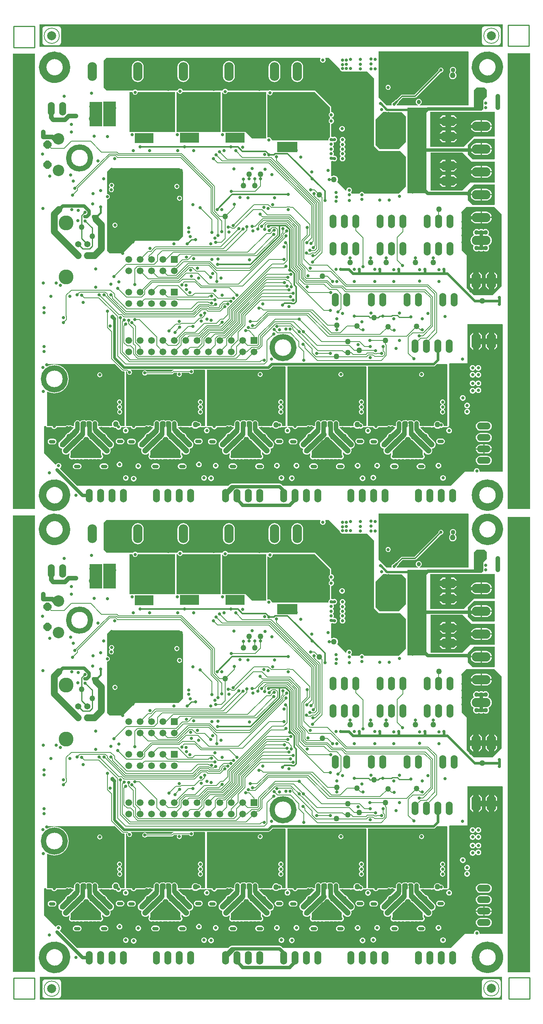
<source format=gbl>
G04 Layer_Physical_Order=4*
G04 Layer_Color=16711680*
%FSLAX24Y24*%
%MOIN*%
G70*
G01*
G75*
%ADD10C,0.0070*%
G04:AMPARAMS|DCode=11|XSize=78.7mil|YSize=78.7mil|CornerRadius=39.4mil|HoleSize=0mil|Usage=FLASHONLY|Rotation=90.000|XOffset=0mil|YOffset=0mil|HoleType=Round|Shape=RoundedRectangle|*
%AMROUNDEDRECTD11*
21,1,0.0787,0.0000,0,0,90.0*
21,1,0.0000,0.0787,0,0,90.0*
1,1,0.0787,0.0000,0.0000*
1,1,0.0787,0.0000,0.0000*
1,1,0.0787,0.0000,0.0000*
1,1,0.0787,0.0000,0.0000*
%
%ADD11ROUNDEDRECTD11*%
%ADD12C,0.0100*%
%ADD13C,0.0450*%
%ADD14C,0.0650*%
%ADD17C,0.0500*%
%ADD65C,0.0200*%
%ADD66C,0.0390*%
%ADD67C,0.0240*%
%ADD68C,0.0160*%
%ADD69C,0.0290*%
%ADD70C,0.0400*%
%ADD71C,0.0320*%
%ADD72C,0.0080*%
%ADD73C,0.0120*%
%ADD74C,0.0250*%
%ADD76C,0.0300*%
%ADD77C,0.0500*%
%ADD81R,0.0591X0.0591*%
%ADD82C,0.0591*%
%ADD83O,0.1200X0.0600*%
%ADD84O,0.1650X0.0825*%
%ADD85P,0.0758X8X292.5*%
%ADD86C,0.1000*%
%ADD87O,0.0600X0.1200*%
%ADD88C,0.0540*%
%ADD89C,0.1305*%
%ADD90O,0.0825X0.1650*%
G04:AMPARAMS|DCode=91|XSize=133mil|YSize=83mil|CornerRadius=0mil|HoleSize=0mil|Usage=FLASHONLY|Rotation=270.000|XOffset=0mil|YOffset=0mil|HoleType=Round|Shape=Octagon|*
%AMOCTAGOND91*
4,1,8,-0.0208,-0.0665,0.0208,-0.0665,0.0415,-0.0458,0.0415,0.0458,0.0208,0.0665,-0.0208,0.0665,-0.0415,0.0458,-0.0415,-0.0458,-0.0208,-0.0665,0.0*
%
%ADD91OCTAGOND91*%

G04:AMPARAMS|DCode=92|XSize=133mil|YSize=83mil|CornerRadius=0mil|HoleSize=0mil|Usage=FLASHONLY|Rotation=180.000|XOffset=0mil|YOffset=0mil|HoleType=Round|Shape=Octagon|*
%AMOCTAGOND92*
4,1,8,-0.0665,0.0208,-0.0665,-0.0208,-0.0458,-0.0415,0.0458,-0.0415,0.0665,-0.0208,0.0665,0.0208,0.0458,0.0415,-0.0458,0.0415,-0.0665,0.0208,0.0*
%
%ADD92OCTAGOND92*%

%ADD93C,0.0290*%
%ADD94C,0.0300*%
%ADD95C,0.0400*%
%ADD96C,0.0380*%
%ADD97C,0.0340*%
%ADD98C,0.0500*%
%ADD114C,0.0600*%
G36*
X2350Y2797D02*
X2350Y2797D01*
X411D01*
Y42800D01*
X2350D01*
X2350Y2797D01*
D02*
G37*
G36*
X2350Y43350D02*
X2350Y43350D01*
X411D01*
Y83250D01*
X2350D01*
X2350Y43350D01*
D02*
G37*
G36*
X43350Y2354D02*
Y356D01*
X2758Y356D01*
Y2354D01*
X43350Y2354D01*
D02*
G37*
G36*
X45789Y2740D02*
X45789Y2740D01*
X43850D01*
X43850Y42650D01*
X45789D01*
X45789Y2740D01*
D02*
G37*
G36*
X43400Y83837D02*
X2734D01*
Y85835D01*
X43400D01*
Y83837D01*
D02*
G37*
G36*
X45789Y43350D02*
X45789Y43350D01*
X43850D01*
X43850Y83300D01*
X45789D01*
X45789Y43350D01*
D02*
G37*
%LPC*%
G36*
X4402Y2135D02*
Y2133D01*
X3220D01*
Y2135D01*
X3131Y2117D01*
X3056Y2066D01*
X3005Y1991D01*
X2987Y1902D01*
X2989D01*
Y720D01*
X2987D01*
X3005Y631D01*
X3056Y556D01*
X3131Y505D01*
X3220Y487D01*
Y489D01*
X4402D01*
Y487D01*
X4491Y505D01*
X4566Y556D01*
X4617Y631D01*
X4635Y720D01*
X4633D01*
Y1902D01*
X4635D01*
X4617Y1991D01*
X4566Y2066D01*
X4491Y2117D01*
X4402Y2135D01*
D02*
G37*
G36*
X42990Y85643D02*
Y85641D01*
X41809D01*
Y85643D01*
X41720Y85625D01*
X41644Y85575D01*
X41594Y85499D01*
X41576Y85410D01*
X41577D01*
Y84229D01*
X41576D01*
X41594Y84139D01*
X41644Y84064D01*
X41720Y84013D01*
X41809Y83995D01*
Y83997D01*
X42990D01*
Y83995D01*
X43079Y84013D01*
X43155Y84064D01*
X43206Y84139D01*
X43223Y84229D01*
X43222D01*
Y85410D01*
X43223D01*
X43206Y85499D01*
X43155Y85575D01*
X43079Y85625D01*
X42990Y85643D01*
D02*
G37*
G36*
X4402D02*
Y85641D01*
X3220D01*
Y85643D01*
X3131Y85625D01*
X3056Y85575D01*
X3005Y85499D01*
X2987Y85410D01*
X2989D01*
Y84229D01*
X2987D01*
X3005Y84139D01*
X3056Y84064D01*
X3131Y84013D01*
X3220Y83995D01*
Y83997D01*
X4402D01*
Y83995D01*
X4491Y84013D01*
X4566Y84064D01*
X4617Y84139D01*
X4635Y84229D01*
X4633D01*
Y85410D01*
X4635D01*
X4617Y85499D01*
X4566Y85575D01*
X4491Y85625D01*
X4402Y85643D01*
D02*
G37*
G36*
X42990Y2164D02*
Y2163D01*
X41809D01*
Y2164D01*
X41720Y2147D01*
X41644Y2096D01*
X41594Y2020D01*
X41576Y1931D01*
X41577D01*
Y750D01*
X41576D01*
X41594Y661D01*
X41644Y585D01*
X41720Y535D01*
X41809Y517D01*
Y518D01*
X42990D01*
Y517D01*
X43079Y535D01*
X43155Y585D01*
X43206Y661D01*
X43223Y750D01*
X43222D01*
Y1931D01*
X43223D01*
X43206Y2020D01*
X43155Y2096D01*
X43079Y2147D01*
X42990Y2164D01*
D02*
G37*
%LPD*%
G36*
X7029Y9087D02*
X7057Y9020D01*
X7108Y8953D01*
X7175Y8902D01*
X7243Y8874D01*
X8125Y7991D01*
Y7347D01*
X8090Y7311D01*
X5485Y7331D01*
Y7931D01*
X6426Y8872D01*
X6498Y8902D01*
X6565Y8953D01*
X6616Y9020D01*
X6646Y9092D01*
X6715Y9161D01*
X6955D01*
X7029Y9087D01*
D02*
G37*
G36*
X42701Y35271D02*
X42701Y33536D01*
X42666Y33501D01*
X40771Y33501D01*
X40341Y33931D01*
Y34751D01*
X40861Y35271D01*
X42701Y35271D01*
D02*
G37*
G36*
X13998Y9087D02*
X14026Y9020D01*
X14077Y8953D01*
X14144Y8902D01*
X14211Y8874D01*
X15094Y7991D01*
Y7347D01*
X15058Y7311D01*
X12454Y7331D01*
Y7931D01*
X13394Y8872D01*
X13467Y8902D01*
X13533Y8953D01*
X13585Y9020D01*
X13615Y9092D01*
X13684Y9161D01*
X13924D01*
X13998Y9087D01*
D02*
G37*
G36*
X28182Y9070D02*
X28203Y9020D01*
X28254Y8953D01*
X28321Y8902D01*
X28371Y8881D01*
X29261Y7991D01*
Y7347D01*
X29226Y7311D01*
X26621Y7331D01*
Y7931D01*
X26727Y8037D01*
X27605Y8885D01*
X27644Y8902D01*
X27711Y8953D01*
X27762Y9020D01*
X27774Y9049D01*
X27890Y9161D01*
X28091D01*
X28182Y9070D01*
D02*
G37*
G36*
X21096D02*
X21117Y9020D01*
X21168Y8953D01*
X21235Y8902D01*
X21285Y8881D01*
X22175Y7991D01*
Y7347D01*
X22140Y7311D01*
X19535Y7331D01*
Y7931D01*
X20472Y8868D01*
X20480Y8869D01*
X20558Y8902D01*
X20625Y8953D01*
X20676Y9020D01*
X20708Y9097D01*
X20709Y9105D01*
X20765Y9161D01*
X21005D01*
X21096Y9070D01*
D02*
G37*
G36*
X25356Y34125D02*
X23596D01*
Y35035D01*
X25356D01*
Y34125D01*
D02*
G37*
G36*
X20741Y34941D02*
X19081D01*
Y35810D01*
X20741D01*
Y34941D01*
D02*
G37*
G36*
X27377Y42371D02*
X27400Y42327D01*
X27380Y42297D01*
X27361Y42201D01*
X27380Y42105D01*
X27434Y42024D01*
X27515Y41970D01*
X27611Y41951D01*
X27707Y41970D01*
X27788Y42024D01*
X27842Y42105D01*
X27861Y42201D01*
X27842Y42297D01*
X27822Y42327D01*
X27845Y42371D01*
X28131D01*
X29099Y41403D01*
X29110Y41345D01*
X29164Y41264D01*
X29245Y41210D01*
X29303Y41199D01*
X29311Y41191D01*
X30842Y41191D01*
X30891Y41181D01*
X30940Y41191D01*
X31491Y41191D01*
X32101Y40581D01*
Y34641D01*
X32531Y34211D01*
X34391D01*
X34891Y33711D01*
Y31101D01*
X34281Y30491D01*
X31269D01*
X31218Y30568D01*
X31137Y30622D01*
X31041Y30641D01*
X30945Y30622D01*
X30864Y30568D01*
X30813Y30491D01*
X30142D01*
X30098Y30558D01*
Y30604D01*
X30152Y30685D01*
X30171Y30781D01*
X30152Y30877D01*
X30098Y30958D01*
X30017Y31012D01*
X29921Y31031D01*
X29825Y31012D01*
X29744Y30958D01*
X29690Y30877D01*
X29671Y30781D01*
X29674Y30769D01*
X29627Y30745D01*
X28861Y31511D01*
X28887Y31545D01*
X28922Y31630D01*
X28934Y31721D01*
X28922Y31812D01*
X28887Y31898D01*
X28831Y31971D01*
X28758Y32027D01*
X28672Y32062D01*
X28581Y32074D01*
X28490Y32062D01*
X28405Y32027D01*
X28382Y32010D01*
X28341Y32041D01*
Y33323D01*
X28427Y33340D01*
X28436Y33347D01*
X28501D01*
X28525Y33330D01*
X28621Y33311D01*
X28717Y33330D01*
X28798Y33384D01*
X28852Y33465D01*
X28871Y33561D01*
X28852Y33657D01*
X28798Y33738D01*
X28717Y33792D01*
X28621Y33811D01*
X28563Y33799D01*
X28534Y33840D01*
X28533Y33845D01*
X28562Y33888D01*
X28581Y33984D01*
X28562Y34079D01*
X28508Y34160D01*
X28501Y34171D01*
Y34208D01*
X28508Y34220D01*
X28562Y34300D01*
X28581Y34396D01*
X28562Y34492D01*
X28508Y34572D01*
X28501Y34584D01*
Y34621D01*
X28508Y34633D01*
X28562Y34713D01*
X28581Y34809D01*
X28562Y34904D01*
X28540Y34936D01*
X28570Y34981D01*
X28621Y34971D01*
X28717Y34990D01*
X28798Y35044D01*
X28852Y35125D01*
X28871Y35221D01*
X28852Y35317D01*
X28798Y35398D01*
X28717Y35452D01*
X28621Y35471D01*
X28525Y35452D01*
X28516Y35445D01*
X28436D01*
X28427Y35452D01*
X28341Y35469D01*
Y36593D01*
X28351Y36601D01*
X28447Y36620D01*
X28528Y36674D01*
X28582Y36755D01*
X28601Y36851D01*
X28582Y36947D01*
X28528Y37028D01*
X28447Y37082D01*
X28378Y37096D01*
Y37147D01*
X28447Y37160D01*
X28528Y37214D01*
X28582Y37295D01*
X28601Y37391D01*
X28582Y37487D01*
X28528Y37568D01*
X28447Y37622D01*
X28351Y37641D01*
X28341Y37649D01*
Y38131D01*
X27841Y38631D01*
X26951Y39521D01*
X23108D01*
X23077Y39542D01*
X22981Y39561D01*
X22885Y39542D01*
X22854Y39521D01*
X19263D01*
X19262Y39527D01*
X19208Y39608D01*
X19127Y39662D01*
X19031Y39681D01*
X18935Y39662D01*
X18854Y39608D01*
X18800Y39527D01*
X18799Y39521D01*
X15317D01*
X15312Y39547D01*
X15258Y39628D01*
X15177Y39682D01*
X15081Y39701D01*
X14985Y39682D01*
X14904Y39628D01*
X14850Y39547D01*
X14845Y39521D01*
X11319D01*
X11308Y39538D01*
X11227Y39592D01*
X11131Y39611D01*
X11035Y39592D01*
X10954Y39538D01*
X10943Y39521D01*
X8641D01*
X8381Y39781D01*
Y42161D01*
X8591Y42371D01*
X26681D01*
X27377Y42371D01*
D02*
G37*
G36*
X16741Y34941D02*
X15081D01*
Y35810D01*
X16741D01*
Y34941D01*
D02*
G37*
G36*
X33163Y37638D02*
X33242Y37622D01*
X34520D01*
X34911Y37231D01*
Y35011D01*
X34301Y34401D01*
X32601D01*
X32241Y34761D01*
Y36991D01*
X32901Y37651D01*
X33143D01*
X33163Y37638D01*
D02*
G37*
G36*
X12751Y34921D02*
X11091D01*
Y35801D01*
X12751D01*
Y34921D01*
D02*
G37*
G36*
X35264Y9087D02*
X35292Y9020D01*
X35343Y8953D01*
X35410Y8902D01*
X35477Y8874D01*
X36360Y7991D01*
Y7347D01*
X36324Y7311D01*
X33720Y7331D01*
Y7931D01*
X34660Y8872D01*
X34732Y8902D01*
X34799Y8953D01*
X34851Y9020D01*
X34880Y9092D01*
X34950Y9161D01*
X35190D01*
X35264Y9087D01*
D02*
G37*
G36*
X38552Y15526D02*
X38552Y10121D01*
X38243D01*
X38202Y10171D01*
X38210Y10211D01*
X38194Y10295D01*
X38146Y10366D01*
X38075Y10414D01*
X37991Y10430D01*
X37946Y10421D01*
X37909Y10469D01*
X37842Y10521D01*
X37765Y10553D01*
X37681Y10564D01*
X37597Y10553D01*
X37520Y10521D01*
X37453Y10469D01*
X37402Y10402D01*
X37369Y10325D01*
X37358Y10241D01*
X37367Y10171D01*
X37337Y10121D01*
X36463Y10121D01*
X36417Y10130D01*
X36370Y10121D01*
X36154D01*
X36119Y10156D01*
Y10316D01*
X36126Y10351D01*
X36109Y10435D01*
X36085Y10471D01*
X36083Y10477D01*
X36070Y10493D01*
X36062Y10506D01*
X36059Y10508D01*
X36039Y10534D01*
X35983Y10577D01*
X35917Y10604D01*
X35847Y10613D01*
X35776Y10604D01*
X35711Y10577D01*
X35654Y10534D01*
X35649Y10526D01*
X35586D01*
X35569Y10548D01*
X35513Y10591D01*
X35447Y10618D01*
X35377Y10628D01*
X35337Y10622D01*
X35335Y10624D01*
X35302Y10630D01*
X35271Y10639D01*
X35261Y10638D01*
X35251Y10640D01*
X35218Y10634D01*
X35185Y10630D01*
X35177Y10625D01*
X35167Y10624D01*
X35140Y10605D01*
X35110Y10589D01*
X35104Y10582D01*
X35103Y10581D01*
X35080Y10576D01*
X35062D01*
X35039Y10581D01*
X34975Y10624D01*
X34891Y10640D01*
X34807Y10624D01*
X34805Y10622D01*
X34763Y10628D01*
X34692Y10618D01*
X34627Y10591D01*
X34570Y10548D01*
X34554Y10526D01*
X34491D01*
X34485Y10534D01*
X34429Y10577D01*
X34363Y10604D01*
X34293Y10613D01*
X34222Y10604D01*
X34157Y10577D01*
X34100Y10534D01*
X34057Y10477D01*
X34030Y10412D01*
X34020Y10341D01*
Y10121D01*
X33845D01*
X33842Y10126D01*
X33771Y10174D01*
X33687Y10190D01*
X33603Y10174D01*
X33552Y10139D01*
X33501Y10174D01*
X33417Y10190D01*
X33333Y10174D01*
X33262Y10126D01*
X33258Y10121D01*
X31596D01*
X31561Y10156D01*
X31561Y15352D01*
X37326D01*
X37400Y15367D01*
X37463Y15409D01*
X37615Y15561D01*
X38517D01*
X38552Y15526D01*
D02*
G37*
G36*
X24341Y15317D02*
X24341Y10156D01*
X24306Y10121D01*
X24048D01*
X24010Y10171D01*
X24020Y10221D01*
X24004Y10305D01*
X23956Y10376D01*
X23885Y10424D01*
X23801Y10440D01*
X23751Y10430D01*
X23729Y10459D01*
X23662Y10511D01*
X23585Y10543D01*
X23501Y10554D01*
X23417Y10543D01*
X23340Y10511D01*
X23273Y10459D01*
X23222Y10392D01*
X23189Y10315D01*
X23178Y10231D01*
X23186Y10171D01*
X23151Y10121D01*
X22289Y10121D01*
X22242Y10130D01*
X22196Y10121D01*
X21945D01*
Y10316D01*
X21951Y10351D01*
X21935Y10435D01*
X21911Y10471D01*
X21908Y10477D01*
X21896Y10493D01*
X21887Y10506D01*
X21885Y10508D01*
X21865Y10534D01*
X21808Y10577D01*
X21743Y10604D01*
X21672Y10613D01*
X21602Y10604D01*
X21536Y10577D01*
X21480Y10534D01*
X21474Y10526D01*
X21411D01*
X21395Y10548D01*
X21338Y10591D01*
X21273Y10618D01*
X21202Y10628D01*
X21162Y10622D01*
X21160Y10624D01*
X21128Y10630D01*
X21096Y10639D01*
X21086Y10638D01*
X21076Y10640D01*
X21044Y10634D01*
X21011Y10630D01*
X21002Y10625D01*
X20993Y10624D01*
X20965Y10605D01*
X20936Y10589D01*
X20930Y10582D01*
X20928Y10581D01*
X20906Y10576D01*
X20871D01*
X20800Y10624D01*
X20716Y10640D01*
X20633Y10624D01*
X20630Y10622D01*
X20588Y10628D01*
X20518Y10618D01*
X20452Y10591D01*
X20396Y10548D01*
X20379Y10526D01*
X20316D01*
X20311Y10534D01*
X20254Y10577D01*
X20189Y10604D01*
X20118Y10613D01*
X20048Y10604D01*
X19982Y10577D01*
X19926Y10534D01*
X19882Y10477D01*
X19855Y10412D01*
X19846Y10341D01*
Y10156D01*
X19811Y10121D01*
X19671D01*
X19667Y10126D01*
X19596Y10174D01*
X19512Y10190D01*
X19428Y10174D01*
X19377Y10139D01*
X19326Y10174D01*
X19242Y10190D01*
X19158Y10174D01*
X19087Y10126D01*
X19084Y10121D01*
X17441D01*
X17441Y15057D01*
X22821D01*
X22895Y15072D01*
X22958Y15114D01*
X23196Y15352D01*
X24306D01*
X24341Y15317D01*
D02*
G37*
G36*
X42671Y29331D02*
X43301Y28701D01*
X43301Y22381D01*
X42491Y21571D01*
X40871D01*
X40251Y22191D01*
X40251Y25081D01*
X39811Y25521D01*
X39811Y28921D01*
X40221Y29331D01*
X40471Y29331D01*
X42671Y29331D01*
D02*
G37*
G36*
X17281Y15022D02*
X17281Y10156D01*
X17246Y10121D01*
X16945D01*
X16916Y10171D01*
X16930Y10241D01*
X16914Y10325D01*
X16866Y10396D01*
X16795Y10444D01*
X16711Y10460D01*
X16663Y10451D01*
X16649Y10469D01*
X16582Y10521D01*
X16505Y10553D01*
X16421Y10564D01*
X16337Y10553D01*
X16260Y10521D01*
X16193Y10469D01*
X16142Y10402D01*
X16109Y10325D01*
X16098Y10241D01*
X16107Y10171D01*
X16077Y10121D01*
X15197Y10121D01*
X15151Y10130D01*
X15105Y10121D01*
X14853D01*
Y10316D01*
X14860Y10351D01*
X14844Y10435D01*
X14819Y10471D01*
X14817Y10477D01*
X14805Y10493D01*
X14796Y10506D01*
X14793Y10508D01*
X14774Y10534D01*
X14717Y10577D01*
X14652Y10604D01*
X14581Y10613D01*
X14511Y10604D01*
X14445Y10577D01*
X14388Y10534D01*
X14383Y10526D01*
X14320D01*
X14304Y10548D01*
X14247Y10591D01*
X14182Y10618D01*
X14111Y10628D01*
X14071Y10622D01*
X14069Y10624D01*
X14037Y10630D01*
X14005Y10639D01*
X13995Y10638D01*
X13985Y10640D01*
X13953Y10634D01*
X13920Y10630D01*
X13911Y10625D01*
X13901Y10624D01*
X13874Y10605D01*
X13845Y10589D01*
X13838Y10582D01*
X13837Y10581D01*
X13814Y10576D01*
X13796D01*
X13773Y10581D01*
X13709Y10624D01*
X13625Y10640D01*
X13541Y10624D01*
X13539Y10622D01*
X13497Y10628D01*
X13427Y10618D01*
X13361Y10591D01*
X13304Y10548D01*
X13288Y10526D01*
X13225D01*
X13220Y10534D01*
X13163Y10577D01*
X13098Y10604D01*
X13027Y10613D01*
X12957Y10604D01*
X12891Y10577D01*
X12834Y10534D01*
X12791Y10477D01*
X12764Y10412D01*
X12755Y10341D01*
Y10156D01*
X12719Y10121D01*
X12579D01*
X12576Y10126D01*
X12505Y10174D01*
X12421Y10190D01*
X12337Y10174D01*
X12286Y10139D01*
X12235Y10174D01*
X12151Y10190D01*
X12067Y10174D01*
X11996Y10126D01*
X11993Y10121D01*
X10331D01*
X10331Y14909D01*
X10395D01*
X10429Y14869D01*
X10422Y14831D01*
X10438Y14747D01*
X10486Y14676D01*
X10557Y14628D01*
X10641Y14612D01*
X10725Y14628D01*
X10796Y14676D01*
X10844Y14747D01*
X10860Y14831D01*
X10844Y14915D01*
X10796Y14986D01*
X10764Y15007D01*
X10779Y15057D01*
X14488D01*
X14490Y15008D01*
X14490Y15008D01*
X14447Y15000D01*
X14410Y14975D01*
X14410Y14975D01*
X14318Y14883D01*
X12165D01*
X12136Y14926D01*
X12065Y14974D01*
X11981Y14990D01*
X11897Y14974D01*
X11826Y14926D01*
X11779Y14855D01*
X11762Y14771D01*
X11779Y14687D01*
X11826Y14616D01*
X11897Y14569D01*
X11981Y14552D01*
X12065Y14569D01*
X12136Y14616D01*
X12165Y14659D01*
X14365D01*
X14365Y14659D01*
X14408Y14667D01*
X14444Y14692D01*
X14536Y14784D01*
X14799D01*
X14823Y14740D01*
X14813Y14725D01*
X14796Y14641D01*
X14813Y14557D01*
X14860Y14486D01*
X14931Y14439D01*
X15015Y14422D01*
X15099Y14439D01*
X15170Y14486D01*
X15218Y14557D01*
X15234Y14641D01*
X15218Y14725D01*
X15208Y14740D01*
X15231Y14784D01*
X15877D01*
X15906Y14741D01*
X15977Y14693D01*
X16061Y14677D01*
X16145Y14693D01*
X16216Y14741D01*
X16264Y14812D01*
X16280Y14896D01*
X16264Y14980D01*
X16245Y15007D01*
X16272Y15057D01*
X17246D01*
X17281Y15022D01*
D02*
G37*
G36*
X9357Y15561D02*
X9976Y14942D01*
X10013Y14917D01*
X10056Y14909D01*
X10056Y14909D01*
X10156D01*
X10191Y14874D01*
X10191Y10156D01*
X10156Y10121D01*
X9884D01*
X9884Y10125D01*
X9836Y10196D01*
X9765Y10244D01*
X9748Y10247D01*
X9754Y10291D01*
X9743Y10375D01*
X9711Y10452D01*
X9659Y10519D01*
X9592Y10571D01*
X9515Y10603D01*
X9431Y10614D01*
X9347Y10603D01*
X9270Y10571D01*
X9203Y10519D01*
X9151Y10452D01*
X9119Y10375D01*
X9108Y10291D01*
X9119Y10207D01*
X9134Y10171D01*
X9101Y10121D01*
X8229Y10121D01*
X8182Y10130D01*
X8136Y10121D01*
X7885D01*
Y10316D01*
X7892Y10351D01*
X7875Y10435D01*
X7851Y10471D01*
X7848Y10477D01*
X7836Y10493D01*
X7827Y10506D01*
X7825Y10508D01*
X7805Y10534D01*
X7749Y10577D01*
X7683Y10604D01*
X7612Y10613D01*
X7542Y10604D01*
X7476Y10577D01*
X7420Y10534D01*
X7414Y10526D01*
X7351D01*
X7335Y10548D01*
X7279Y10591D01*
X7213Y10618D01*
X7142Y10628D01*
X7102Y10622D01*
X7101Y10624D01*
X7068Y10630D01*
X7036Y10639D01*
X7026Y10638D01*
X7017Y10640D01*
X6984Y10634D01*
X6951Y10630D01*
X6942Y10625D01*
X6933Y10624D01*
X6905Y10605D01*
X6876Y10589D01*
X6870Y10582D01*
X6869Y10581D01*
X6846Y10576D01*
X6812D01*
X6741Y10624D01*
X6657Y10640D01*
X6573Y10624D01*
X6571Y10622D01*
X6528Y10628D01*
X6458Y10618D01*
X6392Y10591D01*
X6336Y10548D01*
X6320Y10526D01*
X6256D01*
X6251Y10534D01*
X6195Y10577D01*
X6129Y10604D01*
X6058Y10613D01*
X5988Y10604D01*
X5922Y10577D01*
X5866Y10534D01*
X5823Y10477D01*
X5795Y10412D01*
X5786Y10341D01*
Y10156D01*
X5751Y10121D01*
X5611D01*
X5607Y10126D01*
X5536Y10174D01*
X5452Y10190D01*
X5369Y10174D01*
X5317Y10139D01*
X5266Y10174D01*
X5182Y10190D01*
X5099Y10174D01*
X5027Y10126D01*
X5024Y10121D01*
X3417D01*
X3417Y13111D01*
X3460Y13135D01*
X3469Y13129D01*
X3652Y13054D01*
X3844Y13008D01*
X4041Y12992D01*
X4238Y13008D01*
X4430Y13054D01*
X4613Y13129D01*
X4781Y13233D01*
X4931Y13361D01*
X5059Y13511D01*
X5163Y13679D01*
X5238Y13862D01*
X5284Y14054D01*
X5300Y14251D01*
X5284Y14448D01*
X5238Y14640D01*
X5163Y14823D01*
X5059Y14991D01*
X4931Y15141D01*
X4781Y15269D01*
X4613Y15373D01*
X4430Y15448D01*
X4238Y15494D01*
X4041Y15510D01*
X3844Y15494D01*
X3652Y15448D01*
X3469Y15373D01*
X3460Y15367D01*
X3417Y15391D01*
Y15561D01*
X9357Y15561D01*
D02*
G37*
G36*
X31421Y15317D02*
X31421Y10156D01*
X31386Y10121D01*
X31175D01*
X31150Y10151D01*
X31134Y10235D01*
X31086Y10306D01*
X31015Y10354D01*
X30931Y10370D01*
X30924Y10369D01*
X30911Y10402D01*
X30859Y10469D01*
X30792Y10521D01*
X30715Y10553D01*
X30631Y10564D01*
X30547Y10553D01*
X30470Y10521D01*
X30403Y10469D01*
X30352Y10402D01*
X30319Y10325D01*
X30308Y10241D01*
X30317Y10171D01*
X30287Y10121D01*
X29375Y10121D01*
X29328Y10130D01*
X29282Y10121D01*
X29031D01*
Y10316D01*
X29037Y10351D01*
X29021Y10435D01*
X28997Y10471D01*
X28994Y10477D01*
X28982Y10493D01*
X28973Y10506D01*
X28971Y10508D01*
X28951Y10534D01*
X28894Y10577D01*
X28829Y10604D01*
X28758Y10613D01*
X28688Y10604D01*
X28622Y10577D01*
X28566Y10534D01*
X28560Y10526D01*
X28497D01*
X28481Y10548D01*
X28424Y10591D01*
X28359Y10618D01*
X28288Y10628D01*
X28248Y10622D01*
X28246Y10624D01*
X28214Y10630D01*
X28182Y10639D01*
X28172Y10638D01*
X28162Y10640D01*
X28130Y10634D01*
X28097Y10630D01*
X28088Y10625D01*
X28079Y10624D01*
X28051Y10605D01*
X28022Y10589D01*
X28016Y10582D01*
X28007Y10576D01*
X27973D01*
X27950Y10581D01*
X27886Y10624D01*
X27802Y10640D01*
X27719Y10624D01*
X27716Y10622D01*
X27674Y10628D01*
X27604Y10618D01*
X27538Y10591D01*
X27482Y10548D01*
X27465Y10526D01*
X27402D01*
X27397Y10534D01*
X27340Y10577D01*
X27275Y10604D01*
X27204Y10613D01*
X27134Y10604D01*
X27068Y10577D01*
X27012Y10534D01*
X26968Y10477D01*
X26941Y10412D01*
X26932Y10341D01*
Y10156D01*
X26897Y10121D01*
X26757D01*
X26753Y10126D01*
X26682Y10174D01*
X26598Y10190D01*
X26514Y10174D01*
X26463Y10139D01*
X26412Y10174D01*
X26328Y10190D01*
X26244Y10174D01*
X26173Y10126D01*
X26170Y10121D01*
X24501D01*
X24501Y15352D01*
X31386D01*
X31421Y15317D01*
D02*
G37*
G36*
X36701Y31141D02*
Y30511D01*
X35041D01*
Y38011D01*
X36701D01*
Y31141D01*
D02*
G37*
G36*
X40651Y33301D02*
X42701Y33301D01*
Y31496D01*
X42666Y31461D01*
X40521Y31461D01*
X39821Y30761D01*
X37061D01*
Y34071D01*
X39881D01*
X40651Y33301D01*
D02*
G37*
G36*
X42701Y31271D02*
X42701Y29536D01*
X42666Y29501D01*
X40771Y29501D01*
X40341Y29931D01*
Y30751D01*
X40861Y31271D01*
X42701Y31271D01*
D02*
G37*
G36*
X43408Y19026D02*
Y6111D01*
X41396D01*
X41365Y6150D01*
X41371Y6181D01*
X41352Y6277D01*
X41298Y6358D01*
X41217Y6412D01*
X41121Y6431D01*
X41025Y6412D01*
X40944Y6358D01*
X40890Y6277D01*
X40871Y6181D01*
X40877Y6150D01*
X40846Y6111D01*
X40061D01*
X38821Y4871D01*
X24104Y4871D01*
X23973Y5003D01*
X23892Y5057D01*
X23796Y5076D01*
X19616D01*
X19520Y5057D01*
X19439Y5003D01*
X19308Y4871D01*
X8421Y4871D01*
X6028Y4871D01*
X4535Y6364D01*
X4541Y6428D01*
X4588Y6459D01*
X4642Y6540D01*
X4661Y6636D01*
X4642Y6731D01*
X4588Y6812D01*
X4507Y6867D01*
X4411Y6886D01*
X4316Y6867D01*
X4235Y6812D01*
X4197Y6756D01*
X4136Y6746D01*
X3121Y7761D01*
Y10086D01*
X3156Y10121D01*
X3315D01*
X3322Y10082D01*
X3345Y10049D01*
X3378Y10027D01*
X3417Y10019D01*
X3789D01*
X3792Y10005D01*
X3846Y9924D01*
X3927Y9870D01*
X4022Y9851D01*
X4118Y9870D01*
X4199Y9924D01*
X4253Y10005D01*
X4256Y10019D01*
X5024D01*
X5034Y10021D01*
X5044D01*
X5053Y10025D01*
X5063Y10027D01*
X5071Y10032D01*
X5081Y10036D01*
X5088Y10043D01*
X5096Y10049D01*
X5097Y10050D01*
X5138Y10078D01*
X5182Y10086D01*
X5227Y10078D01*
X5261Y10055D01*
X5261Y10055D01*
X5298Y10039D01*
X5337D01*
X5374Y10055D01*
X5374Y10055D01*
X5408Y10078D01*
X5452Y10086D01*
X5497Y10078D01*
X5538Y10050D01*
X5539Y10049D01*
X5547Y10043D01*
X5554Y10036D01*
X5563Y10032D01*
X5572Y10027D01*
X5582Y10025D01*
X5591Y10021D01*
X5601Y10021D01*
X5611Y10019D01*
X5715D01*
X5732Y9969D01*
X5703Y9947D01*
X5397Y9641D01*
X5364Y9616D01*
X5274Y9526D01*
X5245Y9522D01*
X5160Y9487D01*
X5087Y9431D01*
X5031Y9358D01*
X4996Y9272D01*
X4992Y9244D01*
X4504Y8756D01*
X4448Y8683D01*
X4412Y8597D01*
X4400Y8506D01*
X4412Y8415D01*
X4448Y8330D01*
X4478Y8290D01*
X4502Y8254D01*
X4538Y8230D01*
X4577Y8200D01*
X4662Y8165D01*
X4694Y8161D01*
X4726Y8106D01*
X4707Y8062D01*
X4695Y7971D01*
X4707Y7880D01*
X4733Y7817D01*
X4738Y7795D01*
X4792Y7714D01*
X4873Y7660D01*
X4895Y7656D01*
X4957Y7630D01*
X5048Y7618D01*
X5140Y7630D01*
X5225Y7665D01*
X5298Y7721D01*
X5337Y7760D01*
X5383Y7741D01*
Y7594D01*
X5352Y7547D01*
X5333Y7451D01*
X5352Y7355D01*
X5390Y7299D01*
X5391Y7293D01*
X5391Y7292D01*
X5391Y7292D01*
X5402Y7276D01*
X5413Y7259D01*
X5413Y7259D01*
X5413Y7259D01*
X5429Y7248D01*
X5446Y7237D01*
X5446Y7237D01*
X5446Y7237D01*
X5465Y7233D01*
X5469Y7232D01*
X5487Y7220D01*
X5582Y7201D01*
X5678Y7220D01*
X5689Y7228D01*
X5804Y7227D01*
X5814Y7220D01*
X5909Y7201D01*
X6005Y7220D01*
X6012Y7225D01*
X6134Y7224D01*
X6140Y7220D01*
X6236Y7201D01*
X6331Y7220D01*
X6335Y7223D01*
X6465Y7222D01*
X6467Y7220D01*
X6562Y7201D01*
X6658Y7220D01*
X6979Y7218D01*
X7062Y7201D01*
X7139Y7217D01*
X7329Y7215D01*
X7399Y7201D01*
X7464Y7214D01*
X7679Y7212D01*
X7736Y7201D01*
X7788Y7212D01*
X8029Y7210D01*
X8072Y7201D01*
X8168Y7220D01*
X8249Y7274D01*
X8303Y7355D01*
X8322Y7451D01*
X8303Y7547D01*
X8249Y7628D01*
X8227Y7642D01*
Y7802D01*
X8273Y7821D01*
X8373Y7721D01*
X8446Y7665D01*
X8531Y7630D01*
X8622Y7618D01*
X8714Y7630D01*
X8776Y7656D01*
X8798Y7660D01*
X8879Y7714D01*
X8933Y7795D01*
X8938Y7817D01*
X8963Y7880D01*
X8975Y7971D01*
X8963Y8062D01*
X8945Y8106D01*
X8977Y8161D01*
X9009Y8165D01*
X9094Y8200D01*
X9133Y8230D01*
X9169Y8254D01*
X9193Y8290D01*
X9223Y8330D01*
X9258Y8415D01*
X9270Y8506D01*
X9258Y8597D01*
X9223Y8683D01*
X9167Y8756D01*
X8682Y9241D01*
X8678Y9272D01*
X8642Y9358D01*
X8586Y9431D01*
X8513Y9487D01*
X8428Y9522D01*
X8397Y9526D01*
X8307Y9616D01*
X8274Y9641D01*
X7968Y9947D01*
X7939Y9969D01*
X7956Y10019D01*
X8136D01*
X8146Y10021D01*
X8156D01*
X8182Y10026D01*
X8209Y10021D01*
X8219D01*
X8229Y10019D01*
X8824Y10019D01*
X8837Y10010D01*
X8932Y9991D01*
X9028Y10010D01*
X9041Y10019D01*
X9101D01*
X9111Y10021D01*
X9121D01*
X9130Y10025D01*
X9140Y10027D01*
X9148Y10032D01*
X9158Y10036D01*
X9181Y10041D01*
X9211Y10019D01*
X9255Y9985D01*
X9340Y9950D01*
X9431Y9938D01*
X9453Y9941D01*
X9504Y9864D01*
X9585Y9810D01*
X9681Y9791D01*
X9777Y9810D01*
X9858Y9864D01*
X9912Y9945D01*
X9926Y10019D01*
X10156D01*
X10195Y10027D01*
X10228Y10049D01*
X10231Y10052D01*
X10259Y10049D01*
X10291Y10028D01*
X10292Y10021D01*
X10289Y9976D01*
X10215Y9962D01*
X10134Y9908D01*
X10080Y9827D01*
X10061Y9731D01*
X10080Y9635D01*
X10134Y9554D01*
X10215Y9500D01*
X10311Y9481D01*
X10407Y9500D01*
X10488Y9554D01*
X10542Y9635D01*
X10561Y9731D01*
X10542Y9827D01*
X10488Y9908D01*
X10407Y9962D01*
X10370Y9969D01*
X10375Y10019D01*
X10758D01*
X10760Y10005D01*
X10814Y9924D01*
X10895Y9870D01*
X10991Y9851D01*
X11087Y9870D01*
X11168Y9924D01*
X11222Y10005D01*
X11225Y10019D01*
X11993D01*
X12003Y10021D01*
X12013Y10021D01*
X12022Y10025D01*
X12032Y10027D01*
X12040Y10032D01*
X12049Y10036D01*
X12056Y10043D01*
X12065Y10049D01*
X12065Y10050D01*
X12107Y10078D01*
X12151Y10086D01*
X12195Y10078D01*
X12229Y10055D01*
X12229Y10055D01*
X12266Y10039D01*
X12306D01*
X12343Y10055D01*
X12343Y10055D01*
X12377Y10078D01*
X12421Y10086D01*
X12465Y10078D01*
X12507Y10050D01*
X12507Y10049D01*
X12516Y10043D01*
X12523Y10036D01*
X12532Y10032D01*
X12540Y10027D01*
X12550Y10025D01*
X12559Y10021D01*
X12570Y10021D01*
X12579Y10019D01*
X12683D01*
X12700Y9969D01*
X12671Y9947D01*
X12365Y9641D01*
X12332Y9616D01*
X12243Y9526D01*
X12214Y9522D01*
X12129Y9487D01*
X12056Y9431D01*
X12000Y9358D01*
X11964Y9272D01*
X11961Y9244D01*
X11472Y8756D01*
X11416Y8683D01*
X11381Y8597D01*
X11369Y8506D01*
X11381Y8415D01*
X11416Y8330D01*
X11446Y8290D01*
X11470Y8254D01*
X11506Y8230D01*
X11546Y8200D01*
X11631Y8165D01*
X11663Y8161D01*
X11694Y8106D01*
X11676Y8062D01*
X11664Y7971D01*
X11676Y7880D01*
X11702Y7817D01*
X11706Y7795D01*
X11760Y7714D01*
X11841Y7660D01*
X11863Y7656D01*
X11926Y7630D01*
X12017Y7618D01*
X12108Y7630D01*
X12194Y7665D01*
X12267Y7721D01*
X12306Y7760D01*
X12352Y7741D01*
Y7594D01*
X12320Y7547D01*
X12301Y7451D01*
X12320Y7355D01*
X12358Y7299D01*
X12359Y7293D01*
X12360Y7292D01*
X12360Y7292D01*
X12370Y7276D01*
X12381Y7259D01*
X12382Y7259D01*
X12382Y7259D01*
X12398Y7248D01*
X12414Y7237D01*
X12415Y7237D01*
X12415Y7237D01*
X12434Y7233D01*
X12437Y7232D01*
X12455Y7220D01*
X12551Y7201D01*
X12647Y7220D01*
X12658Y7228D01*
X12773Y7227D01*
X12782Y7220D01*
X12878Y7201D01*
X12973Y7220D01*
X12981Y7225D01*
X13103Y7224D01*
X13109Y7220D01*
X13204Y7201D01*
X13300Y7220D01*
X13304Y7223D01*
X13433Y7222D01*
X13435Y7220D01*
X13531Y7201D01*
X13626Y7220D01*
X13948Y7218D01*
X14031Y7201D01*
X14108Y7217D01*
X14298Y7215D01*
X14368Y7201D01*
X14432Y7214D01*
X14648Y7212D01*
X14704Y7201D01*
X14757Y7212D01*
X14998Y7210D01*
X15041Y7201D01*
X15137Y7220D01*
X15218Y7274D01*
X15272Y7355D01*
X15291Y7451D01*
X15272Y7547D01*
X15218Y7628D01*
X15196Y7642D01*
Y7802D01*
X15242Y7821D01*
X15341Y7721D01*
X15415Y7665D01*
X15500Y7630D01*
X15591Y7618D01*
X15682Y7630D01*
X15745Y7656D01*
X15767Y7660D01*
X15848Y7714D01*
X15902Y7795D01*
X15906Y7817D01*
X15932Y7880D01*
X15944Y7971D01*
X15932Y8062D01*
X15914Y8106D01*
X15945Y8161D01*
X15977Y8165D01*
X16063Y8200D01*
X16102Y8230D01*
X16138Y8254D01*
X16162Y8290D01*
X16192Y8330D01*
X16227Y8415D01*
X16239Y8506D01*
X16227Y8597D01*
X16192Y8683D01*
X16136Y8756D01*
X15650Y9241D01*
X15646Y9272D01*
X15611Y9358D01*
X15555Y9431D01*
X15482Y9487D01*
X15397Y9522D01*
X15365Y9526D01*
X15276Y9616D01*
X15243Y9641D01*
X14937Y9947D01*
X14908Y9969D01*
X14925Y10019D01*
X15105D01*
X15115Y10021D01*
X15125D01*
X15151Y10026D01*
X15177Y10021D01*
X15187D01*
X15197Y10019D01*
X15792Y10019D01*
X15805Y10010D01*
X15901Y9991D01*
X15997Y10010D01*
X16010Y10019D01*
X16077D01*
X16089Y10021D01*
X16101Y10022D01*
X16108Y10025D01*
X16116Y10027D01*
X16126Y10034D01*
X16136Y10038D01*
X16171Y9991D01*
X16245Y9935D01*
X16330Y9900D01*
X16421Y9888D01*
X16512Y9900D01*
X16598Y9935D01*
X16671Y9991D01*
X16676Y9998D01*
X16711Y9991D01*
X16807Y10010D01*
X16866Y10050D01*
X16873Y10049D01*
X16878Y10045D01*
X16883Y10040D01*
X16895Y10034D01*
X16906Y10027D01*
X16912Y10026D01*
X16918Y10023D01*
X16932Y10022D01*
X16945Y10019D01*
X17246D01*
X17285Y10027D01*
X17312Y10045D01*
X17340Y10052D01*
X17369Y10049D01*
X17402Y10027D01*
X17441Y10019D01*
X17845D01*
X17851Y9985D01*
X17906Y9904D01*
X17987Y9850D01*
X18082Y9831D01*
X18178Y9850D01*
X18259Y9904D01*
X18313Y9985D01*
X18320Y10019D01*
X19084D01*
X19094Y10021D01*
X19104Y10021D01*
X19113Y10025D01*
X19123Y10027D01*
X19131Y10032D01*
X19140Y10036D01*
X19148Y10043D01*
X19156Y10049D01*
X19156Y10050D01*
X19198Y10078D01*
X19242Y10086D01*
X19286Y10078D01*
X19321Y10055D01*
X19321Y10055D01*
X19357Y10039D01*
X19397D01*
X19434Y10055D01*
X19434Y10055D01*
X19468Y10078D01*
X19512Y10086D01*
X19556Y10078D01*
X19598Y10050D01*
X19598Y10049D01*
X19607Y10043D01*
X19614Y10036D01*
X19623Y10032D01*
X19632Y10027D01*
X19641Y10025D01*
X19651Y10021D01*
X19661Y10021D01*
X19671Y10019D01*
X19774D01*
X19791Y9969D01*
X19762Y9947D01*
X19456Y9641D01*
X19424Y9616D01*
X19334Y9526D01*
X19305Y9522D01*
X19220Y9487D01*
X19147Y9431D01*
X19091Y9358D01*
X19055Y9272D01*
X19052Y9244D01*
X18564Y8756D01*
X18508Y8683D01*
X18472Y8597D01*
X18460Y8506D01*
X18472Y8415D01*
X18508Y8330D01*
X18538Y8290D01*
X18562Y8254D01*
X18597Y8230D01*
X18637Y8200D01*
X18722Y8165D01*
X18754Y8161D01*
X18785Y8106D01*
X18767Y8062D01*
X18755Y7971D01*
X18767Y7880D01*
X18793Y7817D01*
X18797Y7795D01*
X18852Y7714D01*
X18933Y7660D01*
X18954Y7656D01*
X19017Y7630D01*
X19108Y7618D01*
X19200Y7630D01*
X19285Y7665D01*
X19358Y7721D01*
X19387Y7750D01*
X19433Y7731D01*
Y7579D01*
X19411Y7547D01*
X19392Y7451D01*
X19411Y7355D01*
X19435Y7320D01*
X19437Y7312D01*
X19441Y7293D01*
X19441Y7292D01*
X19441Y7292D01*
X19452Y7276D01*
X19462Y7259D01*
X19463Y7259D01*
X19463Y7259D01*
X19479Y7248D01*
X19495Y7237D01*
X19496Y7237D01*
X19496Y7237D01*
X19515Y7233D01*
X19533Y7229D01*
X19547Y7220D01*
X19642Y7201D01*
X19738Y7220D01*
X19749Y7227D01*
X19864Y7227D01*
X19873Y7220D01*
X19969Y7201D01*
X20064Y7220D01*
X20072Y7225D01*
X20194Y7224D01*
X20200Y7220D01*
X20296Y7201D01*
X20391Y7220D01*
X20395Y7223D01*
X20525Y7222D01*
X20527Y7220D01*
X20622Y7201D01*
X20717Y7220D01*
X21040Y7218D01*
X21122Y7201D01*
X21199Y7216D01*
X21390Y7215D01*
X21459Y7201D01*
X21523Y7214D01*
X21740Y7212D01*
X21796Y7201D01*
X21847Y7212D01*
X22090Y7210D01*
X22132Y7201D01*
X22228Y7220D01*
X22309Y7274D01*
X22363Y7355D01*
X22382Y7451D01*
X22363Y7547D01*
X22309Y7628D01*
X22277Y7649D01*
Y7812D01*
X22323Y7831D01*
X22433Y7721D01*
X22506Y7665D01*
X22591Y7630D01*
X22682Y7618D01*
X22774Y7630D01*
X22836Y7656D01*
X22858Y7660D01*
X22939Y7714D01*
X22993Y7795D01*
X22997Y7817D01*
X23023Y7880D01*
X23035Y7971D01*
X23023Y8062D01*
X23005Y8106D01*
X23037Y8161D01*
X23069Y8165D01*
X23154Y8200D01*
X23193Y8230D01*
X23229Y8254D01*
X23253Y8290D01*
X23283Y8330D01*
X23318Y8415D01*
X23330Y8506D01*
X23318Y8597D01*
X23283Y8683D01*
X23227Y8756D01*
X22742Y9241D01*
X22737Y9272D01*
X22702Y9358D01*
X22646Y9431D01*
X22573Y9487D01*
X22488Y9522D01*
X22456Y9526D01*
X22367Y9616D01*
X22334Y9641D01*
X22028Y9947D01*
X21999Y9969D01*
X22016Y10019D01*
X22196D01*
X22206Y10021D01*
X22216D01*
X22242Y10026D01*
X22269Y10021D01*
X22279D01*
X22289Y10019D01*
X22883Y10019D01*
X22897Y10010D01*
X22992Y9991D01*
X23088Y10010D01*
X23101Y10019D01*
X23151D01*
X23160Y10021D01*
X23169Y10021D01*
X23179Y10025D01*
X23190Y10027D01*
X23198Y10032D01*
X23206Y10035D01*
X23210Y10035D01*
X23251Y9981D01*
X23325Y9925D01*
X23410Y9890D01*
X23501Y9878D01*
X23592Y9890D01*
X23678Y9925D01*
X23750Y9981D01*
X23801Y9971D01*
X23897Y9990D01*
X23978Y10044D01*
X23997Y10033D01*
X24004Y10031D01*
X24009Y10027D01*
X24022Y10024D01*
X24035Y10020D01*
X24042Y10020D01*
X24048Y10019D01*
X24306D01*
X24345Y10027D01*
X24378Y10049D01*
X24382Y10054D01*
X24429Y10049D01*
X24462Y10027D01*
X24474Y10024D01*
Y9973D01*
X24415Y9962D01*
X24334Y9908D01*
X24280Y9827D01*
X24261Y9731D01*
X24280Y9635D01*
X24334Y9554D01*
X24415Y9500D01*
X24511Y9481D01*
X24607Y9500D01*
X24688Y9554D01*
X24742Y9635D01*
X24761Y9731D01*
X24742Y9827D01*
X24688Y9908D01*
X24607Y9962D01*
X24570Y9969D01*
X24575Y10019D01*
X24935D01*
X24937Y10005D01*
X24992Y9924D01*
X25073Y9870D01*
X25168Y9851D01*
X25264Y9870D01*
X25345Y9924D01*
X25399Y10005D01*
X25402Y10019D01*
X26170D01*
X26180Y10021D01*
X26190Y10021D01*
X26199Y10025D01*
X26209Y10027D01*
X26217Y10032D01*
X26226Y10036D01*
X26234Y10043D01*
X26242Y10049D01*
X26242Y10050D01*
X26284Y10078D01*
X26328Y10086D01*
X26372Y10078D01*
X26407Y10055D01*
X26407Y10055D01*
X26443Y10039D01*
X26483D01*
X26520Y10055D01*
X26520Y10055D01*
X26554Y10078D01*
X26598Y10086D01*
X26642Y10078D01*
X26684Y10050D01*
X26684Y10049D01*
X26693Y10043D01*
X26700Y10036D01*
X26709Y10032D01*
X26718Y10027D01*
X26727Y10025D01*
X26737Y10021D01*
X26747Y10021D01*
X26757Y10019D01*
X26860D01*
X26877Y9969D01*
X26848Y9947D01*
X26542Y9641D01*
X26510Y9616D01*
X26420Y9526D01*
X26391Y9522D01*
X26306Y9487D01*
X26233Y9431D01*
X26177Y9358D01*
X26141Y9272D01*
X26138Y9244D01*
X25650Y8756D01*
X25594Y8683D01*
X25558Y8597D01*
X25546Y8506D01*
X25558Y8415D01*
X25594Y8330D01*
X25624Y8290D01*
X25648Y8254D01*
X25683Y8230D01*
X25723Y8200D01*
X25808Y8165D01*
X25841Y8161D01*
X25871Y8106D01*
X25855Y8068D01*
X25841Y7977D01*
X25852Y7886D01*
X25880Y7815D01*
X25883Y7795D01*
X25938Y7714D01*
X26019Y7660D01*
X26042Y7656D01*
X26097Y7632D01*
X26188Y7618D01*
X26280Y7629D01*
X26365Y7662D01*
X26440Y7717D01*
X26473Y7750D01*
X26519Y7730D01*
Y7579D01*
X26497Y7547D01*
X26478Y7451D01*
X26497Y7355D01*
X26521Y7320D01*
X26523Y7312D01*
X26527Y7293D01*
X26527Y7292D01*
X26527Y7292D01*
X26538Y7276D01*
X26548Y7259D01*
X26549Y7259D01*
X26549Y7259D01*
X26565Y7248D01*
X26581Y7237D01*
X26582Y7237D01*
X26582Y7237D01*
X26601Y7233D01*
X26619Y7229D01*
X26633Y7220D01*
X26728Y7201D01*
X26824Y7220D01*
X26835Y7227D01*
X26950Y7227D01*
X26959Y7220D01*
X27055Y7201D01*
X27150Y7220D01*
X27158Y7225D01*
X27280Y7224D01*
X27286Y7220D01*
X27382Y7201D01*
X27477Y7220D01*
X27481Y7223D01*
X27611Y7222D01*
X27613Y7220D01*
X27708Y7201D01*
X27803Y7220D01*
X28126Y7218D01*
X28208Y7201D01*
X28285Y7216D01*
X28476Y7215D01*
X28545Y7201D01*
X28609Y7214D01*
X28826Y7212D01*
X28882Y7201D01*
X28933Y7212D01*
X29176Y7210D01*
X29218Y7201D01*
X29314Y7220D01*
X29395Y7274D01*
X29449Y7355D01*
X29468Y7451D01*
X29449Y7547D01*
X29395Y7628D01*
X29363Y7649D01*
Y7812D01*
X29409Y7831D01*
X29519Y7721D01*
X29592Y7665D01*
X29677Y7630D01*
X29768Y7618D01*
X29860Y7630D01*
X29922Y7656D01*
X29944Y7660D01*
X30025Y7714D01*
X30079Y7795D01*
X30083Y7817D01*
X30109Y7880D01*
X30121Y7971D01*
X30109Y8062D01*
X30091Y8106D01*
X30123Y8161D01*
X30155Y8165D01*
X30240Y8200D01*
X30279Y8230D01*
X30315Y8254D01*
X30339Y8290D01*
X30369Y8330D01*
X30404Y8415D01*
X30416Y8506D01*
X30404Y8597D01*
X30369Y8683D01*
X30313Y8756D01*
X29828Y9241D01*
X29823Y9272D01*
X29788Y9358D01*
X29732Y9431D01*
X29659Y9487D01*
X29574Y9522D01*
X29542Y9526D01*
X29453Y9616D01*
X29420Y9641D01*
X29114Y9947D01*
X29085Y9969D01*
X29102Y10019D01*
X29282D01*
X29292Y10021D01*
X29302D01*
X29328Y10026D01*
X29355Y10021D01*
X29365D01*
X29375Y10019D01*
X29969Y10019D01*
X29983Y10010D01*
X30078Y9991D01*
X30174Y10010D01*
X30187Y10019D01*
X30287D01*
X30299Y10021D01*
X30311Y10022D01*
X30318Y10025D01*
X30326Y10027D01*
X30336Y10034D01*
X30346Y10038D01*
X30381Y9991D01*
X30455Y9935D01*
X30540Y9900D01*
X30631Y9888D01*
X30722Y9900D01*
X30808Y9935D01*
X30810Y9937D01*
X30835Y9920D01*
X30931Y9901D01*
X31027Y9920D01*
X31108Y9974D01*
X31142Y10026D01*
X31151Y10024D01*
X31165Y10020D01*
X31170Y10020D01*
X31175Y10019D01*
X31386D01*
X31425Y10027D01*
X31458Y10049D01*
X31491Y10082D01*
X31524Y10049D01*
X31557Y10027D01*
X31596Y10019D01*
X32023D01*
X32026Y10005D01*
X32080Y9924D01*
X32161Y9870D01*
X32257Y9851D01*
X32352Y9870D01*
X32433Y9924D01*
X32488Y10005D01*
X32490Y10019D01*
X33258D01*
X33268Y10021D01*
X33278D01*
X33288Y10025D01*
X33297Y10027D01*
X33306Y10032D01*
X33315Y10036D01*
X33322Y10043D01*
X33331Y10049D01*
X33331Y10050D01*
X33373Y10078D01*
X33417Y10086D01*
X33461Y10078D01*
X33495Y10055D01*
X33495Y10055D01*
X33532Y10039D01*
X33572D01*
X33608Y10055D01*
X33608Y10055D01*
X33643Y10078D01*
X33687Y10086D01*
X33731Y10078D01*
X33773Y10050D01*
X33773Y10049D01*
X33781Y10043D01*
X33788Y10036D01*
X33798Y10032D01*
X33806Y10027D01*
X33816Y10025D01*
X33825Y10021D01*
X33835Y10021D01*
X33845Y10019D01*
X33949D01*
X33966Y9969D01*
X33937Y9947D01*
X33631Y9641D01*
X33598Y9616D01*
X33508Y9526D01*
X33480Y9522D01*
X33395Y9487D01*
X33321Y9431D01*
X33265Y9358D01*
X33230Y9272D01*
X33226Y9244D01*
X32738Y8756D01*
X32682Y8683D01*
X32647Y8597D01*
X32635Y8506D01*
X32647Y8415D01*
X32682Y8330D01*
X32712Y8290D01*
X32736Y8254D01*
X32772Y8230D01*
X32811Y8200D01*
X32896Y8165D01*
X32928Y8161D01*
X32960Y8106D01*
X32942Y8062D01*
X32930Y7971D01*
X32942Y7880D01*
X32968Y7817D01*
X32972Y7795D01*
X33026Y7714D01*
X33107Y7660D01*
X33129Y7656D01*
X33191Y7630D01*
X33283Y7618D01*
X33374Y7630D01*
X33459Y7665D01*
X33532Y7721D01*
X33571Y7760D01*
X33618Y7741D01*
Y7594D01*
X33586Y7547D01*
X33567Y7451D01*
X33586Y7355D01*
X33624Y7299D01*
X33625Y7293D01*
X33625Y7292D01*
X33625Y7292D01*
X33636Y7276D01*
X33647Y7259D01*
X33647Y7259D01*
X33648Y7259D01*
X33664Y7248D01*
X33680Y7237D01*
X33680Y7237D01*
X33681Y7237D01*
X33700Y7233D01*
X33703Y7232D01*
X33721Y7220D01*
X33817Y7201D01*
X33912Y7220D01*
X33923Y7228D01*
X34038Y7227D01*
X34048Y7220D01*
X34143Y7201D01*
X34239Y7220D01*
X34246Y7225D01*
X34369Y7224D01*
X34375Y7220D01*
X34470Y7201D01*
X34566Y7220D01*
X34569Y7223D01*
X34699Y7222D01*
X34701Y7220D01*
X34797Y7201D01*
X34892Y7220D01*
X35214Y7218D01*
X35297Y7201D01*
X35374Y7217D01*
X35564Y7215D01*
X35633Y7201D01*
X35698Y7214D01*
X35914Y7212D01*
X35970Y7201D01*
X36022Y7212D01*
X36264Y7210D01*
X36307Y7201D01*
X36402Y7220D01*
X36483Y7274D01*
X36538Y7355D01*
X36557Y7451D01*
X36538Y7547D01*
X36483Y7628D01*
X36462Y7642D01*
Y7802D01*
X36508Y7821D01*
X36607Y7721D01*
X36680Y7665D01*
X36765Y7630D01*
X36857Y7618D01*
X36948Y7630D01*
X37011Y7656D01*
X37032Y7660D01*
X37113Y7714D01*
X37168Y7795D01*
X37172Y7817D01*
X37198Y7880D01*
X37210Y7971D01*
X37198Y8062D01*
X37180Y8106D01*
X37211Y8161D01*
X37243Y8165D01*
X37328Y8200D01*
X37368Y8230D01*
X37403Y8254D01*
X37427Y8290D01*
X37458Y8330D01*
X37493Y8415D01*
X37505Y8506D01*
X37493Y8597D01*
X37458Y8683D01*
X37401Y8756D01*
X36916Y9241D01*
X36912Y9272D01*
X36877Y9358D01*
X36821Y9431D01*
X36748Y9487D01*
X36662Y9522D01*
X36631Y9526D01*
X36541Y9616D01*
X36509Y9641D01*
X36203Y9947D01*
X36174Y9969D01*
X36191Y10019D01*
X36370D01*
X36380Y10021D01*
X36390D01*
X36417Y10026D01*
X36443Y10021D01*
X36453D01*
X36463Y10019D01*
X37058Y10019D01*
X37071Y10010D01*
X37167Y9991D01*
X37262Y10010D01*
X37276Y10019D01*
X37337D01*
X37349Y10021D01*
X37361Y10022D01*
X37368Y10025D01*
X37376Y10027D01*
X37386Y10034D01*
X37396Y10038D01*
X37431Y9991D01*
X37505Y9935D01*
X37590Y9900D01*
X37681Y9888D01*
X37772Y9900D01*
X37858Y9935D01*
X37912Y9977D01*
X37991Y9961D01*
X38087Y9980D01*
X38168Y10034D01*
X38195Y10031D01*
X38200Y10030D01*
X38204Y10027D01*
X38219Y10024D01*
X38233Y10020D01*
X38238Y10020D01*
X38243Y10019D01*
X38552D01*
X38591Y10027D01*
X38624Y10049D01*
X38647Y10082D01*
X38654Y10121D01*
X38701Y10121D01*
X38701Y15576D01*
X38736Y15611D01*
X40311Y15611D01*
X40311Y19061D01*
X43373Y19061D01*
X43408Y19026D01*
D02*
G37*
G36*
X15351Y32401D02*
Y26751D01*
X14961Y26361D01*
X11151D01*
X10031Y25241D01*
X8901D01*
X8671Y25471D01*
Y29985D01*
X8691Y30002D01*
X8775Y30018D01*
X8846Y30066D01*
X8894Y30137D01*
X8910Y30221D01*
X8894Y30305D01*
X8846Y30376D01*
X8775Y30424D01*
X8691Y30440D01*
X8671Y30457D01*
Y32411D01*
X8971Y32711D01*
X15041Y32711D01*
X15351Y32401D01*
D02*
G37*
G36*
X42701Y35471D02*
X40861D01*
X39961Y34571D01*
X37021D01*
Y37661D01*
X37937D01*
X37961Y37656D01*
X37985Y37661D01*
X38907D01*
X38931Y37656D01*
X38955Y37661D01*
X40087D01*
X40111Y37656D01*
X40135Y37661D01*
X41383D01*
X41409Y37656D01*
X41436Y37661D01*
X42701D01*
Y35471D01*
D02*
G37*
G36*
X41990Y39582D02*
Y38949D01*
X41715Y38673D01*
Y37906D01*
X41577Y37768D01*
X40858D01*
Y39539D01*
X41117Y39798D01*
X41774D01*
X41990Y39582D01*
D02*
G37*
G36*
X8241Y38421D02*
Y36381D01*
X7141D01*
Y38531D01*
X8241D01*
Y38421D01*
D02*
G37*
G36*
X9421Y38431D02*
Y36391D01*
X8351D01*
Y38541D01*
X9421D01*
Y38431D01*
D02*
G37*
G36*
X26901Y39381D02*
X28221Y38061D01*
Y37563D01*
X28196Y37546D01*
X28149Y37475D01*
X28132Y37391D01*
X28149Y37307D01*
X28196Y37236D01*
X28221Y37219D01*
Y37023D01*
X28196Y37006D01*
X28149Y36935D01*
X28132Y36851D01*
X28149Y36767D01*
X28196Y36696D01*
X28221Y36679D01*
X28221Y35406D01*
X28176Y35376D01*
X28128Y35305D01*
X28112Y35221D01*
X28116Y35200D01*
X28084Y35161D01*
X23191D01*
X23075Y35277D01*
X23074Y35285D01*
X23026Y35356D01*
X22955Y35404D01*
X22871Y35420D01*
X22801Y35406D01*
X22751Y35435D01*
Y39178D01*
X22801Y39193D01*
X22826Y39156D01*
X22897Y39109D01*
X22981Y39092D01*
X23065Y39109D01*
X23136Y39156D01*
X23184Y39227D01*
X23200Y39311D01*
X23194Y39342D01*
X23226Y39381D01*
X26901Y39381D01*
D02*
G37*
G36*
X18641Y35881D02*
X14761D01*
Y35891D01*
Y39381D01*
X14876D01*
X14878Y39367D01*
X14926Y39296D01*
X14997Y39248D01*
X15081Y39232D01*
X15165Y39248D01*
X15236Y39296D01*
X15284Y39367D01*
X15286Y39381D01*
X18641D01*
Y35881D01*
D02*
G37*
G36*
X40411Y42903D02*
X40411Y38220D01*
X36109Y38220D01*
X36099Y38268D01*
X36162Y38294D01*
X36216Y38336D01*
X36258Y38390D01*
X36284Y38453D01*
X36293Y38521D01*
X36284Y38589D01*
X36258Y38652D01*
X36216Y38706D01*
X36162Y38748D01*
X36099Y38774D01*
X36031Y38783D01*
X35963Y38774D01*
X35900Y38748D01*
X35846Y38706D01*
X35804Y38652D01*
X35778Y38589D01*
X35769Y38521D01*
X35778Y38453D01*
X35804Y38390D01*
X35846Y38336D01*
X35900Y38294D01*
X35963Y38268D01*
X35953Y38220D01*
X34111Y38220D01*
X34078Y38270D01*
X34084Y38299D01*
X34217Y38432D01*
X34254Y38488D01*
X34264Y38537D01*
X34622Y38895D01*
X35698D01*
X35748Y38905D01*
X35791Y38934D01*
X37955Y41097D01*
X37981Y41092D01*
X38065Y41108D01*
X38136Y41156D01*
X38184Y41227D01*
X38200Y41311D01*
X38184Y41395D01*
X38136Y41466D01*
X38065Y41514D01*
X37981Y41530D01*
X37897Y41514D01*
X37826Y41466D01*
X37778Y41395D01*
X37762Y41311D01*
X37767Y41285D01*
X35643Y39160D01*
X34568D01*
X34517Y39150D01*
X34474Y39121D01*
X34077Y38724D01*
X34028Y38714D01*
X33972Y38677D01*
X33839Y38544D01*
X33787Y38534D01*
X33716Y38486D01*
X33668Y38415D01*
X33652Y38331D01*
X33664Y38270D01*
X33631Y38220D01*
X33207D01*
X33196Y38235D01*
X32511Y38919D01*
X32511Y42111D01*
Y42939D01*
X40376D01*
X40411Y42903D01*
D02*
G37*
G36*
X14651Y35881D02*
X10621D01*
Y39381D01*
X10895D01*
X10912Y39361D01*
X10928Y39277D01*
X10976Y39206D01*
X11047Y39158D01*
X11131Y39142D01*
X11215Y39158D01*
X11286Y39206D01*
X11334Y39277D01*
X11350Y39361D01*
X11367Y39381D01*
X14651D01*
Y35881D01*
D02*
G37*
G36*
X22641Y35331D02*
X21391D01*
X20841Y35881D01*
X18781D01*
Y39313D01*
X18827Y39344D01*
X18831Y39343D01*
X18876Y39276D01*
X18947Y39228D01*
X19031Y39212D01*
X19115Y39228D01*
X19186Y39276D01*
X19234Y39347D01*
X19240Y39381D01*
X22641D01*
Y35331D01*
D02*
G37*
%LPC*%
G36*
X38691Y9971D02*
X38595Y9952D01*
X38514Y9898D01*
X38460Y9817D01*
X38441Y9721D01*
X38460Y9625D01*
X38514Y9544D01*
X38595Y9490D01*
X38691Y9471D01*
X38787Y9490D01*
X38868Y9544D01*
X38922Y9625D01*
X38941Y9721D01*
X38922Y9817D01*
X38868Y9898D01*
X38787Y9952D01*
X38691Y9971D01*
D02*
G37*
G36*
X17421D02*
X17325Y9952D01*
X17244Y9898D01*
X17190Y9817D01*
X17171Y9721D01*
X17190Y9625D01*
X17244Y9544D01*
X17325Y9490D01*
X17421Y9471D01*
X17517Y9490D01*
X17598Y9544D01*
X17652Y9625D01*
X17671Y9721D01*
X17652Y9817D01*
X17598Y9898D01*
X17517Y9952D01*
X17421Y9971D01*
D02*
G37*
G36*
X23982Y5821D02*
X23887Y5802D01*
X23806Y5748D01*
X23751Y5667D01*
X23732Y5571D01*
X23751Y5475D01*
X23806Y5394D01*
X23887Y5340D01*
X23982Y5321D01*
X24078Y5340D01*
X24159Y5394D01*
X24213Y5475D01*
X24232Y5571D01*
X24213Y5667D01*
X24159Y5748D01*
X24078Y5802D01*
X23982Y5821D01*
D02*
G37*
G36*
X42041Y10514D02*
X41441D01*
X41337Y10501D01*
X41239Y10460D01*
X41156Y10396D01*
X41092Y10313D01*
X41051Y10215D01*
X41038Y10111D01*
X41051Y10007D01*
X41092Y9909D01*
X41156Y9826D01*
X41239Y9762D01*
X41337Y9721D01*
X41441Y9708D01*
X42041D01*
X42145Y9721D01*
X42243Y9762D01*
X42326Y9826D01*
X42390Y9909D01*
X42431Y10007D01*
X42444Y10111D01*
X42431Y10215D01*
X42390Y10313D01*
X42326Y10396D01*
X42243Y10460D01*
X42145Y10501D01*
X42041Y10514D01*
D02*
G37*
G36*
X31101Y5801D02*
X31005Y5782D01*
X30924Y5728D01*
X30870Y5647D01*
X30851Y5551D01*
X30870Y5455D01*
X30924Y5374D01*
X31005Y5320D01*
X31101Y5301D01*
X31197Y5320D01*
X31278Y5374D01*
X31332Y5455D01*
X31351Y5551D01*
X31332Y5647D01*
X31278Y5728D01*
X31197Y5782D01*
X31101Y5801D01*
D02*
G37*
G36*
X10318Y5821D02*
X10222Y5802D01*
X10141Y5748D01*
X10087Y5667D01*
X10068Y5571D01*
X10087Y5475D01*
X10141Y5394D01*
X10222Y5340D01*
X10318Y5321D01*
X10413Y5340D01*
X10494Y5394D01*
X10548Y5475D01*
X10568Y5571D01*
X10548Y5667D01*
X10494Y5748D01*
X10413Y5802D01*
X10318Y5821D01*
D02*
G37*
G36*
X17186D02*
X17091Y5802D01*
X17010Y5748D01*
X16956Y5667D01*
X16937Y5571D01*
X16956Y5475D01*
X17010Y5394D01*
X17091Y5340D01*
X17186Y5321D01*
X17282Y5340D01*
X17363Y5394D01*
X17417Y5475D01*
X17436Y5571D01*
X17417Y5667D01*
X17363Y5748D01*
X17282Y5802D01*
X17186Y5821D01*
D02*
G37*
G36*
X23901Y9031D02*
X23632D01*
X23537Y9012D01*
X23456Y8958D01*
X23401Y8877D01*
X23382Y8781D01*
X23401Y8685D01*
X23456Y8604D01*
X23537Y8550D01*
X23632Y8531D01*
X23901D01*
X23997Y8550D01*
X24078Y8604D01*
X24132Y8685D01*
X24151Y8781D01*
X24132Y8877D01*
X24078Y8958D01*
X23997Y9012D01*
X23901Y9031D01*
D02*
G37*
G36*
X16811D02*
X16541D01*
X16445Y9012D01*
X16364Y8958D01*
X16310Y8877D01*
X16291Y8781D01*
X16310Y8685D01*
X16364Y8604D01*
X16445Y8550D01*
X16541Y8531D01*
X16811D01*
X16907Y8550D01*
X16988Y8604D01*
X17042Y8685D01*
X17061Y8781D01*
X17042Y8877D01*
X16988Y8958D01*
X16907Y9012D01*
X16811Y9031D01*
D02*
G37*
G36*
X26928Y6841D02*
X26668D01*
X26573Y6822D01*
X26492Y6768D01*
X26437Y6687D01*
X26418Y6591D01*
X26437Y6495D01*
X26492Y6414D01*
X26573Y6360D01*
X26668Y6341D01*
X26928D01*
X27024Y6360D01*
X27105Y6414D01*
X27159Y6495D01*
X27178Y6591D01*
X27159Y6687D01*
X27105Y6768D01*
X27024Y6822D01*
X26928Y6841D01*
D02*
G37*
G36*
X30991Y9031D02*
X30718D01*
X30623Y9012D01*
X30542Y8958D01*
X30487Y8877D01*
X30468Y8781D01*
X30487Y8685D01*
X30542Y8604D01*
X30623Y8550D01*
X30718Y8531D01*
X30991D01*
X31087Y8550D01*
X31168Y8604D01*
X31222Y8685D01*
X31241Y8781D01*
X31222Y8877D01*
X31168Y8958D01*
X31087Y9012D01*
X30991Y9031D01*
D02*
G37*
G36*
X31571Y9961D02*
X31475Y9942D01*
X31394Y9888D01*
X31340Y9807D01*
X31321Y9711D01*
X31340Y9615D01*
X31394Y9534D01*
X31475Y9480D01*
X31571Y9461D01*
X31667Y9480D01*
X31748Y9534D01*
X31802Y9615D01*
X31821Y9711D01*
X31802Y9807D01*
X31748Y9888D01*
X31667Y9942D01*
X31571Y9961D01*
D02*
G37*
G36*
X38071Y9031D02*
X38069Y9030D01*
X38067Y9031D01*
X37807D01*
X37711Y9012D01*
X37630Y8958D01*
X37576Y8877D01*
X37557Y8781D01*
X37576Y8685D01*
X37630Y8604D01*
X37711Y8550D01*
X37807Y8531D01*
X38067D01*
X38069Y8532D01*
X38071Y8531D01*
X38167Y8550D01*
X38248Y8604D01*
X38302Y8685D01*
X38321Y8781D01*
X38302Y8877D01*
X38248Y8958D01*
X38167Y9012D01*
X38071Y9031D01*
D02*
G37*
G36*
X42041Y9514D02*
X41441D01*
X41337Y9501D01*
X41239Y9460D01*
X41156Y9396D01*
X41092Y9313D01*
X41051Y9215D01*
X41038Y9111D01*
X41051Y9007D01*
X41092Y8909D01*
X41156Y8826D01*
X41239Y8762D01*
X41337Y8721D01*
X41441Y8708D01*
X42041D01*
X42145Y8721D01*
X42243Y8762D01*
X42326Y8826D01*
X42390Y8909D01*
X42431Y9007D01*
X42444Y9111D01*
X42431Y9215D01*
X42390Y9313D01*
X42326Y9396D01*
X42243Y9460D01*
X42145Y9501D01*
X42041Y9514D01*
D02*
G37*
G36*
X24888Y5801D02*
X24793Y5782D01*
X24712Y5728D01*
X24657Y5647D01*
X24638Y5551D01*
X24657Y5455D01*
X24712Y5374D01*
X24793Y5320D01*
X24888Y5301D01*
X24984Y5320D01*
X25065Y5374D01*
X25119Y5455D01*
X25138Y5551D01*
X25119Y5647D01*
X25065Y5728D01*
X24984Y5782D01*
X24888Y5801D01*
D02*
G37*
G36*
X41261Y13511D02*
X41165Y13492D01*
X41084Y13438D01*
X41030Y13357D01*
X41028Y13343D01*
X40974Y13333D01*
X40938Y13388D01*
X40857Y13442D01*
X40761Y13461D01*
X40665Y13442D01*
X40584Y13388D01*
X40530Y13307D01*
X40511Y13211D01*
X40530Y13115D01*
X40584Y13034D01*
X40665Y12980D01*
X40761Y12961D01*
X40857Y12980D01*
X40938Y13034D01*
X40992Y13115D01*
X40994Y13129D01*
X41048Y13139D01*
X41084Y13084D01*
X41165Y13030D01*
X41261Y13011D01*
X41357Y13030D01*
X41438Y13084D01*
X41492Y13165D01*
X41511Y13261D01*
X41492Y13357D01*
X41438Y13438D01*
X41357Y13492D01*
X41261Y13511D01*
D02*
G37*
G36*
X11006Y5754D02*
X10910Y5735D01*
X10829Y5681D01*
X10775Y5600D01*
X10756Y5504D01*
X10775Y5408D01*
X10829Y5327D01*
X10910Y5273D01*
X11006Y5254D01*
X11101Y5273D01*
X11183Y5327D01*
X11237Y5408D01*
X11256Y5504D01*
X11237Y5600D01*
X11183Y5681D01*
X11101Y5735D01*
X11006Y5754D01*
D02*
G37*
G36*
X39891Y12831D02*
X39795Y12812D01*
X39714Y12758D01*
X39660Y12677D01*
X39641Y12581D01*
X39660Y12485D01*
X39714Y12404D01*
X39795Y12350D01*
X39891Y12331D01*
X39987Y12350D01*
X40068Y12404D01*
X40122Y12485D01*
X40141Y12581D01*
X40122Y12677D01*
X40068Y12758D01*
X39987Y12812D01*
X39891Y12831D01*
D02*
G37*
G36*
X22192Y6841D02*
X21922D01*
X21827Y6822D01*
X21746Y6768D01*
X21691Y6687D01*
X21672Y6591D01*
X21691Y6495D01*
X21746Y6414D01*
X21827Y6360D01*
X21922Y6341D01*
X22192D01*
X22288Y6360D01*
X22369Y6414D01*
X22423Y6495D01*
X22442Y6591D01*
X22423Y6687D01*
X22369Y6768D01*
X22288Y6822D01*
X22192Y6841D01*
D02*
G37*
G36*
X22111Y14860D02*
X22027Y14844D01*
X21956Y14796D01*
X21909Y14725D01*
X21892Y14641D01*
X21909Y14557D01*
X21956Y14486D01*
X22027Y14439D01*
X22111Y14422D01*
X22195Y14439D01*
X22266Y14486D01*
X22314Y14557D01*
X22330Y14641D01*
X22314Y14725D01*
X22266Y14796D01*
X22195Y14844D01*
X22111Y14860D01*
D02*
G37*
G36*
X8031Y14830D02*
X7947Y14814D01*
X7876Y14766D01*
X7829Y14695D01*
X7812Y14611D01*
X7829Y14527D01*
X7876Y14456D01*
X7947Y14409D01*
X8031Y14392D01*
X8115Y14409D01*
X8186Y14456D01*
X8234Y14527D01*
X8250Y14611D01*
X8234Y14695D01*
X8186Y14766D01*
X8115Y14814D01*
X8031Y14830D01*
D02*
G37*
G36*
X41261Y14111D02*
X41165Y14092D01*
X41084Y14038D01*
X41039Y13969D01*
X41028Y13967D01*
X40994D01*
X40983Y13969D01*
X40938Y14038D01*
X40857Y14092D01*
X40761Y14111D01*
X40665Y14092D01*
X40584Y14038D01*
X40530Y13957D01*
X40511Y13861D01*
X40530Y13765D01*
X40584Y13684D01*
X40665Y13630D01*
X40761Y13611D01*
X40857Y13630D01*
X40938Y13684D01*
X40983Y13753D01*
X40994Y13755D01*
X41028D01*
X41039Y13753D01*
X41084Y13684D01*
X41165Y13630D01*
X41261Y13611D01*
X41357Y13630D01*
X41438Y13684D01*
X41492Y13765D01*
X41511Y13861D01*
X41492Y13957D01*
X41438Y14038D01*
X41357Y14092D01*
X41261Y14111D01*
D02*
G37*
G36*
X9761Y12454D02*
X9677Y12437D01*
X9606Y12390D01*
X9559Y12319D01*
X9542Y12235D01*
X9559Y12151D01*
X9606Y12080D01*
X9664Y12041D01*
X9667Y12030D01*
Y11996D01*
X9664Y11985D01*
X9606Y11946D01*
X9559Y11875D01*
X9542Y11791D01*
X9559Y11707D01*
X9606Y11636D01*
X9666Y11596D01*
X9672Y11555D01*
X9670Y11539D01*
X9626Y11510D01*
X9578Y11439D01*
X9562Y11355D01*
X9578Y11271D01*
X9626Y11200D01*
X9697Y11152D01*
X9781Y11135D01*
X9865Y11152D01*
X9936Y11200D01*
X9984Y11271D01*
X10000Y11355D01*
X9984Y11439D01*
X9936Y11510D01*
X9876Y11549D01*
X9870Y11591D01*
X9872Y11607D01*
X9916Y11636D01*
X9964Y11707D01*
X9980Y11791D01*
X9964Y11875D01*
X9916Y11946D01*
X9858Y11985D01*
X9855Y11996D01*
Y12030D01*
X9858Y12041D01*
X9916Y12080D01*
X9964Y12151D01*
X9980Y12235D01*
X9964Y12319D01*
X9916Y12390D01*
X9845Y12437D01*
X9761Y12454D01*
D02*
G37*
G36*
X17802Y5801D02*
X17707Y5782D01*
X17626Y5728D01*
X17571Y5647D01*
X17552Y5551D01*
X17571Y5455D01*
X17626Y5374D01*
X17707Y5320D01*
X17802Y5301D01*
X17898Y5320D01*
X17979Y5374D01*
X18033Y5455D01*
X18052Y5551D01*
X18033Y5647D01*
X17979Y5728D01*
X17898Y5782D01*
X17802Y5801D01*
D02*
G37*
G36*
X40281Y12171D02*
X40185Y12152D01*
X40104Y12098D01*
X40050Y12017D01*
X40031Y11921D01*
X40050Y11825D01*
X40104Y11744D01*
X40185Y11690D01*
X40254Y11677D01*
Y11626D01*
X40185Y11612D01*
X40104Y11558D01*
X40050Y11477D01*
X40031Y11381D01*
X40050Y11285D01*
X40104Y11204D01*
X40185Y11150D01*
X40281Y11131D01*
X40377Y11150D01*
X40458Y11204D01*
X40512Y11285D01*
X40531Y11381D01*
X40512Y11477D01*
X40458Y11558D01*
X40377Y11612D01*
X40308Y11626D01*
Y11677D01*
X40377Y11690D01*
X40458Y11744D01*
X40512Y11825D01*
X40531Y11921D01*
X40512Y12017D01*
X40458Y12098D01*
X40377Y12152D01*
X40281Y12171D01*
D02*
G37*
G36*
X16861Y12454D02*
X16777Y12437D01*
X16706Y12390D01*
X16659Y12319D01*
X16642Y12235D01*
X16659Y12151D01*
X16706Y12080D01*
X16764Y12041D01*
X16767Y12030D01*
Y11996D01*
X16764Y11985D01*
X16706Y11946D01*
X16659Y11875D01*
X16642Y11791D01*
X16659Y11707D01*
X16706Y11636D01*
X16759Y11601D01*
Y11545D01*
X16706Y11510D01*
X16659Y11439D01*
X16642Y11355D01*
X16659Y11271D01*
X16706Y11200D01*
X16777Y11152D01*
X16861Y11135D01*
X16945Y11152D01*
X17016Y11200D01*
X17064Y11271D01*
X17080Y11355D01*
X17064Y11439D01*
X17016Y11510D01*
X16963Y11545D01*
Y11601D01*
X17016Y11636D01*
X17064Y11707D01*
X17080Y11791D01*
X17064Y11875D01*
X17016Y11946D01*
X16958Y11985D01*
X16955Y11996D01*
Y12030D01*
X16958Y12041D01*
X17016Y12080D01*
X17064Y12151D01*
X17080Y12235D01*
X17064Y12319D01*
X17016Y12390D01*
X16945Y12437D01*
X16861Y12454D01*
D02*
G37*
G36*
X38121D02*
X38037Y12437D01*
X37966Y12390D01*
X37919Y12319D01*
X37902Y12235D01*
X37919Y12151D01*
X37966Y12080D01*
X38024Y12041D01*
X38027Y12030D01*
Y11996D01*
X38024Y11985D01*
X37966Y11946D01*
X37919Y11875D01*
X37902Y11791D01*
X37919Y11707D01*
X37966Y11636D01*
X38019Y11601D01*
Y11545D01*
X37966Y11510D01*
X37919Y11439D01*
X37902Y11355D01*
X37919Y11271D01*
X37966Y11200D01*
X38037Y11152D01*
X38121Y11135D01*
X38205Y11152D01*
X38276Y11200D01*
X38324Y11271D01*
X38340Y11355D01*
X38324Y11439D01*
X38276Y11510D01*
X38223Y11545D01*
Y11601D01*
X38276Y11636D01*
X38324Y11707D01*
X38340Y11791D01*
X38324Y11875D01*
X38276Y11946D01*
X38218Y11985D01*
X38215Y11996D01*
Y12030D01*
X38218Y12041D01*
X38276Y12080D01*
X38324Y12151D01*
X38340Y12235D01*
X38324Y12319D01*
X38276Y12390D01*
X38205Y12437D01*
X38121Y12454D01*
D02*
G37*
G36*
X30991D02*
X30907Y12437D01*
X30836Y12390D01*
X30789Y12319D01*
X30772Y12235D01*
X30789Y12151D01*
X30836Y12080D01*
X30894Y12041D01*
X30897Y12030D01*
Y11996D01*
X30894Y11985D01*
X30836Y11946D01*
X30789Y11875D01*
X30772Y11791D01*
X30789Y11707D01*
X30836Y11636D01*
X30889Y11601D01*
Y11545D01*
X30836Y11510D01*
X30789Y11439D01*
X30772Y11355D01*
X30789Y11271D01*
X30836Y11200D01*
X30907Y11152D01*
X30991Y11135D01*
X31075Y11152D01*
X31146Y11200D01*
X31194Y11271D01*
X31210Y11355D01*
X31194Y11439D01*
X31146Y11510D01*
X31093Y11545D01*
Y11601D01*
X31146Y11636D01*
X31194Y11707D01*
X31210Y11791D01*
X31194Y11875D01*
X31146Y11946D01*
X31088Y11985D01*
X31085Y11996D01*
Y12030D01*
X31088Y12041D01*
X31146Y12080D01*
X31194Y12151D01*
X31210Y12235D01*
X31194Y12319D01*
X31146Y12390D01*
X31075Y12437D01*
X30991Y12454D01*
D02*
G37*
G36*
X23921D02*
X23837Y12437D01*
X23766Y12390D01*
X23719Y12319D01*
X23702Y12235D01*
X23719Y12151D01*
X23766Y12080D01*
X23824Y12041D01*
X23827Y12030D01*
Y11996D01*
X23824Y11985D01*
X23766Y11946D01*
X23719Y11875D01*
X23702Y11791D01*
X23719Y11707D01*
X23766Y11636D01*
X23819Y11601D01*
Y11545D01*
X23766Y11510D01*
X23719Y11439D01*
X23702Y11355D01*
X23719Y11271D01*
X23766Y11200D01*
X23837Y11152D01*
X23921Y11135D01*
X24005Y11152D01*
X24076Y11200D01*
X24124Y11271D01*
X24140Y11355D01*
X24124Y11439D01*
X24076Y11510D01*
X24023Y11545D01*
Y11601D01*
X24076Y11636D01*
X24124Y11707D01*
X24140Y11791D01*
X24124Y11875D01*
X24076Y11946D01*
X24018Y11985D01*
X24015Y11996D01*
Y12030D01*
X24018Y12041D01*
X24076Y12080D01*
X24124Y12151D01*
X24140Y12235D01*
X24124Y12319D01*
X24076Y12390D01*
X24005Y12437D01*
X23921Y12454D01*
D02*
G37*
G36*
X9942Y9041D02*
X9892Y9031D01*
X9672D01*
X9577Y9012D01*
X9496Y8958D01*
X9442Y8877D01*
X9423Y8781D01*
X9442Y8685D01*
X9496Y8604D01*
X9577Y8550D01*
X9672Y8531D01*
X9932D01*
X10028Y8550D01*
X10109Y8604D01*
X10113Y8610D01*
X10119Y8614D01*
X10173Y8695D01*
X10192Y8791D01*
X10173Y8887D01*
X10119Y8968D01*
X10038Y9022D01*
X9942Y9041D01*
D02*
G37*
G36*
X37757Y6901D02*
X37661Y6882D01*
X37580Y6828D01*
X37526Y6747D01*
X37507Y6651D01*
X37526Y6555D01*
X37580Y6474D01*
X37661Y6420D01*
X37757Y6401D01*
X37852Y6420D01*
X37933Y6474D01*
X37988Y6555D01*
X38007Y6651D01*
X37988Y6747D01*
X37933Y6828D01*
X37852Y6882D01*
X37757Y6901D01*
D02*
G37*
G36*
X32383D02*
X32287Y6882D01*
X32206Y6828D01*
X32152Y6747D01*
X32133Y6651D01*
X32152Y6555D01*
X32206Y6474D01*
X32287Y6420D01*
X32383Y6401D01*
X32478Y6420D01*
X32559Y6474D01*
X32614Y6555D01*
X32633Y6651D01*
X32614Y6747D01*
X32559Y6828D01*
X32478Y6882D01*
X32383Y6901D01*
D02*
G37*
G36*
X6176Y6841D02*
X5916D01*
X5821Y6822D01*
X5739Y6768D01*
X5685Y6687D01*
X5666Y6591D01*
X5685Y6495D01*
X5739Y6414D01*
X5821Y6360D01*
X5916Y6341D01*
X6176D01*
X6272Y6360D01*
X6353Y6414D01*
X6407Y6495D01*
X6426Y6591D01*
X6407Y6687D01*
X6353Y6768D01*
X6272Y6822D01*
X6176Y6841D01*
D02*
G37*
G36*
X9764Y7005D02*
X9669Y6986D01*
X9588Y6932D01*
X9534Y6851D01*
X9515Y6755D01*
X9534Y6660D01*
X9588Y6579D01*
X9669Y6525D01*
X9764Y6506D01*
X9860Y6525D01*
X9941Y6579D01*
X9995Y6660D01*
X10014Y6755D01*
X9995Y6851D01*
X9941Y6932D01*
X9860Y6986D01*
X9764Y7005D01*
D02*
G37*
G36*
X32041Y5851D02*
X31945Y5832D01*
X31864Y5778D01*
X31810Y5697D01*
X31791Y5601D01*
X31810Y5505D01*
X31864Y5424D01*
X31945Y5370D01*
X32041Y5351D01*
X32137Y5370D01*
X32218Y5424D01*
X32272Y5505D01*
X32291Y5601D01*
X32272Y5697D01*
X32218Y5778D01*
X32137Y5832D01*
X32041Y5851D01*
D02*
G37*
G36*
X42041Y7514D02*
X41441D01*
X41337Y7501D01*
X41239Y7460D01*
X41156Y7396D01*
X41092Y7313D01*
X41051Y7215D01*
X41038Y7111D01*
X41051Y7007D01*
X41092Y6909D01*
X41156Y6826D01*
X41239Y6762D01*
X41337Y6721D01*
X41441Y6708D01*
X42041D01*
X42145Y6721D01*
X42243Y6762D01*
X42326Y6826D01*
X42390Y6909D01*
X42431Y7007D01*
X42444Y7111D01*
X42431Y7215D01*
X42390Y7313D01*
X42326Y7396D01*
X42243Y7460D01*
X42145Y7501D01*
X42041Y7514D01*
D02*
G37*
G36*
X16733Y7005D02*
X16637Y6986D01*
X16556Y6932D01*
X16502Y6851D01*
X16483Y6755D01*
X16502Y6660D01*
X16556Y6579D01*
X16637Y6525D01*
X16733Y6506D01*
X16829Y6525D01*
X16910Y6579D01*
X16964Y6660D01*
X16983Y6755D01*
X16964Y6851D01*
X16910Y6932D01*
X16829Y6986D01*
X16733Y7005D01*
D02*
G37*
G36*
X23582Y6901D02*
X23487Y6882D01*
X23406Y6828D01*
X23351Y6747D01*
X23332Y6651D01*
X23351Y6555D01*
X23406Y6474D01*
X23487Y6420D01*
X23582Y6401D01*
X23678Y6420D01*
X23759Y6474D01*
X23813Y6555D01*
X23832Y6651D01*
X23813Y6747D01*
X23759Y6828D01*
X23678Y6882D01*
X23582Y6901D01*
D02*
G37*
G36*
X18208D02*
X18113Y6882D01*
X18032Y6828D01*
X17977Y6747D01*
X17958Y6651D01*
X17977Y6555D01*
X18032Y6474D01*
X18113Y6420D01*
X18208Y6401D01*
X18304Y6420D01*
X18385Y6474D01*
X18439Y6555D01*
X18458Y6651D01*
X18439Y6747D01*
X18385Y6828D01*
X18304Y6882D01*
X18208Y6901D01*
D02*
G37*
G36*
X13046Y6841D02*
X12786D01*
X12691Y6822D01*
X12610Y6768D01*
X12556Y6687D01*
X12536Y6591D01*
X12556Y6495D01*
X12610Y6414D01*
X12691Y6360D01*
X12786Y6341D01*
X13046D01*
X13142Y6360D01*
X13223Y6414D01*
X13277Y6495D01*
X13296Y6591D01*
X13277Y6687D01*
X13223Y6768D01*
X13142Y6822D01*
X13046Y6841D01*
D02*
G37*
G36*
X15396D02*
X15126D01*
X15031Y6822D01*
X14950Y6768D01*
X14896Y6687D01*
X14877Y6591D01*
X14896Y6495D01*
X14950Y6414D01*
X15031Y6360D01*
X15126Y6341D01*
X15396D01*
X15492Y6360D01*
X15573Y6414D01*
X15627Y6495D01*
X15646Y6591D01*
X15627Y6687D01*
X15573Y6768D01*
X15492Y6822D01*
X15396Y6841D01*
D02*
G37*
G36*
X30668Y6901D02*
X30573Y6882D01*
X30492Y6828D01*
X30437Y6747D01*
X30418Y6651D01*
X30437Y6555D01*
X30492Y6474D01*
X30573Y6420D01*
X30668Y6401D01*
X30764Y6420D01*
X30845Y6474D01*
X30899Y6555D01*
X30918Y6651D01*
X30899Y6747D01*
X30845Y6828D01*
X30764Y6882D01*
X30668Y6901D01*
D02*
G37*
G36*
X25294D02*
X25199Y6882D01*
X25118Y6828D01*
X25063Y6747D01*
X25044Y6651D01*
X25063Y6555D01*
X25118Y6474D01*
X25199Y6420D01*
X25294Y6401D01*
X25390Y6420D01*
X25471Y6474D01*
X25525Y6555D01*
X25544Y6651D01*
X25525Y6747D01*
X25471Y6828D01*
X25390Y6882D01*
X25294Y6901D01*
D02*
G37*
G36*
X8526Y6841D02*
X8256D01*
X8161Y6822D01*
X8080Y6768D01*
X8025Y6687D01*
X8006Y6591D01*
X8025Y6495D01*
X8080Y6414D01*
X8161Y6360D01*
X8256Y6341D01*
X8526D01*
X8622Y6360D01*
X8703Y6414D01*
X8757Y6495D01*
X8776Y6591D01*
X8757Y6687D01*
X8703Y6768D01*
X8622Y6822D01*
X8526Y6841D01*
D02*
G37*
G36*
X38157Y5821D02*
X38061Y5802D01*
X37980Y5748D01*
X37926Y5667D01*
X37907Y5571D01*
X37926Y5475D01*
X37980Y5394D01*
X38061Y5340D01*
X38157Y5321D01*
X38252Y5340D01*
X38333Y5394D01*
X38388Y5475D01*
X38407Y5571D01*
X38388Y5667D01*
X38333Y5748D01*
X38252Y5802D01*
X38157Y5821D01*
D02*
G37*
G36*
X29278Y6841D02*
X29008D01*
X28913Y6822D01*
X28832Y6768D01*
X28777Y6687D01*
X28758Y6591D01*
X28777Y6495D01*
X28832Y6414D01*
X28913Y6360D01*
X29008Y6341D01*
X29278D01*
X29374Y6360D01*
X29455Y6414D01*
X29509Y6495D01*
X29528Y6591D01*
X29509Y6687D01*
X29455Y6768D01*
X29374Y6822D01*
X29278Y6841D01*
D02*
G37*
G36*
X3982Y9011D02*
X3712D01*
X3617Y8992D01*
X3536Y8938D01*
X3482Y8857D01*
X3463Y8761D01*
X3482Y8665D01*
X3536Y8584D01*
X3617Y8530D01*
X3712Y8511D01*
X3982D01*
X4078Y8530D01*
X4159Y8584D01*
X4213Y8665D01*
X4232Y8761D01*
X4213Y8857D01*
X4159Y8938D01*
X4078Y8992D01*
X3982Y9011D01*
D02*
G37*
G36*
X42041Y8514D02*
X41791D01*
Y8161D01*
X42438D01*
X42431Y8215D01*
X42390Y8313D01*
X42326Y8396D01*
X42243Y8460D01*
X42145Y8501D01*
X42041Y8514D01*
D02*
G37*
G36*
X10951Y9011D02*
X10681D01*
X10585Y8992D01*
X10504Y8938D01*
X10450Y8857D01*
X10431Y8761D01*
X10450Y8665D01*
X10504Y8584D01*
X10585Y8530D01*
X10681Y8511D01*
X10951D01*
X11047Y8530D01*
X11128Y8584D01*
X11182Y8665D01*
X11201Y8761D01*
X11182Y8857D01*
X11128Y8938D01*
X11047Y8992D01*
X10951Y9011D01*
D02*
G37*
G36*
X32217D02*
X31947D01*
X31851Y8992D01*
X31770Y8938D01*
X31716Y8857D01*
X31697Y8761D01*
X31716Y8665D01*
X31770Y8584D01*
X31851Y8530D01*
X31947Y8511D01*
X32217D01*
X32312Y8530D01*
X32393Y8584D01*
X32448Y8665D01*
X32467Y8761D01*
X32448Y8857D01*
X32393Y8938D01*
X32312Y8992D01*
X32217Y9011D01*
D02*
G37*
G36*
X25128D02*
X24858D01*
X24763Y8992D01*
X24682Y8938D01*
X24627Y8857D01*
X24608Y8761D01*
X24627Y8665D01*
X24682Y8584D01*
X24763Y8530D01*
X24858Y8511D01*
X25128D01*
X25224Y8530D01*
X25305Y8584D01*
X25359Y8665D01*
X25378Y8761D01*
X25359Y8857D01*
X25305Y8938D01*
X25224Y8992D01*
X25128Y9011D01*
D02*
G37*
G36*
X18042D02*
X17772D01*
X17677Y8992D01*
X17596Y8938D01*
X17541Y8857D01*
X17522Y8761D01*
X17541Y8665D01*
X17596Y8584D01*
X17677Y8530D01*
X17772Y8511D01*
X18042D01*
X18138Y8530D01*
X18219Y8584D01*
X18273Y8665D01*
X18292Y8761D01*
X18273Y8857D01*
X18219Y8938D01*
X18138Y8992D01*
X18042Y9011D01*
D02*
G37*
G36*
X36367Y6841D02*
X36097D01*
X36001Y6822D01*
X35920Y6768D01*
X35866Y6687D01*
X35847Y6591D01*
X35866Y6495D01*
X35920Y6414D01*
X36001Y6360D01*
X36097Y6341D01*
X36367D01*
X36462Y6360D01*
X36543Y6414D01*
X36598Y6495D01*
X36617Y6591D01*
X36598Y6687D01*
X36543Y6768D01*
X36462Y6822D01*
X36367Y6841D01*
D02*
G37*
G36*
X11409Y6866D02*
X11314Y6847D01*
X11233Y6793D01*
X11179Y6712D01*
X11160Y6616D01*
X11179Y6521D01*
X11233Y6440D01*
X11314Y6385D01*
X11409Y6366D01*
X11505Y6385D01*
X11586Y6440D01*
X11640Y6521D01*
X11659Y6616D01*
X11640Y6712D01*
X11586Y6793D01*
X11505Y6847D01*
X11409Y6866D01*
D02*
G37*
G36*
X19842Y6841D02*
X19582D01*
X19487Y6822D01*
X19406Y6768D01*
X19351Y6687D01*
X19332Y6591D01*
X19351Y6495D01*
X19406Y6414D01*
X19487Y6360D01*
X19582Y6341D01*
X19842D01*
X19938Y6360D01*
X20019Y6414D01*
X20073Y6495D01*
X20092Y6591D01*
X20073Y6687D01*
X20019Y6768D01*
X19938Y6822D01*
X19842Y6841D01*
D02*
G37*
G36*
X41691Y8061D02*
X41044D01*
X41051Y8007D01*
X41092Y7909D01*
X41156Y7826D01*
X41239Y7762D01*
X41337Y7721D01*
X41441Y7708D01*
X41691D01*
Y8061D01*
D02*
G37*
G36*
Y8514D02*
X41441D01*
X41337Y8501D01*
X41239Y8460D01*
X41156Y8396D01*
X41092Y8313D01*
X41051Y8215D01*
X41044Y8161D01*
X41691D01*
Y8514D01*
D02*
G37*
G36*
X42438Y8061D02*
X41791D01*
Y7708D01*
X42041D01*
X42145Y7721D01*
X42243Y7762D01*
X42326Y7826D01*
X42390Y7909D01*
X42431Y8007D01*
X42438Y8061D01*
D02*
G37*
G36*
X34017Y6841D02*
X33757D01*
X33661Y6822D01*
X33580Y6768D01*
X33526Y6687D01*
X33507Y6591D01*
X33526Y6495D01*
X33580Y6414D01*
X33661Y6360D01*
X33757Y6341D01*
X34017D01*
X34112Y6360D01*
X34193Y6414D01*
X34248Y6495D01*
X34267Y6591D01*
X34248Y6687D01*
X34193Y6768D01*
X34112Y6822D01*
X34017Y6841D01*
D02*
G37*
G36*
X42434Y34336D02*
X41561D01*
Y33869D01*
X41924D01*
X42057Y33887D01*
X42182Y33938D01*
X42289Y34020D01*
X42371Y34127D01*
X42423Y34252D01*
X42434Y34336D01*
D02*
G37*
G36*
X41461Y34903D02*
X41099D01*
X40965Y34885D01*
X40840Y34833D01*
X40733Y34751D01*
X40651Y34644D01*
X40599Y34520D01*
X40588Y34436D01*
X41461D01*
Y34903D01*
D02*
G37*
G36*
X29341Y35461D02*
X29245Y35442D01*
X29164Y35388D01*
X29110Y35307D01*
X29091Y35211D01*
X29110Y35115D01*
X29164Y35035D01*
X29171Y35023D01*
Y34986D01*
X29164Y34975D01*
X29110Y34894D01*
X29091Y34799D01*
X29110Y34703D01*
X29164Y34623D01*
X29171Y34611D01*
Y34574D01*
X29164Y34562D01*
X29110Y34482D01*
X29091Y34386D01*
X29110Y34290D01*
X29164Y34210D01*
X29171Y34198D01*
Y34161D01*
X29164Y34150D01*
X29110Y34069D01*
X29091Y33974D01*
X29110Y33878D01*
X29164Y33798D01*
X29171Y33786D01*
Y33749D01*
X29164Y33737D01*
X29110Y33657D01*
X29091Y33561D01*
X29110Y33465D01*
X29164Y33384D01*
X29245Y33330D01*
X29341Y33311D01*
X29437Y33330D01*
X29518Y33384D01*
X29572Y33465D01*
X29591Y33561D01*
X29572Y33657D01*
X29518Y33737D01*
X29511Y33749D01*
Y33786D01*
X29518Y33798D01*
X29572Y33878D01*
X29591Y33974D01*
X29572Y34069D01*
X29518Y34150D01*
X29511Y34161D01*
Y34198D01*
X29518Y34210D01*
X29572Y34290D01*
X29591Y34386D01*
X29572Y34482D01*
X29518Y34562D01*
X29511Y34574D01*
Y34611D01*
X29518Y34623D01*
X29572Y34703D01*
X29591Y34799D01*
X29572Y34894D01*
X29518Y34975D01*
X29511Y34986D01*
Y35023D01*
X29518Y35035D01*
X29572Y35115D01*
X29591Y35211D01*
X29572Y35307D01*
X29518Y35388D01*
X29437Y35442D01*
X29341Y35461D01*
D02*
G37*
G36*
X41461Y34336D02*
X40588D01*
X40599Y34252D01*
X40651Y34127D01*
X40733Y34020D01*
X40840Y33938D01*
X40965Y33887D01*
X41099Y33869D01*
X41461D01*
Y34336D01*
D02*
G37*
G36*
X39386Y35241D02*
X38871D01*
Y34976D01*
X39129D01*
X39386Y35234D01*
Y35241D01*
D02*
G37*
G36*
X38371Y36006D02*
X38114D01*
X37856Y35749D01*
Y35741D01*
X38371D01*
Y36006D01*
D02*
G37*
G36*
X41924Y34903D02*
X41561D01*
Y34436D01*
X42434D01*
X42423Y34520D01*
X42371Y34644D01*
X42289Y34751D01*
X42182Y34833D01*
X42057Y34885D01*
X41924Y34903D01*
D02*
G37*
G36*
X38371Y35241D02*
X37856D01*
Y35234D01*
X38114Y34976D01*
X38371D01*
Y35241D01*
D02*
G37*
G36*
X39129Y33446D02*
X38871D01*
Y33181D01*
X39386D01*
Y33189D01*
X39129Y33446D01*
D02*
G37*
G36*
X42434Y32336D02*
X41561D01*
Y31869D01*
X41924D01*
X42057Y31887D01*
X42182Y31938D01*
X42289Y32020D01*
X42371Y32127D01*
X42423Y32252D01*
X42434Y32336D01*
D02*
G37*
G36*
X38371Y32681D02*
X37856D01*
Y32674D01*
X38114Y32416D01*
X38371D01*
Y32681D01*
D02*
G37*
G36*
X39129Y32106D02*
X38871D01*
Y31841D01*
X39386D01*
Y31849D01*
X39129Y32106D01*
D02*
G37*
G36*
X41461Y32336D02*
X40588D01*
X40599Y32252D01*
X40651Y32127D01*
X40733Y32020D01*
X40840Y31938D01*
X40965Y31887D01*
X41099Y31869D01*
X41461D01*
Y32336D01*
D02*
G37*
G36*
X41924Y32903D02*
X41561D01*
Y32436D01*
X42434D01*
X42423Y32520D01*
X42371Y32644D01*
X42289Y32751D01*
X42182Y32833D01*
X42057Y32885D01*
X41924Y32903D01*
D02*
G37*
G36*
X38371Y33446D02*
X38114D01*
X37856Y33189D01*
Y33181D01*
X38371D01*
Y33446D01*
D02*
G37*
G36*
X39386Y32681D02*
X38871D01*
Y32416D01*
X39129D01*
X39386Y32674D01*
Y32681D01*
D02*
G37*
G36*
X41461Y32903D02*
X41099D01*
X40965Y32885D01*
X40840Y32833D01*
X40733Y32751D01*
X40651Y32644D01*
X40599Y32520D01*
X40588Y32436D01*
X41461D01*
Y32903D01*
D02*
G37*
G36*
X11361Y42110D02*
X11227Y42093D01*
X11103Y42041D01*
X10996Y41959D01*
X10913Y41852D01*
X10862Y41727D01*
X10844Y41594D01*
Y40769D01*
X10862Y40635D01*
X10913Y40510D01*
X10996Y40403D01*
X11103Y40321D01*
X11227Y40269D01*
X11361Y40252D01*
X11495Y40269D01*
X11619Y40321D01*
X11727Y40403D01*
X11809Y40510D01*
X11860Y40635D01*
X11878Y40769D01*
Y41594D01*
X11860Y41727D01*
X11809Y41852D01*
X11727Y41959D01*
X11619Y42041D01*
X11495Y42093D01*
X11361Y42110D01*
D02*
G37*
G36*
X15361D02*
X15227Y42093D01*
X15103Y42041D01*
X14996Y41959D01*
X14913Y41852D01*
X14862Y41727D01*
X14844Y41594D01*
Y40769D01*
X14862Y40635D01*
X14913Y40510D01*
X14996Y40403D01*
X15103Y40321D01*
X15227Y40269D01*
X15361Y40252D01*
X15495Y40269D01*
X15619Y40321D01*
X15727Y40403D01*
X15809Y40510D01*
X15860Y40635D01*
X15878Y40769D01*
Y41594D01*
X15860Y41727D01*
X15809Y41852D01*
X15727Y41959D01*
X15619Y42041D01*
X15495Y42093D01*
X15361Y42110D01*
D02*
G37*
G36*
X39129Y37346D02*
X38871D01*
Y37081D01*
X39386D01*
Y37089D01*
X39129Y37346D01*
D02*
G37*
G36*
X33341Y40020D02*
X33257Y40004D01*
X33186Y39956D01*
X33138Y39885D01*
X33122Y39801D01*
X33138Y39717D01*
X33186Y39646D01*
X33257Y39599D01*
X33341Y39582D01*
X33425Y39599D01*
X33496Y39646D01*
X33544Y39717D01*
X33560Y39801D01*
X33544Y39885D01*
X33496Y39956D01*
X33425Y40004D01*
X33341Y40020D01*
D02*
G37*
G36*
X25361Y42110D02*
X25227Y42093D01*
X25103Y42041D01*
X24996Y41959D01*
X24913Y41852D01*
X24862Y41727D01*
X24844Y41594D01*
Y40769D01*
X24862Y40635D01*
X24913Y40510D01*
X24996Y40403D01*
X25103Y40321D01*
X25227Y40269D01*
X25361Y40252D01*
X25495Y40269D01*
X25619Y40321D01*
X25727Y40403D01*
X25809Y40510D01*
X25860Y40635D01*
X25878Y40769D01*
Y41594D01*
X25860Y41727D01*
X25809Y41852D01*
X25727Y41959D01*
X25619Y42041D01*
X25495Y42093D01*
X25361Y42110D01*
D02*
G37*
G36*
X39031Y41583D02*
X38961Y41574D01*
X38895Y41547D01*
X38838Y41504D01*
X38795Y41447D01*
X38768Y41382D01*
X38759Y41311D01*
X38768Y41241D01*
X38795Y41175D01*
X38811Y41154D01*
X38804Y41085D01*
X38783Y41069D01*
X38732Y41002D01*
X38699Y40925D01*
X38688Y40841D01*
X38699Y40757D01*
X38732Y40680D01*
X38783Y40613D01*
X38850Y40562D01*
X38927Y40529D01*
X39011Y40518D01*
X39095Y40529D01*
X39172Y40562D01*
X39239Y40613D01*
X39291Y40680D01*
X39323Y40757D01*
X39334Y40841D01*
X39323Y40925D01*
X39291Y41002D01*
X39239Y41069D01*
X39236Y41072D01*
X39236Y41135D01*
X39267Y41175D01*
X39294Y41241D01*
X39303Y41311D01*
X39294Y41382D01*
X39267Y41447D01*
X39224Y41504D01*
X39167Y41547D01*
X39102Y41574D01*
X39031Y41583D01*
D02*
G37*
G36*
X19361Y42110D02*
X19227Y42093D01*
X19103Y42041D01*
X18996Y41959D01*
X18913Y41852D01*
X18862Y41727D01*
X18844Y41594D01*
Y40769D01*
X18862Y40635D01*
X18913Y40510D01*
X18996Y40403D01*
X19103Y40321D01*
X19227Y40269D01*
X19361Y40252D01*
X19495Y40269D01*
X19619Y40321D01*
X19727Y40403D01*
X19809Y40510D01*
X19860Y40635D01*
X19878Y40769D01*
Y41594D01*
X19860Y41727D01*
X19809Y41852D01*
X19727Y41959D01*
X19619Y42041D01*
X19495Y42093D01*
X19361Y42110D01*
D02*
G37*
G36*
X23361D02*
X23227Y42093D01*
X23103Y42041D01*
X22996Y41959D01*
X22913Y41852D01*
X22862Y41727D01*
X22844Y41594D01*
Y40769D01*
X22862Y40635D01*
X22913Y40510D01*
X22996Y40403D01*
X23103Y40321D01*
X23227Y40269D01*
X23361Y40252D01*
X23495Y40269D01*
X23619Y40321D01*
X23727Y40403D01*
X23809Y40510D01*
X23860Y40635D01*
X23878Y40769D01*
Y41594D01*
X23860Y41727D01*
X23809Y41852D01*
X23727Y41959D01*
X23619Y42041D01*
X23495Y42093D01*
X23361Y42110D01*
D02*
G37*
G36*
X38371Y37346D02*
X38114D01*
X37856Y37089D01*
Y37081D01*
X38371D01*
Y37346D01*
D02*
G37*
G36*
X42434Y36336D02*
X41561D01*
Y35869D01*
X41924D01*
X42057Y35887D01*
X42182Y35938D01*
X42289Y36020D01*
X42371Y36127D01*
X42423Y36252D01*
X42434Y36336D01*
D02*
G37*
G36*
X29301Y36421D02*
X29205Y36402D01*
X29124Y36348D01*
X29070Y36267D01*
X29051Y36171D01*
X29070Y36075D01*
X29124Y35994D01*
X29205Y35940D01*
X29301Y35921D01*
X29397Y35940D01*
X29478Y35994D01*
X29532Y36075D01*
X29551Y36171D01*
X29532Y36267D01*
X29478Y36348D01*
X29397Y36402D01*
X29301Y36421D01*
D02*
G37*
G36*
X39129Y36006D02*
X38871D01*
Y35741D01*
X39386D01*
Y35749D01*
X39129Y36006D01*
D02*
G37*
G36*
X41461Y36336D02*
X40588D01*
X40599Y36252D01*
X40651Y36127D01*
X40733Y36020D01*
X40840Y35938D01*
X40965Y35887D01*
X41099Y35869D01*
X41461D01*
Y36336D01*
D02*
G37*
G36*
Y36903D02*
X41099D01*
X40965Y36885D01*
X40840Y36833D01*
X40733Y36751D01*
X40651Y36644D01*
X40599Y36520D01*
X40588Y36436D01*
X41461D01*
Y36903D01*
D02*
G37*
G36*
X41924D02*
X41561D01*
Y36436D01*
X42434D01*
X42423Y36520D01*
X42371Y36644D01*
X42289Y36751D01*
X42182Y36833D01*
X42057Y36885D01*
X41924Y36903D01*
D02*
G37*
G36*
X38371Y36581D02*
X37856D01*
Y36574D01*
X38114Y36316D01*
X38371D01*
Y36581D01*
D02*
G37*
G36*
X39386D02*
X38871D01*
Y36316D01*
X39129D01*
X39386Y36574D01*
Y36581D01*
D02*
G37*
G36*
X38371Y32106D02*
X38114D01*
X37856Y31849D01*
Y31841D01*
X38371D01*
Y32106D01*
D02*
G37*
G36*
X40814Y22599D02*
X40549D01*
Y22341D01*
X40807Y22084D01*
X40814D01*
Y22599D01*
D02*
G37*
G36*
X41579D02*
X41314D01*
Y22084D01*
X41322D01*
X41579Y22341D01*
Y22599D01*
D02*
G37*
G36*
X42154Y18314D02*
X42147D01*
X41889Y18056D01*
Y17799D01*
X42154D01*
Y18314D01*
D02*
G37*
G36*
X42662D02*
X42654D01*
Y17799D01*
X42919D01*
Y18056D01*
X42662Y18314D01*
D02*
G37*
G36*
X40814Y23614D02*
X40807D01*
X40549Y23356D01*
Y23099D01*
X40814D01*
Y23614D01*
D02*
G37*
G36*
X41322D02*
X41314D01*
Y23099D01*
X41579D01*
Y23356D01*
X41322Y23614D01*
D02*
G37*
G36*
X42154Y22599D02*
X41889D01*
Y22341D01*
X42147Y22084D01*
X42154D01*
Y22599D01*
D02*
G37*
G36*
X42919D02*
X42654D01*
Y22084D01*
X42662D01*
X42919Y22341D01*
Y22599D01*
D02*
G37*
G36*
X41322Y18314D02*
X41314D01*
Y17799D01*
X41579D01*
Y18056D01*
X41322Y18314D01*
D02*
G37*
G36*
X41261Y14861D02*
X41165Y14842D01*
X41084Y14788D01*
X41039Y14719D01*
X41028Y14717D01*
X40994D01*
X40983Y14719D01*
X40938Y14788D01*
X40857Y14842D01*
X40761Y14861D01*
X40665Y14842D01*
X40584Y14788D01*
X40530Y14707D01*
X40511Y14611D01*
X40530Y14515D01*
X40584Y14434D01*
X40665Y14380D01*
X40761Y14361D01*
X40857Y14380D01*
X40938Y14434D01*
X40983Y14503D01*
X40994Y14505D01*
X41028D01*
X41039Y14503D01*
X41084Y14434D01*
X41165Y14380D01*
X41261Y14361D01*
X41357Y14380D01*
X41438Y14434D01*
X41492Y14515D01*
X41511Y14611D01*
X41492Y14707D01*
X41438Y14788D01*
X41357Y14842D01*
X41261Y14861D01*
D02*
G37*
G36*
Y15461D02*
X41165Y15442D01*
X41084Y15388D01*
X41039Y15319D01*
X41028Y15317D01*
X40994D01*
X40983Y15319D01*
X40938Y15388D01*
X40857Y15442D01*
X40761Y15461D01*
X40665Y15442D01*
X40584Y15388D01*
X40530Y15307D01*
X40511Y15211D01*
X40530Y15115D01*
X40584Y15034D01*
X40665Y14980D01*
X40761Y14961D01*
X40857Y14980D01*
X40938Y15034D01*
X40983Y15103D01*
X40994Y15105D01*
X41028D01*
X41039Y15103D01*
X41084Y15034D01*
X41165Y14980D01*
X41261Y14961D01*
X41357Y14980D01*
X41438Y15034D01*
X41492Y15115D01*
X41511Y15211D01*
X41492Y15307D01*
X41438Y15388D01*
X41357Y15442D01*
X41261Y15461D01*
D02*
G37*
G36*
X29192Y14860D02*
X29109Y14844D01*
X29037Y14796D01*
X28990Y14725D01*
X28973Y14641D01*
X28990Y14557D01*
X29037Y14486D01*
X29109Y14439D01*
X29192Y14422D01*
X29276Y14439D01*
X29347Y14486D01*
X29395Y14557D01*
X29412Y14641D01*
X29395Y14725D01*
X29347Y14796D01*
X29276Y14844D01*
X29192Y14860D01*
D02*
G37*
G36*
X36281D02*
X36197Y14844D01*
X36126Y14796D01*
X36079Y14725D01*
X36062Y14641D01*
X36079Y14557D01*
X36126Y14486D01*
X36197Y14439D01*
X36281Y14422D01*
X36365Y14439D01*
X36436Y14486D01*
X36484Y14557D01*
X36500Y14641D01*
X36484Y14725D01*
X36436Y14796D01*
X36365Y14844D01*
X36281Y14860D01*
D02*
G37*
G36*
X42154Y17299D02*
X41889D01*
Y17041D01*
X42147Y16784D01*
X42154D01*
Y17299D01*
D02*
G37*
G36*
X42919D02*
X42654D01*
Y16784D01*
X42662D01*
X42919Y17041D01*
Y17299D01*
D02*
G37*
G36*
X40814Y18314D02*
X40807D01*
X40549Y18056D01*
Y17041D01*
X40807Y16784D01*
X40814D01*
Y17549D01*
Y18314D01*
D02*
G37*
G36*
X41579Y17299D02*
X41314D01*
Y16784D01*
X41322D01*
X41579Y17041D01*
Y17299D01*
D02*
G37*
G36*
X41461Y30903D02*
X41099D01*
X40965Y30885D01*
X40840Y30833D01*
X40733Y30751D01*
X40651Y30644D01*
X40599Y30520D01*
X40588Y30436D01*
X41461D01*
Y30903D01*
D02*
G37*
G36*
X41924D02*
X41561D01*
Y30436D01*
X42434D01*
X42423Y30520D01*
X42371Y30644D01*
X42289Y30751D01*
X42182Y30833D01*
X42057Y30885D01*
X41924Y30903D01*
D02*
G37*
G36*
X41461Y30336D02*
X40588D01*
X40599Y30252D01*
X40651Y30127D01*
X40733Y30020D01*
X40840Y29938D01*
X40965Y29887D01*
X41099Y29869D01*
X41461D01*
Y30336D01*
D02*
G37*
G36*
X42434D02*
X41561D01*
Y29869D01*
X41924D01*
X42057Y29887D01*
X42182Y29938D01*
X42289Y30020D01*
X42371Y30127D01*
X42423Y30252D01*
X42434Y30336D01*
D02*
G37*
G36*
X38371Y31341D02*
X37856D01*
Y31334D01*
X38114Y31076D01*
X38371D01*
Y31341D01*
D02*
G37*
G36*
X39386D02*
X38871D01*
Y31076D01*
X39129D01*
X39386Y31334D01*
Y31341D01*
D02*
G37*
G36*
X9071Y31430D02*
X8987Y31414D01*
X8916Y31366D01*
X8868Y31295D01*
X8852Y31211D01*
X8868Y31127D01*
X8916Y31056D01*
Y31006D01*
X8886Y30986D01*
X8838Y30915D01*
X8822Y30831D01*
X8838Y30747D01*
X8886Y30676D01*
X8957Y30628D01*
X9041Y30612D01*
X9125Y30628D01*
X9196Y30676D01*
X9244Y30747D01*
X9260Y30831D01*
X9244Y30915D01*
X9196Y30986D01*
Y31036D01*
X9226Y31056D01*
X9274Y31127D01*
X9290Y31211D01*
X9274Y31295D01*
X9226Y31366D01*
X9155Y31414D01*
X9071Y31430D01*
D02*
G37*
G36*
X14791Y31340D02*
X14707Y31324D01*
X14636Y31276D01*
X14589Y31205D01*
X14572Y31121D01*
X14589Y31037D01*
X14636Y30966D01*
X14707Y30919D01*
X14791Y30902D01*
X14875Y30919D01*
X14946Y30966D01*
X14994Y31037D01*
X15010Y31121D01*
X14994Y31205D01*
X14946Y31276D01*
X14875Y31324D01*
X14791Y31340D01*
D02*
G37*
G36*
X15031Y30300D02*
X14947Y30284D01*
X14876Y30236D01*
X14828Y30165D01*
X14812Y30081D01*
X14828Y29997D01*
X14876Y29926D01*
X14947Y29878D01*
X15031Y29862D01*
X15115Y29878D01*
X15186Y29926D01*
X15234Y29997D01*
X15250Y30081D01*
X15234Y30165D01*
X15186Y30236D01*
X15115Y30284D01*
X15031Y30300D01*
D02*
G37*
G36*
X41891Y27384D02*
X41813Y27373D01*
X41740Y27343D01*
X41724Y27331D01*
X41678D01*
X41662Y27343D01*
X41589Y27373D01*
X41511Y27384D01*
X41433Y27373D01*
X41360Y27343D01*
X41344Y27331D01*
X41278D01*
X41262Y27343D01*
X41189Y27373D01*
X41111Y27384D01*
X41033Y27373D01*
X40960Y27343D01*
X40897Y27295D01*
X40849Y27232D01*
X40819Y27159D01*
X40808Y27081D01*
X40819Y27003D01*
X40849Y26930D01*
X40871Y26901D01*
X40855Y26840D01*
X40840Y26833D01*
X40733Y26751D01*
X40651Y26644D01*
X40599Y26520D01*
X40582Y26386D01*
X40599Y26252D01*
X40651Y26127D01*
X40733Y26020D01*
X40840Y25938D01*
X40847Y25935D01*
X40860Y25887D01*
X40849Y25872D01*
X40819Y25799D01*
X40808Y25721D01*
X40819Y25643D01*
X40849Y25570D01*
X40897Y25507D01*
X40960Y25459D01*
X41033Y25429D01*
X41111Y25418D01*
X41189Y25429D01*
X41262Y25459D01*
X41278Y25471D01*
X41344D01*
X41360Y25459D01*
X41433Y25429D01*
X41511Y25418D01*
X41589Y25429D01*
X41662Y25459D01*
X41678Y25471D01*
X41744D01*
X41760Y25459D01*
X41833Y25429D01*
X41911Y25418D01*
X41989Y25429D01*
X42062Y25459D01*
X42125Y25507D01*
X42173Y25570D01*
X42203Y25643D01*
X42214Y25721D01*
X42203Y25799D01*
X42173Y25872D01*
X42162Y25887D01*
X42175Y25935D01*
X42182Y25938D01*
X42289Y26020D01*
X42371Y26127D01*
X42423Y26252D01*
X42440Y26386D01*
X42423Y26520D01*
X42371Y26644D01*
X42289Y26751D01*
X42182Y26833D01*
X42152Y26846D01*
X42136Y26907D01*
X42153Y26930D01*
X42183Y27003D01*
X42194Y27081D01*
X42183Y27159D01*
X42153Y27232D01*
X42105Y27295D01*
X42042Y27343D01*
X41969Y27373D01*
X41891Y27384D01*
D02*
G37*
G36*
X9361Y27940D02*
X9277Y27924D01*
X9206Y27876D01*
X9158Y27805D01*
X9142Y27721D01*
X9158Y27637D01*
X9206Y27566D01*
X9277Y27518D01*
X9361Y27502D01*
X9445Y27518D01*
X9516Y27566D01*
X9564Y27637D01*
X9580Y27721D01*
X9564Y27805D01*
X9516Y27876D01*
X9445Y27924D01*
X9361Y27940D01*
D02*
G37*
G36*
X42154Y23614D02*
X42147D01*
X41889Y23356D01*
Y23099D01*
X42154D01*
Y23614D01*
D02*
G37*
G36*
X42662D02*
X42654D01*
Y23099D01*
X42919D01*
Y23356D01*
X42662Y23614D01*
D02*
G37*
G36*
X41461Y28903D02*
X41099D01*
X40965Y28885D01*
X40840Y28833D01*
X40733Y28751D01*
X40651Y28644D01*
X40599Y28520D01*
X40588Y28436D01*
X41461D01*
Y28903D01*
D02*
G37*
G36*
X41924D02*
X41561D01*
Y28436D01*
X42434D01*
X42423Y28520D01*
X42371Y28644D01*
X42289Y28751D01*
X42182Y28833D01*
X42057Y28885D01*
X41924Y28903D01*
D02*
G37*
G36*
X41461Y28336D02*
X40588D01*
X40599Y28252D01*
X40651Y28127D01*
X40733Y28020D01*
X40840Y27938D01*
X40965Y27887D01*
X41099Y27869D01*
X41461D01*
Y28336D01*
D02*
G37*
G36*
X42434D02*
X41561D01*
Y27869D01*
X41924D01*
X42057Y27887D01*
X42182Y27938D01*
X42289Y28020D01*
X42371Y28127D01*
X42423Y28252D01*
X42434Y28336D01*
D02*
G37*
%LPD*%
G36*
X7029Y49587D02*
X7057Y49520D01*
X7108Y49453D01*
X7175Y49401D01*
X7243Y49374D01*
X8125Y48491D01*
Y47847D01*
X8090Y47811D01*
X5485Y47831D01*
Y48431D01*
X6426Y49372D01*
X6498Y49401D01*
X6565Y49453D01*
X6616Y49520D01*
X6646Y49592D01*
X6715Y49661D01*
X6955D01*
X7029Y49587D01*
D02*
G37*
G36*
X42701Y75771D02*
X42701Y74036D01*
X42666Y74001D01*
X40771Y74001D01*
X40341Y74431D01*
Y75251D01*
X40861Y75771D01*
X42701Y75771D01*
D02*
G37*
G36*
X13998Y49587D02*
X14026Y49520D01*
X14077Y49453D01*
X14144Y49401D01*
X14211Y49374D01*
X15094Y48491D01*
Y47847D01*
X15058Y47811D01*
X12454Y47831D01*
Y48431D01*
X13394Y49372D01*
X13467Y49401D01*
X13533Y49453D01*
X13585Y49520D01*
X13615Y49592D01*
X13684Y49661D01*
X13924D01*
X13998Y49587D01*
D02*
G37*
G36*
X28182Y49570D02*
X28203Y49520D01*
X28254Y49453D01*
X28321Y49401D01*
X28371Y49381D01*
X29261Y48491D01*
Y47847D01*
X29226Y47811D01*
X26621Y47831D01*
Y48431D01*
X26727Y48537D01*
X27605Y49385D01*
X27644Y49401D01*
X27711Y49453D01*
X27762Y49520D01*
X27774Y49549D01*
X27890Y49661D01*
X28091D01*
X28182Y49570D01*
D02*
G37*
G36*
X21096D02*
X21117Y49520D01*
X21168Y49453D01*
X21235Y49401D01*
X21285Y49381D01*
X22175Y48491D01*
Y47847D01*
X22140Y47811D01*
X19535Y47831D01*
Y48431D01*
X20472Y49368D01*
X20480Y49369D01*
X20558Y49401D01*
X20625Y49453D01*
X20676Y49520D01*
X20708Y49597D01*
X20709Y49605D01*
X20765Y49661D01*
X21005D01*
X21096Y49570D01*
D02*
G37*
G36*
X25356Y74625D02*
X23596D01*
Y75535D01*
X25356D01*
Y74625D01*
D02*
G37*
G36*
X20741Y75441D02*
X19081D01*
Y76310D01*
X20741D01*
Y75441D01*
D02*
G37*
G36*
X27377Y82871D02*
X27400Y82827D01*
X27380Y82797D01*
X27361Y82701D01*
X27380Y82605D01*
X27434Y82524D01*
X27515Y82470D01*
X27611Y82451D01*
X27707Y82470D01*
X27788Y82524D01*
X27842Y82605D01*
X27861Y82701D01*
X27842Y82797D01*
X27822Y82827D01*
X27845Y82871D01*
X28131D01*
X29099Y81903D01*
X29110Y81845D01*
X29164Y81764D01*
X29245Y81710D01*
X29303Y81699D01*
X29311Y81691D01*
X30842Y81691D01*
X30891Y81681D01*
X30940Y81691D01*
X31491Y81691D01*
X32101Y81081D01*
Y75141D01*
X32531Y74711D01*
X34391D01*
X34891Y74211D01*
Y71601D01*
X34281Y70991D01*
X31269D01*
X31218Y71068D01*
X31137Y71122D01*
X31041Y71141D01*
X30945Y71122D01*
X30864Y71068D01*
X30813Y70991D01*
X30142D01*
X30098Y71058D01*
Y71104D01*
X30152Y71185D01*
X30171Y71281D01*
X30152Y71377D01*
X30098Y71458D01*
X30017Y71512D01*
X29921Y71531D01*
X29825Y71512D01*
X29744Y71458D01*
X29690Y71377D01*
X29671Y71281D01*
X29674Y71269D01*
X29627Y71245D01*
X28861Y72011D01*
X28887Y72045D01*
X28922Y72130D01*
X28934Y72221D01*
X28922Y72312D01*
X28887Y72398D01*
X28831Y72471D01*
X28758Y72527D01*
X28672Y72562D01*
X28581Y72574D01*
X28490Y72562D01*
X28405Y72527D01*
X28382Y72510D01*
X28341Y72541D01*
Y73823D01*
X28427Y73840D01*
X28436Y73847D01*
X28501D01*
X28525Y73830D01*
X28621Y73811D01*
X28717Y73830D01*
X28798Y73884D01*
X28852Y73965D01*
X28871Y74061D01*
X28852Y74157D01*
X28798Y74238D01*
X28717Y74292D01*
X28621Y74311D01*
X28563Y74299D01*
X28534Y74340D01*
X28533Y74345D01*
X28562Y74388D01*
X28581Y74484D01*
X28562Y74579D01*
X28508Y74660D01*
X28501Y74671D01*
Y74708D01*
X28508Y74720D01*
X28562Y74800D01*
X28581Y74896D01*
X28562Y74992D01*
X28508Y75072D01*
X28501Y75084D01*
Y75121D01*
X28508Y75133D01*
X28562Y75213D01*
X28581Y75309D01*
X28562Y75404D01*
X28540Y75436D01*
X28570Y75481D01*
X28621Y75471D01*
X28717Y75490D01*
X28798Y75544D01*
X28852Y75625D01*
X28871Y75721D01*
X28852Y75817D01*
X28798Y75898D01*
X28717Y75952D01*
X28621Y75971D01*
X28525Y75952D01*
X28516Y75945D01*
X28436D01*
X28427Y75952D01*
X28341Y75969D01*
Y77093D01*
X28351Y77101D01*
X28447Y77120D01*
X28528Y77174D01*
X28582Y77255D01*
X28601Y77351D01*
X28582Y77447D01*
X28528Y77528D01*
X28447Y77582D01*
X28378Y77596D01*
Y77647D01*
X28447Y77660D01*
X28528Y77714D01*
X28582Y77795D01*
X28601Y77891D01*
X28582Y77987D01*
X28528Y78068D01*
X28447Y78122D01*
X28351Y78141D01*
X28341Y78149D01*
Y78631D01*
X27841Y79131D01*
X26951Y80021D01*
X23108D01*
X23077Y80042D01*
X22981Y80061D01*
X22885Y80042D01*
X22854Y80021D01*
X19263D01*
X19262Y80027D01*
X19208Y80108D01*
X19127Y80162D01*
X19031Y80181D01*
X18935Y80162D01*
X18854Y80108D01*
X18800Y80027D01*
X18799Y80021D01*
X15317D01*
X15312Y80047D01*
X15258Y80128D01*
X15177Y80182D01*
X15081Y80201D01*
X14985Y80182D01*
X14904Y80128D01*
X14850Y80047D01*
X14845Y80021D01*
X11319D01*
X11308Y80038D01*
X11227Y80092D01*
X11131Y80111D01*
X11035Y80092D01*
X10954Y80038D01*
X10943Y80021D01*
X8641D01*
X8381Y80281D01*
Y82661D01*
X8591Y82871D01*
X26681D01*
X27377Y82871D01*
D02*
G37*
G36*
X16741Y75441D02*
X15081D01*
Y76310D01*
X16741D01*
Y75441D01*
D02*
G37*
G36*
X33163Y78138D02*
X33242Y78122D01*
X34520D01*
X34911Y77731D01*
Y75511D01*
X34301Y74901D01*
X32601D01*
X32241Y75261D01*
Y77491D01*
X32901Y78151D01*
X33143D01*
X33163Y78138D01*
D02*
G37*
G36*
X12751Y75421D02*
X11091D01*
Y76301D01*
X12751D01*
Y75421D01*
D02*
G37*
G36*
X35264Y49587D02*
X35292Y49520D01*
X35343Y49453D01*
X35410Y49401D01*
X35477Y49374D01*
X36360Y48491D01*
Y47847D01*
X36324Y47811D01*
X33720Y47831D01*
Y48431D01*
X34660Y49372D01*
X34732Y49401D01*
X34799Y49453D01*
X34851Y49520D01*
X34880Y49592D01*
X34950Y49661D01*
X35190D01*
X35264Y49587D01*
D02*
G37*
G36*
X38552Y56026D02*
X38552Y50621D01*
X38243D01*
X38202Y50671D01*
X38210Y50711D01*
X38194Y50795D01*
X38146Y50866D01*
X38075Y50914D01*
X37991Y50930D01*
X37946Y50921D01*
X37909Y50969D01*
X37842Y51021D01*
X37765Y51053D01*
X37681Y51064D01*
X37597Y51053D01*
X37520Y51021D01*
X37453Y50969D01*
X37402Y50902D01*
X37369Y50825D01*
X37358Y50741D01*
X37367Y50671D01*
X37337Y50621D01*
X36463Y50621D01*
X36417Y50630D01*
X36370Y50621D01*
X36154D01*
X36119Y50656D01*
Y50816D01*
X36126Y50851D01*
X36109Y50935D01*
X36085Y50971D01*
X36083Y50977D01*
X36070Y50993D01*
X36062Y51006D01*
X36059Y51008D01*
X36039Y51034D01*
X35983Y51077D01*
X35917Y51104D01*
X35847Y51113D01*
X35776Y51104D01*
X35711Y51077D01*
X35654Y51034D01*
X35649Y51026D01*
X35586D01*
X35569Y51048D01*
X35513Y51091D01*
X35447Y51118D01*
X35377Y51128D01*
X35337Y51122D01*
X35335Y51124D01*
X35302Y51130D01*
X35271Y51139D01*
X35261Y51138D01*
X35251Y51140D01*
X35218Y51134D01*
X35185Y51130D01*
X35177Y51125D01*
X35167Y51124D01*
X35140Y51105D01*
X35110Y51089D01*
X35104Y51082D01*
X35103Y51081D01*
X35080Y51076D01*
X35062D01*
X35039Y51081D01*
X34975Y51124D01*
X34891Y51140D01*
X34807Y51124D01*
X34805Y51122D01*
X34763Y51128D01*
X34692Y51118D01*
X34627Y51091D01*
X34570Y51048D01*
X34554Y51026D01*
X34491D01*
X34485Y51034D01*
X34429Y51077D01*
X34363Y51104D01*
X34293Y51113D01*
X34222Y51104D01*
X34157Y51077D01*
X34100Y51034D01*
X34057Y50977D01*
X34030Y50912D01*
X34020Y50841D01*
Y50621D01*
X33845D01*
X33842Y50626D01*
X33771Y50674D01*
X33687Y50690D01*
X33603Y50674D01*
X33552Y50639D01*
X33501Y50674D01*
X33417Y50690D01*
X33333Y50674D01*
X33262Y50626D01*
X33258Y50621D01*
X31596D01*
X31561Y50656D01*
X31561Y55852D01*
X37326D01*
X37400Y55867D01*
X37463Y55909D01*
X37615Y56061D01*
X38517D01*
X38552Y56026D01*
D02*
G37*
G36*
X24341Y55817D02*
X24341Y50656D01*
X24306Y50621D01*
X24048D01*
X24010Y50671D01*
X24020Y50721D01*
X24004Y50805D01*
X23956Y50876D01*
X23885Y50924D01*
X23801Y50940D01*
X23751Y50930D01*
X23729Y50959D01*
X23662Y51011D01*
X23585Y51043D01*
X23501Y51054D01*
X23417Y51043D01*
X23340Y51011D01*
X23273Y50959D01*
X23222Y50892D01*
X23189Y50815D01*
X23178Y50731D01*
X23186Y50671D01*
X23151Y50621D01*
X22289Y50621D01*
X22242Y50630D01*
X22196Y50621D01*
X21945D01*
Y50816D01*
X21951Y50851D01*
X21935Y50935D01*
X21911Y50971D01*
X21908Y50977D01*
X21896Y50993D01*
X21887Y51006D01*
X21885Y51008D01*
X21865Y51034D01*
X21808Y51077D01*
X21743Y51104D01*
X21672Y51113D01*
X21602Y51104D01*
X21536Y51077D01*
X21480Y51034D01*
X21474Y51026D01*
X21411D01*
X21395Y51048D01*
X21338Y51091D01*
X21273Y51118D01*
X21202Y51128D01*
X21162Y51122D01*
X21160Y51124D01*
X21128Y51130D01*
X21096Y51139D01*
X21086Y51138D01*
X21076Y51140D01*
X21044Y51134D01*
X21011Y51130D01*
X21002Y51125D01*
X20993Y51124D01*
X20965Y51105D01*
X20936Y51089D01*
X20930Y51082D01*
X20928Y51081D01*
X20906Y51076D01*
X20871D01*
X20800Y51124D01*
X20716Y51140D01*
X20633Y51124D01*
X20630Y51122D01*
X20588Y51128D01*
X20518Y51118D01*
X20452Y51091D01*
X20396Y51048D01*
X20379Y51026D01*
X20316D01*
X20311Y51034D01*
X20254Y51077D01*
X20189Y51104D01*
X20118Y51113D01*
X20048Y51104D01*
X19982Y51077D01*
X19926Y51034D01*
X19882Y50977D01*
X19855Y50912D01*
X19846Y50841D01*
Y50656D01*
X19811Y50621D01*
X19671D01*
X19667Y50626D01*
X19596Y50674D01*
X19512Y50690D01*
X19428Y50674D01*
X19377Y50639D01*
X19326Y50674D01*
X19242Y50690D01*
X19158Y50674D01*
X19087Y50626D01*
X19084Y50621D01*
X17441D01*
X17441Y55557D01*
X22821D01*
X22895Y55572D01*
X22958Y55614D01*
X23196Y55852D01*
X24306D01*
X24341Y55817D01*
D02*
G37*
G36*
X42671Y69831D02*
X43301Y69201D01*
X43301Y62881D01*
X42491Y62071D01*
X40871D01*
X40251Y62691D01*
X40251Y65581D01*
X39811Y66021D01*
X39811Y69421D01*
X40221Y69831D01*
X40471Y69831D01*
X42671Y69831D01*
D02*
G37*
G36*
X17281Y55522D02*
X17281Y50656D01*
X17246Y50621D01*
X16945D01*
X16916Y50671D01*
X16930Y50741D01*
X16914Y50825D01*
X16866Y50896D01*
X16795Y50944D01*
X16711Y50960D01*
X16663Y50951D01*
X16649Y50969D01*
X16582Y51021D01*
X16505Y51053D01*
X16421Y51064D01*
X16337Y51053D01*
X16260Y51021D01*
X16193Y50969D01*
X16142Y50902D01*
X16109Y50825D01*
X16098Y50741D01*
X16107Y50671D01*
X16077Y50621D01*
X15197Y50621D01*
X15151Y50630D01*
X15105Y50621D01*
X14853D01*
Y50816D01*
X14860Y50851D01*
X14844Y50935D01*
X14819Y50971D01*
X14817Y50977D01*
X14805Y50993D01*
X14796Y51006D01*
X14793Y51008D01*
X14774Y51034D01*
X14717Y51077D01*
X14652Y51104D01*
X14581Y51113D01*
X14511Y51104D01*
X14445Y51077D01*
X14388Y51034D01*
X14383Y51026D01*
X14320D01*
X14304Y51048D01*
X14247Y51091D01*
X14182Y51118D01*
X14111Y51128D01*
X14071Y51122D01*
X14069Y51124D01*
X14037Y51130D01*
X14005Y51139D01*
X13995Y51138D01*
X13985Y51140D01*
X13953Y51134D01*
X13920Y51130D01*
X13911Y51125D01*
X13901Y51124D01*
X13874Y51105D01*
X13845Y51089D01*
X13838Y51082D01*
X13837Y51081D01*
X13814Y51076D01*
X13796D01*
X13773Y51081D01*
X13709Y51124D01*
X13625Y51140D01*
X13541Y51124D01*
X13539Y51122D01*
X13497Y51128D01*
X13427Y51118D01*
X13361Y51091D01*
X13304Y51048D01*
X13288Y51026D01*
X13225D01*
X13220Y51034D01*
X13163Y51077D01*
X13098Y51104D01*
X13027Y51113D01*
X12957Y51104D01*
X12891Y51077D01*
X12834Y51034D01*
X12791Y50977D01*
X12764Y50912D01*
X12755Y50841D01*
Y50656D01*
X12719Y50621D01*
X12579D01*
X12576Y50626D01*
X12505Y50674D01*
X12421Y50690D01*
X12337Y50674D01*
X12286Y50639D01*
X12235Y50674D01*
X12151Y50690D01*
X12067Y50674D01*
X11996Y50626D01*
X11993Y50621D01*
X10331D01*
X10331Y55409D01*
X10395D01*
X10429Y55369D01*
X10422Y55331D01*
X10438Y55247D01*
X10486Y55176D01*
X10557Y55128D01*
X10641Y55112D01*
X10725Y55128D01*
X10796Y55176D01*
X10844Y55247D01*
X10860Y55331D01*
X10844Y55415D01*
X10796Y55486D01*
X10764Y55507D01*
X10779Y55557D01*
X14488D01*
X14490Y55508D01*
X14490Y55508D01*
X14447Y55500D01*
X14410Y55475D01*
X14410Y55475D01*
X14318Y55383D01*
X12165D01*
X12136Y55426D01*
X12065Y55474D01*
X11981Y55490D01*
X11897Y55474D01*
X11826Y55426D01*
X11779Y55355D01*
X11762Y55271D01*
X11779Y55187D01*
X11826Y55116D01*
X11897Y55068D01*
X11981Y55052D01*
X12065Y55068D01*
X12136Y55116D01*
X12165Y55159D01*
X14365D01*
X14365Y55159D01*
X14408Y55167D01*
X14444Y55192D01*
X14536Y55284D01*
X14799D01*
X14823Y55240D01*
X14813Y55225D01*
X14796Y55141D01*
X14813Y55057D01*
X14860Y54986D01*
X14931Y54939D01*
X15015Y54922D01*
X15099Y54939D01*
X15170Y54986D01*
X15218Y55057D01*
X15234Y55141D01*
X15218Y55225D01*
X15208Y55240D01*
X15231Y55284D01*
X15877D01*
X15906Y55241D01*
X15977Y55194D01*
X16061Y55177D01*
X16145Y55194D01*
X16216Y55241D01*
X16264Y55312D01*
X16280Y55396D01*
X16264Y55480D01*
X16245Y55507D01*
X16272Y55557D01*
X17246D01*
X17281Y55522D01*
D02*
G37*
G36*
X9357Y56061D02*
X9976Y55442D01*
X10013Y55417D01*
X10056Y55409D01*
X10056Y55409D01*
X10156D01*
X10191Y55374D01*
X10191Y50656D01*
X10156Y50621D01*
X9884D01*
X9884Y50625D01*
X9836Y50696D01*
X9765Y50744D01*
X9748Y50747D01*
X9754Y50791D01*
X9743Y50875D01*
X9711Y50952D01*
X9659Y51019D01*
X9592Y51071D01*
X9515Y51103D01*
X9431Y51114D01*
X9347Y51103D01*
X9270Y51071D01*
X9203Y51019D01*
X9151Y50952D01*
X9119Y50875D01*
X9108Y50791D01*
X9119Y50707D01*
X9134Y50671D01*
X9101Y50621D01*
X8229Y50621D01*
X8182Y50630D01*
X8136Y50621D01*
X7885D01*
Y50816D01*
X7892Y50851D01*
X7875Y50935D01*
X7851Y50971D01*
X7848Y50977D01*
X7836Y50993D01*
X7827Y51006D01*
X7825Y51008D01*
X7805Y51034D01*
X7749Y51077D01*
X7683Y51104D01*
X7612Y51113D01*
X7542Y51104D01*
X7476Y51077D01*
X7420Y51034D01*
X7414Y51026D01*
X7351D01*
X7335Y51048D01*
X7279Y51091D01*
X7213Y51118D01*
X7142Y51128D01*
X7102Y51122D01*
X7101Y51124D01*
X7068Y51130D01*
X7036Y51139D01*
X7026Y51138D01*
X7017Y51140D01*
X6984Y51134D01*
X6951Y51130D01*
X6942Y51125D01*
X6933Y51124D01*
X6905Y51105D01*
X6876Y51089D01*
X6870Y51082D01*
X6869Y51081D01*
X6846Y51076D01*
X6812D01*
X6741Y51124D01*
X6657Y51140D01*
X6573Y51124D01*
X6571Y51122D01*
X6528Y51128D01*
X6458Y51118D01*
X6392Y51091D01*
X6336Y51048D01*
X6320Y51026D01*
X6256D01*
X6251Y51034D01*
X6195Y51077D01*
X6129Y51104D01*
X6058Y51113D01*
X5988Y51104D01*
X5922Y51077D01*
X5866Y51034D01*
X5823Y50977D01*
X5795Y50912D01*
X5786Y50841D01*
Y50656D01*
X5751Y50621D01*
X5611D01*
X5607Y50626D01*
X5536Y50674D01*
X5452Y50690D01*
X5369Y50674D01*
X5317Y50639D01*
X5266Y50674D01*
X5182Y50690D01*
X5099Y50674D01*
X5027Y50626D01*
X5024Y50621D01*
X3417D01*
X3417Y53611D01*
X3460Y53635D01*
X3469Y53629D01*
X3652Y53554D01*
X3844Y53508D01*
X4041Y53492D01*
X4238Y53508D01*
X4430Y53554D01*
X4613Y53629D01*
X4781Y53733D01*
X4931Y53861D01*
X5059Y54011D01*
X5163Y54180D01*
X5238Y54362D01*
X5284Y54554D01*
X5300Y54751D01*
X5284Y54948D01*
X5238Y55140D01*
X5163Y55323D01*
X5059Y55491D01*
X4931Y55641D01*
X4781Y55769D01*
X4613Y55873D01*
X4430Y55948D01*
X4238Y55994D01*
X4041Y56010D01*
X3844Y55994D01*
X3652Y55948D01*
X3469Y55873D01*
X3460Y55867D01*
X3417Y55891D01*
Y56061D01*
X9357Y56061D01*
D02*
G37*
G36*
X31421Y55817D02*
X31421Y50656D01*
X31386Y50621D01*
X31175D01*
X31150Y50651D01*
X31134Y50735D01*
X31086Y50806D01*
X31015Y50854D01*
X30931Y50870D01*
X30924Y50869D01*
X30911Y50902D01*
X30859Y50969D01*
X30792Y51021D01*
X30715Y51053D01*
X30631Y51064D01*
X30547Y51053D01*
X30470Y51021D01*
X30403Y50969D01*
X30352Y50902D01*
X30319Y50825D01*
X30308Y50741D01*
X30317Y50671D01*
X30287Y50621D01*
X29375Y50621D01*
X29328Y50630D01*
X29282Y50621D01*
X29031D01*
Y50816D01*
X29037Y50851D01*
X29021Y50935D01*
X28997Y50971D01*
X28994Y50977D01*
X28982Y50993D01*
X28973Y51006D01*
X28971Y51008D01*
X28951Y51034D01*
X28894Y51077D01*
X28829Y51104D01*
X28758Y51113D01*
X28688Y51104D01*
X28622Y51077D01*
X28566Y51034D01*
X28560Y51026D01*
X28497D01*
X28481Y51048D01*
X28424Y51091D01*
X28359Y51118D01*
X28288Y51128D01*
X28248Y51122D01*
X28246Y51124D01*
X28214Y51130D01*
X28182Y51139D01*
X28172Y51138D01*
X28162Y51140D01*
X28130Y51134D01*
X28097Y51130D01*
X28088Y51125D01*
X28079Y51124D01*
X28051Y51105D01*
X28022Y51089D01*
X28016Y51082D01*
X28007Y51076D01*
X27973D01*
X27950Y51081D01*
X27886Y51124D01*
X27802Y51140D01*
X27719Y51124D01*
X27716Y51122D01*
X27674Y51128D01*
X27604Y51118D01*
X27538Y51091D01*
X27482Y51048D01*
X27465Y51026D01*
X27402D01*
X27397Y51034D01*
X27340Y51077D01*
X27275Y51104D01*
X27204Y51113D01*
X27134Y51104D01*
X27068Y51077D01*
X27012Y51034D01*
X26968Y50977D01*
X26941Y50912D01*
X26932Y50841D01*
Y50656D01*
X26897Y50621D01*
X26757D01*
X26753Y50626D01*
X26682Y50674D01*
X26598Y50690D01*
X26514Y50674D01*
X26463Y50639D01*
X26412Y50674D01*
X26328Y50690D01*
X26244Y50674D01*
X26173Y50626D01*
X26170Y50621D01*
X24501D01*
X24501Y55852D01*
X31386D01*
X31421Y55817D01*
D02*
G37*
G36*
X36701Y71641D02*
Y71011D01*
X35041D01*
Y78511D01*
X36701D01*
Y71641D01*
D02*
G37*
G36*
X40651Y73801D02*
X42701Y73801D01*
Y71996D01*
X42666Y71961D01*
X40521Y71961D01*
X39821Y71261D01*
X37061D01*
Y74571D01*
X39881D01*
X40651Y73801D01*
D02*
G37*
G36*
X42701Y71771D02*
X42701Y70036D01*
X42666Y70001D01*
X40771Y70001D01*
X40341Y70431D01*
Y71251D01*
X40861Y71771D01*
X42701Y71771D01*
D02*
G37*
G36*
X43408Y59526D02*
Y46611D01*
X41396D01*
X41365Y46650D01*
X41371Y46681D01*
X41352Y46777D01*
X41298Y46858D01*
X41217Y46912D01*
X41121Y46931D01*
X41025Y46912D01*
X40944Y46858D01*
X40890Y46777D01*
X40871Y46681D01*
X40877Y46650D01*
X40846Y46611D01*
X40061D01*
X38821Y45371D01*
X24104Y45371D01*
X23973Y45503D01*
X23892Y45557D01*
X23796Y45576D01*
X19616D01*
X19520Y45557D01*
X19439Y45503D01*
X19308Y45371D01*
X8421Y45371D01*
X6028Y45371D01*
X4535Y46864D01*
X4541Y46928D01*
X4588Y46959D01*
X4642Y47040D01*
X4661Y47136D01*
X4642Y47231D01*
X4588Y47312D01*
X4507Y47367D01*
X4411Y47386D01*
X4316Y47367D01*
X4235Y47312D01*
X4197Y47256D01*
X4136Y47246D01*
X3121Y48261D01*
Y50586D01*
X3156Y50621D01*
X3315D01*
X3322Y50582D01*
X3345Y50549D01*
X3378Y50527D01*
X3417Y50519D01*
X3789D01*
X3792Y50505D01*
X3846Y50424D01*
X3927Y50370D01*
X4022Y50351D01*
X4118Y50370D01*
X4199Y50424D01*
X4253Y50505D01*
X4256Y50519D01*
X5024D01*
X5034Y50521D01*
X5044D01*
X5053Y50525D01*
X5063Y50527D01*
X5071Y50532D01*
X5081Y50536D01*
X5088Y50543D01*
X5096Y50549D01*
X5097Y50550D01*
X5138Y50578D01*
X5182Y50586D01*
X5227Y50578D01*
X5261Y50555D01*
X5261Y50555D01*
X5298Y50539D01*
X5337D01*
X5374Y50555D01*
X5374Y50555D01*
X5408Y50578D01*
X5452Y50586D01*
X5497Y50578D01*
X5538Y50550D01*
X5539Y50549D01*
X5547Y50543D01*
X5554Y50536D01*
X5563Y50532D01*
X5572Y50527D01*
X5582Y50525D01*
X5591Y50521D01*
X5601Y50521D01*
X5611Y50519D01*
X5715D01*
X5732Y50469D01*
X5703Y50447D01*
X5397Y50141D01*
X5364Y50116D01*
X5274Y50026D01*
X5245Y50022D01*
X5160Y49987D01*
X5087Y49931D01*
X5031Y49858D01*
X4996Y49772D01*
X4992Y49744D01*
X4504Y49256D01*
X4448Y49183D01*
X4412Y49097D01*
X4400Y49006D01*
X4412Y48915D01*
X4448Y48830D01*
X4478Y48790D01*
X4502Y48754D01*
X4538Y48730D01*
X4577Y48700D01*
X4662Y48665D01*
X4694Y48661D01*
X4726Y48606D01*
X4707Y48562D01*
X4695Y48471D01*
X4707Y48380D01*
X4733Y48317D01*
X4738Y48295D01*
X4792Y48214D01*
X4873Y48160D01*
X4895Y48156D01*
X4957Y48130D01*
X5048Y48118D01*
X5140Y48130D01*
X5225Y48165D01*
X5298Y48221D01*
X5337Y48260D01*
X5383Y48241D01*
Y48094D01*
X5352Y48047D01*
X5333Y47951D01*
X5352Y47855D01*
X5390Y47799D01*
X5391Y47793D01*
X5391Y47792D01*
X5391Y47792D01*
X5402Y47776D01*
X5413Y47759D01*
X5413Y47759D01*
X5413Y47759D01*
X5429Y47748D01*
X5446Y47737D01*
X5446Y47737D01*
X5446Y47737D01*
X5465Y47733D01*
X5469Y47732D01*
X5487Y47720D01*
X5582Y47701D01*
X5678Y47720D01*
X5689Y47728D01*
X5804Y47727D01*
X5814Y47720D01*
X5909Y47701D01*
X6005Y47720D01*
X6012Y47725D01*
X6134Y47724D01*
X6140Y47720D01*
X6236Y47701D01*
X6331Y47720D01*
X6335Y47723D01*
X6465Y47722D01*
X6467Y47720D01*
X6562Y47701D01*
X6658Y47720D01*
X6979Y47718D01*
X7062Y47701D01*
X7139Y47717D01*
X7329Y47715D01*
X7399Y47701D01*
X7464Y47714D01*
X7679Y47712D01*
X7736Y47701D01*
X7788Y47712D01*
X8029Y47710D01*
X8072Y47701D01*
X8168Y47720D01*
X8249Y47774D01*
X8303Y47855D01*
X8322Y47951D01*
X8303Y48047D01*
X8249Y48128D01*
X8227Y48142D01*
Y48302D01*
X8273Y48321D01*
X8373Y48221D01*
X8446Y48165D01*
X8531Y48130D01*
X8622Y48118D01*
X8714Y48130D01*
X8776Y48156D01*
X8798Y48160D01*
X8879Y48214D01*
X8933Y48295D01*
X8938Y48317D01*
X8963Y48380D01*
X8975Y48471D01*
X8963Y48562D01*
X8945Y48606D01*
X8977Y48661D01*
X9009Y48665D01*
X9094Y48700D01*
X9133Y48730D01*
X9169Y48754D01*
X9193Y48790D01*
X9223Y48830D01*
X9258Y48915D01*
X9270Y49006D01*
X9258Y49097D01*
X9223Y49183D01*
X9167Y49256D01*
X8682Y49741D01*
X8678Y49772D01*
X8642Y49858D01*
X8586Y49931D01*
X8513Y49987D01*
X8428Y50022D01*
X8397Y50026D01*
X8307Y50116D01*
X8274Y50141D01*
X7968Y50447D01*
X7939Y50469D01*
X7956Y50519D01*
X8136D01*
X8146Y50521D01*
X8156D01*
X8182Y50526D01*
X8209Y50521D01*
X8219D01*
X8229Y50519D01*
X8824Y50519D01*
X8837Y50510D01*
X8932Y50491D01*
X9028Y50510D01*
X9041Y50519D01*
X9101D01*
X9111Y50521D01*
X9121D01*
X9130Y50525D01*
X9140Y50527D01*
X9148Y50532D01*
X9158Y50536D01*
X9181Y50541D01*
X9211Y50519D01*
X9255Y50485D01*
X9340Y50450D01*
X9431Y50438D01*
X9453Y50441D01*
X9504Y50364D01*
X9585Y50310D01*
X9681Y50291D01*
X9777Y50310D01*
X9858Y50364D01*
X9912Y50445D01*
X9926Y50519D01*
X10156D01*
X10195Y50527D01*
X10228Y50549D01*
X10231Y50552D01*
X10259Y50549D01*
X10291Y50528D01*
X10292Y50521D01*
X10289Y50476D01*
X10215Y50462D01*
X10134Y50408D01*
X10080Y50327D01*
X10061Y50231D01*
X10080Y50135D01*
X10134Y50054D01*
X10215Y50000D01*
X10311Y49981D01*
X10407Y50000D01*
X10488Y50054D01*
X10542Y50135D01*
X10561Y50231D01*
X10542Y50327D01*
X10488Y50408D01*
X10407Y50462D01*
X10370Y50469D01*
X10375Y50519D01*
X10758D01*
X10760Y50505D01*
X10814Y50424D01*
X10895Y50370D01*
X10991Y50351D01*
X11087Y50370D01*
X11168Y50424D01*
X11222Y50505D01*
X11225Y50519D01*
X11993D01*
X12003Y50521D01*
X12013Y50521D01*
X12022Y50525D01*
X12032Y50527D01*
X12040Y50532D01*
X12049Y50536D01*
X12056Y50543D01*
X12065Y50549D01*
X12065Y50550D01*
X12107Y50578D01*
X12151Y50586D01*
X12195Y50578D01*
X12229Y50555D01*
X12229Y50555D01*
X12266Y50539D01*
X12306D01*
X12343Y50555D01*
X12343Y50555D01*
X12377Y50578D01*
X12421Y50586D01*
X12465Y50578D01*
X12507Y50550D01*
X12507Y50549D01*
X12516Y50543D01*
X12523Y50536D01*
X12532Y50532D01*
X12540Y50527D01*
X12550Y50525D01*
X12559Y50521D01*
X12570Y50521D01*
X12579Y50519D01*
X12683D01*
X12700Y50469D01*
X12671Y50447D01*
X12365Y50141D01*
X12332Y50116D01*
X12243Y50026D01*
X12214Y50022D01*
X12129Y49987D01*
X12056Y49931D01*
X12000Y49858D01*
X11964Y49772D01*
X11961Y49744D01*
X11472Y49256D01*
X11416Y49183D01*
X11381Y49097D01*
X11369Y49006D01*
X11381Y48915D01*
X11416Y48830D01*
X11446Y48790D01*
X11470Y48754D01*
X11506Y48730D01*
X11546Y48700D01*
X11631Y48665D01*
X11663Y48661D01*
X11694Y48606D01*
X11676Y48562D01*
X11664Y48471D01*
X11676Y48380D01*
X11702Y48317D01*
X11706Y48295D01*
X11760Y48214D01*
X11841Y48160D01*
X11863Y48156D01*
X11926Y48130D01*
X12017Y48118D01*
X12108Y48130D01*
X12194Y48165D01*
X12267Y48221D01*
X12306Y48260D01*
X12352Y48241D01*
Y48094D01*
X12320Y48047D01*
X12301Y47951D01*
X12320Y47855D01*
X12358Y47799D01*
X12359Y47793D01*
X12360Y47792D01*
X12360Y47792D01*
X12370Y47776D01*
X12381Y47759D01*
X12382Y47759D01*
X12382Y47759D01*
X12398Y47748D01*
X12414Y47737D01*
X12415Y47737D01*
X12415Y47737D01*
X12434Y47733D01*
X12437Y47732D01*
X12455Y47720D01*
X12551Y47701D01*
X12647Y47720D01*
X12658Y47728D01*
X12773Y47727D01*
X12782Y47720D01*
X12878Y47701D01*
X12973Y47720D01*
X12981Y47725D01*
X13103Y47724D01*
X13109Y47720D01*
X13204Y47701D01*
X13300Y47720D01*
X13304Y47723D01*
X13433Y47722D01*
X13435Y47720D01*
X13531Y47701D01*
X13626Y47720D01*
X13948Y47718D01*
X14031Y47701D01*
X14108Y47717D01*
X14298Y47715D01*
X14368Y47701D01*
X14432Y47714D01*
X14648Y47712D01*
X14704Y47701D01*
X14757Y47712D01*
X14998Y47710D01*
X15041Y47701D01*
X15137Y47720D01*
X15218Y47774D01*
X15272Y47855D01*
X15291Y47951D01*
X15272Y48047D01*
X15218Y48128D01*
X15196Y48142D01*
Y48302D01*
X15242Y48321D01*
X15341Y48221D01*
X15415Y48165D01*
X15500Y48130D01*
X15591Y48118D01*
X15682Y48130D01*
X15745Y48156D01*
X15767Y48160D01*
X15848Y48214D01*
X15902Y48295D01*
X15906Y48317D01*
X15932Y48380D01*
X15944Y48471D01*
X15932Y48562D01*
X15914Y48606D01*
X15945Y48661D01*
X15977Y48665D01*
X16063Y48700D01*
X16102Y48730D01*
X16138Y48754D01*
X16162Y48790D01*
X16192Y48830D01*
X16227Y48915D01*
X16239Y49006D01*
X16227Y49097D01*
X16192Y49183D01*
X16136Y49256D01*
X15650Y49741D01*
X15646Y49772D01*
X15611Y49858D01*
X15555Y49931D01*
X15482Y49987D01*
X15397Y50022D01*
X15365Y50026D01*
X15276Y50116D01*
X15243Y50141D01*
X14937Y50447D01*
X14908Y50469D01*
X14925Y50519D01*
X15105D01*
X15115Y50521D01*
X15125D01*
X15151Y50526D01*
X15177Y50521D01*
X15187D01*
X15197Y50519D01*
X15792Y50519D01*
X15805Y50510D01*
X15901Y50491D01*
X15997Y50510D01*
X16010Y50519D01*
X16077D01*
X16089Y50521D01*
X16101Y50522D01*
X16108Y50525D01*
X16116Y50527D01*
X16126Y50534D01*
X16136Y50538D01*
X16171Y50491D01*
X16245Y50435D01*
X16330Y50400D01*
X16421Y50388D01*
X16512Y50400D01*
X16598Y50435D01*
X16671Y50491D01*
X16676Y50498D01*
X16711Y50491D01*
X16807Y50510D01*
X16866Y50550D01*
X16873Y50549D01*
X16878Y50545D01*
X16883Y50540D01*
X16895Y50534D01*
X16906Y50527D01*
X16912Y50526D01*
X16918Y50523D01*
X16932Y50522D01*
X16945Y50519D01*
X17246D01*
X17285Y50527D01*
X17312Y50545D01*
X17340Y50552D01*
X17369Y50549D01*
X17402Y50527D01*
X17441Y50519D01*
X17845D01*
X17851Y50485D01*
X17906Y50404D01*
X17987Y50350D01*
X18082Y50331D01*
X18178Y50350D01*
X18259Y50404D01*
X18313Y50485D01*
X18320Y50519D01*
X19084D01*
X19094Y50521D01*
X19104Y50521D01*
X19113Y50525D01*
X19123Y50527D01*
X19131Y50532D01*
X19140Y50536D01*
X19148Y50543D01*
X19156Y50549D01*
X19156Y50550D01*
X19198Y50578D01*
X19242Y50586D01*
X19286Y50578D01*
X19321Y50555D01*
X19321Y50555D01*
X19357Y50539D01*
X19397D01*
X19434Y50555D01*
X19434Y50555D01*
X19468Y50578D01*
X19512Y50586D01*
X19556Y50578D01*
X19598Y50550D01*
X19598Y50549D01*
X19607Y50543D01*
X19614Y50536D01*
X19623Y50532D01*
X19632Y50527D01*
X19641Y50525D01*
X19651Y50521D01*
X19661Y50521D01*
X19671Y50519D01*
X19774D01*
X19791Y50469D01*
X19762Y50447D01*
X19456Y50141D01*
X19424Y50116D01*
X19334Y50026D01*
X19305Y50022D01*
X19220Y49987D01*
X19147Y49931D01*
X19091Y49858D01*
X19055Y49772D01*
X19052Y49744D01*
X18564Y49256D01*
X18508Y49183D01*
X18472Y49097D01*
X18460Y49006D01*
X18472Y48915D01*
X18508Y48830D01*
X18538Y48790D01*
X18562Y48754D01*
X18597Y48730D01*
X18637Y48700D01*
X18722Y48665D01*
X18754Y48661D01*
X18785Y48606D01*
X18767Y48562D01*
X18755Y48471D01*
X18767Y48380D01*
X18793Y48317D01*
X18797Y48295D01*
X18852Y48214D01*
X18933Y48160D01*
X18954Y48156D01*
X19017Y48130D01*
X19108Y48118D01*
X19200Y48130D01*
X19285Y48165D01*
X19358Y48221D01*
X19387Y48250D01*
X19433Y48231D01*
Y48079D01*
X19411Y48047D01*
X19392Y47951D01*
X19411Y47855D01*
X19435Y47820D01*
X19437Y47812D01*
X19441Y47793D01*
X19441Y47792D01*
X19441Y47792D01*
X19452Y47776D01*
X19462Y47759D01*
X19463Y47759D01*
X19463Y47759D01*
X19479Y47748D01*
X19495Y47737D01*
X19496Y47737D01*
X19496Y47737D01*
X19515Y47733D01*
X19533Y47729D01*
X19547Y47720D01*
X19642Y47701D01*
X19738Y47720D01*
X19749Y47727D01*
X19864Y47727D01*
X19873Y47720D01*
X19969Y47701D01*
X20064Y47720D01*
X20072Y47725D01*
X20194Y47724D01*
X20200Y47720D01*
X20296Y47701D01*
X20391Y47720D01*
X20395Y47723D01*
X20525Y47722D01*
X20527Y47720D01*
X20622Y47701D01*
X20717Y47720D01*
X21040Y47718D01*
X21122Y47701D01*
X21199Y47716D01*
X21390Y47715D01*
X21459Y47701D01*
X21523Y47714D01*
X21740Y47712D01*
X21796Y47701D01*
X21847Y47712D01*
X22090Y47710D01*
X22132Y47701D01*
X22228Y47720D01*
X22309Y47774D01*
X22363Y47855D01*
X22382Y47951D01*
X22363Y48047D01*
X22309Y48128D01*
X22277Y48149D01*
Y48312D01*
X22323Y48331D01*
X22433Y48221D01*
X22506Y48165D01*
X22591Y48130D01*
X22682Y48118D01*
X22774Y48130D01*
X22836Y48156D01*
X22858Y48160D01*
X22939Y48214D01*
X22993Y48295D01*
X22997Y48317D01*
X23023Y48380D01*
X23035Y48471D01*
X23023Y48562D01*
X23005Y48606D01*
X23037Y48661D01*
X23069Y48665D01*
X23154Y48700D01*
X23193Y48730D01*
X23229Y48754D01*
X23253Y48790D01*
X23283Y48830D01*
X23318Y48915D01*
X23330Y49006D01*
X23318Y49097D01*
X23283Y49183D01*
X23227Y49256D01*
X22742Y49741D01*
X22737Y49772D01*
X22702Y49858D01*
X22646Y49931D01*
X22573Y49987D01*
X22488Y50022D01*
X22456Y50026D01*
X22367Y50116D01*
X22334Y50141D01*
X22028Y50447D01*
X21999Y50469D01*
X22016Y50519D01*
X22196D01*
X22206Y50521D01*
X22216D01*
X22242Y50526D01*
X22269Y50521D01*
X22279D01*
X22289Y50519D01*
X22883Y50519D01*
X22897Y50510D01*
X22992Y50491D01*
X23088Y50510D01*
X23101Y50519D01*
X23151D01*
X23160Y50521D01*
X23169Y50521D01*
X23179Y50525D01*
X23190Y50527D01*
X23198Y50532D01*
X23206Y50535D01*
X23210Y50535D01*
X23251Y50481D01*
X23325Y50425D01*
X23410Y50390D01*
X23501Y50378D01*
X23592Y50390D01*
X23678Y50425D01*
X23750Y50481D01*
X23801Y50471D01*
X23897Y50490D01*
X23978Y50544D01*
X23997Y50533D01*
X24004Y50531D01*
X24009Y50527D01*
X24022Y50524D01*
X24035Y50520D01*
X24042Y50520D01*
X24048Y50519D01*
X24306D01*
X24345Y50527D01*
X24378Y50549D01*
X24382Y50554D01*
X24429Y50549D01*
X24462Y50527D01*
X24474Y50524D01*
Y50473D01*
X24415Y50462D01*
X24334Y50408D01*
X24280Y50327D01*
X24261Y50231D01*
X24280Y50135D01*
X24334Y50054D01*
X24415Y50000D01*
X24511Y49981D01*
X24607Y50000D01*
X24688Y50054D01*
X24742Y50135D01*
X24761Y50231D01*
X24742Y50327D01*
X24688Y50408D01*
X24607Y50462D01*
X24570Y50469D01*
X24575Y50519D01*
X24935D01*
X24937Y50505D01*
X24992Y50424D01*
X25073Y50370D01*
X25168Y50351D01*
X25264Y50370D01*
X25345Y50424D01*
X25399Y50505D01*
X25402Y50519D01*
X26170D01*
X26180Y50521D01*
X26190Y50521D01*
X26199Y50525D01*
X26209Y50527D01*
X26217Y50532D01*
X26226Y50536D01*
X26234Y50543D01*
X26242Y50549D01*
X26242Y50550D01*
X26284Y50578D01*
X26328Y50586D01*
X26372Y50578D01*
X26407Y50555D01*
X26407Y50555D01*
X26443Y50539D01*
X26483D01*
X26520Y50555D01*
X26520Y50555D01*
X26554Y50578D01*
X26598Y50586D01*
X26642Y50578D01*
X26684Y50550D01*
X26684Y50549D01*
X26693Y50543D01*
X26700Y50536D01*
X26709Y50532D01*
X26718Y50527D01*
X26727Y50525D01*
X26737Y50521D01*
X26747Y50521D01*
X26757Y50519D01*
X26860D01*
X26877Y50469D01*
X26848Y50447D01*
X26542Y50141D01*
X26510Y50116D01*
X26420Y50026D01*
X26391Y50022D01*
X26306Y49987D01*
X26233Y49931D01*
X26177Y49858D01*
X26141Y49772D01*
X26138Y49744D01*
X25650Y49256D01*
X25594Y49183D01*
X25558Y49097D01*
X25546Y49006D01*
X25558Y48915D01*
X25594Y48830D01*
X25624Y48790D01*
X25648Y48754D01*
X25683Y48730D01*
X25723Y48700D01*
X25808Y48665D01*
X25841Y48661D01*
X25871Y48606D01*
X25855Y48568D01*
X25841Y48477D01*
X25852Y48386D01*
X25880Y48315D01*
X25883Y48295D01*
X25938Y48214D01*
X26019Y48160D01*
X26042Y48156D01*
X26097Y48132D01*
X26188Y48118D01*
X26280Y48129D01*
X26365Y48162D01*
X26440Y48217D01*
X26473Y48250D01*
X26519Y48230D01*
Y48079D01*
X26497Y48047D01*
X26478Y47951D01*
X26497Y47855D01*
X26521Y47820D01*
X26523Y47812D01*
X26527Y47793D01*
X26527Y47792D01*
X26527Y47792D01*
X26538Y47776D01*
X26548Y47759D01*
X26549Y47759D01*
X26549Y47759D01*
X26565Y47748D01*
X26581Y47737D01*
X26582Y47737D01*
X26582Y47737D01*
X26601Y47733D01*
X26619Y47729D01*
X26633Y47720D01*
X26728Y47701D01*
X26824Y47720D01*
X26835Y47727D01*
X26950Y47727D01*
X26959Y47720D01*
X27055Y47701D01*
X27150Y47720D01*
X27158Y47725D01*
X27280Y47724D01*
X27286Y47720D01*
X27382Y47701D01*
X27477Y47720D01*
X27481Y47723D01*
X27611Y47722D01*
X27613Y47720D01*
X27708Y47701D01*
X27803Y47720D01*
X28126Y47718D01*
X28208Y47701D01*
X28285Y47716D01*
X28476Y47715D01*
X28545Y47701D01*
X28609Y47714D01*
X28826Y47712D01*
X28882Y47701D01*
X28933Y47712D01*
X29176Y47710D01*
X29218Y47701D01*
X29314Y47720D01*
X29395Y47774D01*
X29449Y47855D01*
X29468Y47951D01*
X29449Y48047D01*
X29395Y48128D01*
X29363Y48149D01*
Y48312D01*
X29409Y48331D01*
X29519Y48221D01*
X29592Y48165D01*
X29677Y48130D01*
X29768Y48118D01*
X29860Y48130D01*
X29922Y48156D01*
X29944Y48160D01*
X30025Y48214D01*
X30079Y48295D01*
X30083Y48317D01*
X30109Y48380D01*
X30121Y48471D01*
X30109Y48562D01*
X30091Y48606D01*
X30123Y48661D01*
X30155Y48665D01*
X30240Y48700D01*
X30279Y48730D01*
X30315Y48754D01*
X30339Y48790D01*
X30369Y48830D01*
X30404Y48915D01*
X30416Y49006D01*
X30404Y49097D01*
X30369Y49183D01*
X30313Y49256D01*
X29828Y49741D01*
X29823Y49772D01*
X29788Y49858D01*
X29732Y49931D01*
X29659Y49987D01*
X29574Y50022D01*
X29542Y50026D01*
X29453Y50116D01*
X29420Y50141D01*
X29114Y50447D01*
X29085Y50469D01*
X29102Y50519D01*
X29282D01*
X29292Y50521D01*
X29302D01*
X29328Y50526D01*
X29355Y50521D01*
X29365D01*
X29375Y50519D01*
X29969Y50519D01*
X29983Y50510D01*
X30078Y50491D01*
X30174Y50510D01*
X30187Y50519D01*
X30287D01*
X30299Y50521D01*
X30311Y50522D01*
X30318Y50525D01*
X30326Y50527D01*
X30336Y50534D01*
X30346Y50538D01*
X30381Y50491D01*
X30455Y50435D01*
X30540Y50400D01*
X30631Y50388D01*
X30722Y50400D01*
X30808Y50435D01*
X30810Y50437D01*
X30835Y50420D01*
X30931Y50401D01*
X31027Y50420D01*
X31108Y50474D01*
X31142Y50526D01*
X31151Y50524D01*
X31165Y50520D01*
X31170Y50520D01*
X31175Y50519D01*
X31386D01*
X31425Y50527D01*
X31458Y50549D01*
X31491Y50582D01*
X31524Y50549D01*
X31557Y50527D01*
X31596Y50519D01*
X32023D01*
X32026Y50505D01*
X32080Y50424D01*
X32161Y50370D01*
X32257Y50351D01*
X32352Y50370D01*
X32433Y50424D01*
X32488Y50505D01*
X32490Y50519D01*
X33258D01*
X33268Y50521D01*
X33278D01*
X33288Y50525D01*
X33297Y50527D01*
X33306Y50532D01*
X33315Y50536D01*
X33322Y50543D01*
X33331Y50549D01*
X33331Y50550D01*
X33373Y50578D01*
X33417Y50586D01*
X33461Y50578D01*
X33495Y50555D01*
X33495Y50555D01*
X33532Y50539D01*
X33572D01*
X33608Y50555D01*
X33608Y50555D01*
X33643Y50578D01*
X33687Y50586D01*
X33731Y50578D01*
X33773Y50550D01*
X33773Y50549D01*
X33781Y50543D01*
X33788Y50536D01*
X33798Y50532D01*
X33806Y50527D01*
X33816Y50525D01*
X33825Y50521D01*
X33835Y50521D01*
X33845Y50519D01*
X33949D01*
X33966Y50469D01*
X33937Y50447D01*
X33631Y50141D01*
X33598Y50116D01*
X33508Y50026D01*
X33480Y50022D01*
X33395Y49987D01*
X33321Y49931D01*
X33265Y49858D01*
X33230Y49772D01*
X33226Y49744D01*
X32738Y49256D01*
X32682Y49183D01*
X32647Y49097D01*
X32635Y49006D01*
X32647Y48915D01*
X32682Y48830D01*
X32712Y48790D01*
X32736Y48754D01*
X32772Y48730D01*
X32811Y48700D01*
X32896Y48665D01*
X32928Y48661D01*
X32960Y48606D01*
X32942Y48562D01*
X32930Y48471D01*
X32942Y48380D01*
X32968Y48317D01*
X32972Y48295D01*
X33026Y48214D01*
X33107Y48160D01*
X33129Y48156D01*
X33191Y48130D01*
X33283Y48118D01*
X33374Y48130D01*
X33459Y48165D01*
X33532Y48221D01*
X33571Y48260D01*
X33618Y48241D01*
Y48094D01*
X33586Y48047D01*
X33567Y47951D01*
X33586Y47855D01*
X33624Y47799D01*
X33625Y47793D01*
X33625Y47792D01*
X33625Y47792D01*
X33636Y47776D01*
X33647Y47759D01*
X33647Y47759D01*
X33648Y47759D01*
X33664Y47748D01*
X33680Y47737D01*
X33680Y47737D01*
X33681Y47737D01*
X33700Y47733D01*
X33703Y47732D01*
X33721Y47720D01*
X33817Y47701D01*
X33912Y47720D01*
X33923Y47728D01*
X34038Y47727D01*
X34048Y47720D01*
X34143Y47701D01*
X34239Y47720D01*
X34246Y47725D01*
X34369Y47724D01*
X34375Y47720D01*
X34470Y47701D01*
X34566Y47720D01*
X34569Y47723D01*
X34699Y47722D01*
X34701Y47720D01*
X34797Y47701D01*
X34892Y47720D01*
X35214Y47718D01*
X35297Y47701D01*
X35374Y47717D01*
X35564Y47715D01*
X35633Y47701D01*
X35698Y47714D01*
X35914Y47712D01*
X35970Y47701D01*
X36022Y47712D01*
X36264Y47710D01*
X36307Y47701D01*
X36402Y47720D01*
X36483Y47774D01*
X36538Y47855D01*
X36557Y47951D01*
X36538Y48047D01*
X36483Y48128D01*
X36462Y48142D01*
Y48302D01*
X36508Y48321D01*
X36607Y48221D01*
X36680Y48165D01*
X36765Y48130D01*
X36857Y48118D01*
X36948Y48130D01*
X37011Y48156D01*
X37032Y48160D01*
X37113Y48214D01*
X37168Y48295D01*
X37172Y48317D01*
X37198Y48380D01*
X37210Y48471D01*
X37198Y48562D01*
X37180Y48606D01*
X37211Y48661D01*
X37243Y48665D01*
X37328Y48700D01*
X37368Y48730D01*
X37403Y48754D01*
X37427Y48790D01*
X37458Y48830D01*
X37493Y48915D01*
X37505Y49006D01*
X37493Y49097D01*
X37458Y49183D01*
X37401Y49256D01*
X36916Y49741D01*
X36912Y49772D01*
X36877Y49858D01*
X36821Y49931D01*
X36748Y49987D01*
X36662Y50022D01*
X36631Y50026D01*
X36541Y50116D01*
X36509Y50141D01*
X36203Y50447D01*
X36174Y50469D01*
X36191Y50519D01*
X36370D01*
X36380Y50521D01*
X36390D01*
X36417Y50526D01*
X36443Y50521D01*
X36453D01*
X36463Y50519D01*
X37058Y50519D01*
X37071Y50510D01*
X37167Y50491D01*
X37262Y50510D01*
X37276Y50519D01*
X37337D01*
X37349Y50521D01*
X37361Y50522D01*
X37368Y50525D01*
X37376Y50527D01*
X37386Y50534D01*
X37396Y50538D01*
X37431Y50491D01*
X37505Y50435D01*
X37590Y50400D01*
X37681Y50388D01*
X37772Y50400D01*
X37858Y50435D01*
X37912Y50477D01*
X37991Y50461D01*
X38087Y50480D01*
X38168Y50534D01*
X38195Y50531D01*
X38200Y50530D01*
X38204Y50527D01*
X38219Y50524D01*
X38233Y50520D01*
X38238Y50520D01*
X38243Y50519D01*
X38552D01*
X38591Y50527D01*
X38624Y50549D01*
X38647Y50582D01*
X38654Y50621D01*
X38701Y50621D01*
X38701Y56076D01*
X38736Y56111D01*
X40311Y56111D01*
X40311Y59561D01*
X43373Y59561D01*
X43408Y59526D01*
D02*
G37*
G36*
X15351Y72901D02*
Y67251D01*
X14961Y66861D01*
X11151D01*
X10031Y65741D01*
X8901D01*
X8671Y65971D01*
Y70485D01*
X8691Y70502D01*
X8775Y70518D01*
X8846Y70566D01*
X8894Y70637D01*
X8910Y70721D01*
X8894Y70805D01*
X8846Y70876D01*
X8775Y70924D01*
X8691Y70940D01*
X8671Y70957D01*
Y72911D01*
X8971Y73211D01*
X15041Y73211D01*
X15351Y72901D01*
D02*
G37*
G36*
X42701Y75971D02*
X40861D01*
X39961Y75071D01*
X37021D01*
Y78161D01*
X37937D01*
X37961Y78156D01*
X37985Y78161D01*
X38907D01*
X38931Y78156D01*
X38955Y78161D01*
X40087D01*
X40111Y78156D01*
X40135Y78161D01*
X41383D01*
X41409Y78156D01*
X41436Y78161D01*
X42701D01*
Y75971D01*
D02*
G37*
G36*
X41990Y80082D02*
Y79449D01*
X41715Y79173D01*
Y78406D01*
X41577Y78268D01*
X40858D01*
Y80039D01*
X41117Y80298D01*
X41774D01*
X41990Y80082D01*
D02*
G37*
G36*
X8241Y78921D02*
Y76881D01*
X7141D01*
Y79031D01*
X8241D01*
Y78921D01*
D02*
G37*
G36*
X9421Y78931D02*
Y76891D01*
X8351D01*
Y79041D01*
X9421D01*
Y78931D01*
D02*
G37*
G36*
X26901Y79881D02*
X28221Y78561D01*
Y78063D01*
X28196Y78046D01*
X28149Y77975D01*
X28132Y77891D01*
X28149Y77807D01*
X28196Y77736D01*
X28221Y77719D01*
Y77523D01*
X28196Y77506D01*
X28149Y77435D01*
X28132Y77351D01*
X28149Y77267D01*
X28196Y77196D01*
X28221Y77179D01*
X28221Y75906D01*
X28176Y75876D01*
X28128Y75805D01*
X28112Y75721D01*
X28116Y75700D01*
X28084Y75661D01*
X23191D01*
X23075Y75777D01*
X23074Y75785D01*
X23026Y75856D01*
X22955Y75904D01*
X22871Y75920D01*
X22801Y75906D01*
X22751Y75935D01*
Y79678D01*
X22801Y79693D01*
X22826Y79656D01*
X22897Y79608D01*
X22981Y79592D01*
X23065Y79608D01*
X23136Y79656D01*
X23184Y79727D01*
X23200Y79811D01*
X23194Y79842D01*
X23226Y79881D01*
X26901Y79881D01*
D02*
G37*
G36*
X18641Y76381D02*
X14761D01*
Y76391D01*
Y79881D01*
X14876D01*
X14878Y79867D01*
X14926Y79796D01*
X14997Y79749D01*
X15081Y79732D01*
X15165Y79749D01*
X15236Y79796D01*
X15284Y79867D01*
X15286Y79881D01*
X18641D01*
Y76381D01*
D02*
G37*
G36*
X40411Y83403D02*
X40411Y78720D01*
X36109Y78720D01*
X36099Y78768D01*
X36162Y78794D01*
X36216Y78836D01*
X36258Y78890D01*
X36284Y78953D01*
X36293Y79021D01*
X36284Y79089D01*
X36258Y79152D01*
X36216Y79206D01*
X36162Y79248D01*
X36099Y79274D01*
X36031Y79283D01*
X35963Y79274D01*
X35900Y79248D01*
X35846Y79206D01*
X35804Y79152D01*
X35778Y79089D01*
X35769Y79021D01*
X35778Y78953D01*
X35804Y78890D01*
X35846Y78836D01*
X35900Y78794D01*
X35963Y78768D01*
X35953Y78720D01*
X34111Y78720D01*
X34078Y78770D01*
X34084Y78799D01*
X34217Y78932D01*
X34254Y78988D01*
X34264Y79037D01*
X34622Y79395D01*
X35698D01*
X35748Y79405D01*
X35791Y79434D01*
X37955Y81597D01*
X37981Y81592D01*
X38065Y81608D01*
X38136Y81656D01*
X38184Y81727D01*
X38200Y81811D01*
X38184Y81895D01*
X38136Y81966D01*
X38065Y82014D01*
X37981Y82030D01*
X37897Y82014D01*
X37826Y81966D01*
X37778Y81895D01*
X37762Y81811D01*
X37767Y81785D01*
X35643Y79660D01*
X34568D01*
X34517Y79650D01*
X34474Y79621D01*
X34077Y79224D01*
X34028Y79214D01*
X33972Y79177D01*
X33839Y79044D01*
X33787Y79034D01*
X33716Y78986D01*
X33668Y78915D01*
X33652Y78831D01*
X33664Y78770D01*
X33631Y78720D01*
X33207D01*
X33196Y78735D01*
X32511Y79419D01*
X32511Y82611D01*
Y83439D01*
X40376D01*
X40411Y83403D01*
D02*
G37*
G36*
X14651Y76381D02*
X10621D01*
Y79881D01*
X10895D01*
X10912Y79861D01*
X10928Y79777D01*
X10976Y79706D01*
X11047Y79658D01*
X11131Y79642D01*
X11215Y79658D01*
X11286Y79706D01*
X11334Y79777D01*
X11350Y79861D01*
X11367Y79881D01*
X14651D01*
Y76381D01*
D02*
G37*
G36*
X22641Y75831D02*
X21391D01*
X20841Y76381D01*
X18781D01*
Y79813D01*
X18827Y79844D01*
X18831Y79843D01*
X18876Y79776D01*
X18947Y79728D01*
X19031Y79712D01*
X19115Y79728D01*
X19186Y79776D01*
X19234Y79847D01*
X19240Y79881D01*
X22641D01*
Y75831D01*
D02*
G37*
%LPC*%
G36*
X38691Y50471D02*
X38595Y50452D01*
X38514Y50398D01*
X38460Y50317D01*
X38441Y50221D01*
X38460Y50125D01*
X38514Y50044D01*
X38595Y49990D01*
X38691Y49971D01*
X38787Y49990D01*
X38868Y50044D01*
X38922Y50125D01*
X38941Y50221D01*
X38922Y50317D01*
X38868Y50398D01*
X38787Y50452D01*
X38691Y50471D01*
D02*
G37*
G36*
X17421D02*
X17325Y50452D01*
X17244Y50398D01*
X17190Y50317D01*
X17171Y50221D01*
X17190Y50125D01*
X17244Y50044D01*
X17325Y49990D01*
X17421Y49971D01*
X17517Y49990D01*
X17598Y50044D01*
X17652Y50125D01*
X17671Y50221D01*
X17652Y50317D01*
X17598Y50398D01*
X17517Y50452D01*
X17421Y50471D01*
D02*
G37*
G36*
X23982Y46321D02*
X23887Y46302D01*
X23806Y46248D01*
X23751Y46167D01*
X23732Y46071D01*
X23751Y45975D01*
X23806Y45894D01*
X23887Y45840D01*
X23982Y45821D01*
X24078Y45840D01*
X24159Y45894D01*
X24213Y45975D01*
X24232Y46071D01*
X24213Y46167D01*
X24159Y46248D01*
X24078Y46302D01*
X23982Y46321D01*
D02*
G37*
G36*
X42041Y51014D02*
X41441D01*
X41337Y51001D01*
X41239Y50960D01*
X41156Y50896D01*
X41092Y50813D01*
X41051Y50715D01*
X41038Y50611D01*
X41051Y50507D01*
X41092Y50409D01*
X41156Y50326D01*
X41239Y50262D01*
X41337Y50221D01*
X41441Y50208D01*
X42041D01*
X42145Y50221D01*
X42243Y50262D01*
X42326Y50326D01*
X42390Y50409D01*
X42431Y50507D01*
X42444Y50611D01*
X42431Y50715D01*
X42390Y50813D01*
X42326Y50896D01*
X42243Y50960D01*
X42145Y51001D01*
X42041Y51014D01*
D02*
G37*
G36*
X31101Y46301D02*
X31005Y46282D01*
X30924Y46228D01*
X30870Y46147D01*
X30851Y46051D01*
X30870Y45955D01*
X30924Y45874D01*
X31005Y45820D01*
X31101Y45801D01*
X31197Y45820D01*
X31278Y45874D01*
X31332Y45955D01*
X31351Y46051D01*
X31332Y46147D01*
X31278Y46228D01*
X31197Y46282D01*
X31101Y46301D01*
D02*
G37*
G36*
X10318Y46321D02*
X10222Y46302D01*
X10141Y46248D01*
X10087Y46167D01*
X10068Y46071D01*
X10087Y45975D01*
X10141Y45894D01*
X10222Y45840D01*
X10318Y45821D01*
X10413Y45840D01*
X10494Y45894D01*
X10548Y45975D01*
X10568Y46071D01*
X10548Y46167D01*
X10494Y46248D01*
X10413Y46302D01*
X10318Y46321D01*
D02*
G37*
G36*
X17186D02*
X17091Y46302D01*
X17010Y46248D01*
X16956Y46167D01*
X16937Y46071D01*
X16956Y45975D01*
X17010Y45894D01*
X17091Y45840D01*
X17186Y45821D01*
X17282Y45840D01*
X17363Y45894D01*
X17417Y45975D01*
X17436Y46071D01*
X17417Y46167D01*
X17363Y46248D01*
X17282Y46302D01*
X17186Y46321D01*
D02*
G37*
G36*
X23901Y49531D02*
X23632D01*
X23537Y49512D01*
X23456Y49458D01*
X23401Y49377D01*
X23382Y49281D01*
X23401Y49185D01*
X23456Y49104D01*
X23537Y49050D01*
X23632Y49031D01*
X23901D01*
X23997Y49050D01*
X24078Y49104D01*
X24132Y49185D01*
X24151Y49281D01*
X24132Y49377D01*
X24078Y49458D01*
X23997Y49512D01*
X23901Y49531D01*
D02*
G37*
G36*
X16811D02*
X16541D01*
X16445Y49512D01*
X16364Y49458D01*
X16310Y49377D01*
X16291Y49281D01*
X16310Y49185D01*
X16364Y49104D01*
X16445Y49050D01*
X16541Y49031D01*
X16811D01*
X16907Y49050D01*
X16988Y49104D01*
X17042Y49185D01*
X17061Y49281D01*
X17042Y49377D01*
X16988Y49458D01*
X16907Y49512D01*
X16811Y49531D01*
D02*
G37*
G36*
X26928Y47341D02*
X26668D01*
X26573Y47322D01*
X26492Y47268D01*
X26437Y47187D01*
X26418Y47091D01*
X26437Y46995D01*
X26492Y46914D01*
X26573Y46860D01*
X26668Y46841D01*
X26928D01*
X27024Y46860D01*
X27105Y46914D01*
X27159Y46995D01*
X27178Y47091D01*
X27159Y47187D01*
X27105Y47268D01*
X27024Y47322D01*
X26928Y47341D01*
D02*
G37*
G36*
X30991Y49531D02*
X30718D01*
X30623Y49512D01*
X30542Y49458D01*
X30487Y49377D01*
X30468Y49281D01*
X30487Y49185D01*
X30542Y49104D01*
X30623Y49050D01*
X30718Y49031D01*
X30991D01*
X31087Y49050D01*
X31168Y49104D01*
X31222Y49185D01*
X31241Y49281D01*
X31222Y49377D01*
X31168Y49458D01*
X31087Y49512D01*
X30991Y49531D01*
D02*
G37*
G36*
X31571Y50461D02*
X31475Y50442D01*
X31394Y50388D01*
X31340Y50307D01*
X31321Y50211D01*
X31340Y50115D01*
X31394Y50034D01*
X31475Y49980D01*
X31571Y49961D01*
X31667Y49980D01*
X31748Y50034D01*
X31802Y50115D01*
X31821Y50211D01*
X31802Y50307D01*
X31748Y50388D01*
X31667Y50442D01*
X31571Y50461D01*
D02*
G37*
G36*
X38071Y49531D02*
X38069Y49530D01*
X38067Y49531D01*
X37807D01*
X37711Y49512D01*
X37630Y49458D01*
X37576Y49377D01*
X37557Y49281D01*
X37576Y49185D01*
X37630Y49104D01*
X37711Y49050D01*
X37807Y49031D01*
X38067D01*
X38069Y49032D01*
X38071Y49031D01*
X38167Y49050D01*
X38248Y49104D01*
X38302Y49185D01*
X38321Y49281D01*
X38302Y49377D01*
X38248Y49458D01*
X38167Y49512D01*
X38071Y49531D01*
D02*
G37*
G36*
X42041Y50014D02*
X41441D01*
X41337Y50001D01*
X41239Y49960D01*
X41156Y49896D01*
X41092Y49813D01*
X41051Y49715D01*
X41038Y49611D01*
X41051Y49507D01*
X41092Y49409D01*
X41156Y49326D01*
X41239Y49262D01*
X41337Y49221D01*
X41441Y49208D01*
X42041D01*
X42145Y49221D01*
X42243Y49262D01*
X42326Y49326D01*
X42390Y49409D01*
X42431Y49507D01*
X42444Y49611D01*
X42431Y49715D01*
X42390Y49813D01*
X42326Y49896D01*
X42243Y49960D01*
X42145Y50001D01*
X42041Y50014D01*
D02*
G37*
G36*
X24888Y46301D02*
X24793Y46282D01*
X24712Y46228D01*
X24657Y46147D01*
X24638Y46051D01*
X24657Y45955D01*
X24712Y45874D01*
X24793Y45820D01*
X24888Y45801D01*
X24984Y45820D01*
X25065Y45874D01*
X25119Y45955D01*
X25138Y46051D01*
X25119Y46147D01*
X25065Y46228D01*
X24984Y46282D01*
X24888Y46301D01*
D02*
G37*
G36*
X41261Y54011D02*
X41165Y53992D01*
X41084Y53938D01*
X41030Y53857D01*
X41028Y53843D01*
X40974Y53833D01*
X40938Y53888D01*
X40857Y53942D01*
X40761Y53961D01*
X40665Y53942D01*
X40584Y53888D01*
X40530Y53807D01*
X40511Y53711D01*
X40530Y53615D01*
X40584Y53534D01*
X40665Y53480D01*
X40761Y53461D01*
X40857Y53480D01*
X40938Y53534D01*
X40992Y53615D01*
X40994Y53629D01*
X41048Y53639D01*
X41084Y53584D01*
X41165Y53530D01*
X41261Y53511D01*
X41357Y53530D01*
X41438Y53584D01*
X41492Y53665D01*
X41511Y53761D01*
X41492Y53857D01*
X41438Y53938D01*
X41357Y53992D01*
X41261Y54011D01*
D02*
G37*
G36*
X11006Y46254D02*
X10910Y46235D01*
X10829Y46181D01*
X10775Y46100D01*
X10756Y46004D01*
X10775Y45908D01*
X10829Y45827D01*
X10910Y45773D01*
X11006Y45754D01*
X11101Y45773D01*
X11183Y45827D01*
X11237Y45908D01*
X11256Y46004D01*
X11237Y46100D01*
X11183Y46181D01*
X11101Y46235D01*
X11006Y46254D01*
D02*
G37*
G36*
X39891Y53331D02*
X39795Y53312D01*
X39714Y53258D01*
X39660Y53177D01*
X39641Y53081D01*
X39660Y52985D01*
X39714Y52904D01*
X39795Y52850D01*
X39891Y52831D01*
X39987Y52850D01*
X40068Y52904D01*
X40122Y52985D01*
X40141Y53081D01*
X40122Y53177D01*
X40068Y53258D01*
X39987Y53312D01*
X39891Y53331D01*
D02*
G37*
G36*
X22192Y47341D02*
X21922D01*
X21827Y47322D01*
X21746Y47268D01*
X21691Y47187D01*
X21672Y47091D01*
X21691Y46995D01*
X21746Y46914D01*
X21827Y46860D01*
X21922Y46841D01*
X22192D01*
X22288Y46860D01*
X22369Y46914D01*
X22423Y46995D01*
X22442Y47091D01*
X22423Y47187D01*
X22369Y47268D01*
X22288Y47322D01*
X22192Y47341D01*
D02*
G37*
G36*
X22111Y55360D02*
X22027Y55344D01*
X21956Y55296D01*
X21909Y55225D01*
X21892Y55141D01*
X21909Y55057D01*
X21956Y54986D01*
X22027Y54939D01*
X22111Y54922D01*
X22195Y54939D01*
X22266Y54986D01*
X22314Y55057D01*
X22330Y55141D01*
X22314Y55225D01*
X22266Y55296D01*
X22195Y55344D01*
X22111Y55360D01*
D02*
G37*
G36*
X8031Y55330D02*
X7947Y55314D01*
X7876Y55266D01*
X7829Y55195D01*
X7812Y55111D01*
X7829Y55027D01*
X7876Y54956D01*
X7947Y54908D01*
X8031Y54892D01*
X8115Y54908D01*
X8186Y54956D01*
X8234Y55027D01*
X8250Y55111D01*
X8234Y55195D01*
X8186Y55266D01*
X8115Y55314D01*
X8031Y55330D01*
D02*
G37*
G36*
X41261Y54611D02*
X41165Y54592D01*
X41084Y54538D01*
X41039Y54469D01*
X41028Y54467D01*
X40994D01*
X40983Y54469D01*
X40938Y54538D01*
X40857Y54592D01*
X40761Y54611D01*
X40665Y54592D01*
X40584Y54538D01*
X40530Y54457D01*
X40511Y54361D01*
X40530Y54265D01*
X40584Y54184D01*
X40665Y54130D01*
X40761Y54111D01*
X40857Y54130D01*
X40938Y54184D01*
X40983Y54253D01*
X40994Y54255D01*
X41028D01*
X41039Y54253D01*
X41084Y54184D01*
X41165Y54130D01*
X41261Y54111D01*
X41357Y54130D01*
X41438Y54184D01*
X41492Y54265D01*
X41511Y54361D01*
X41492Y54457D01*
X41438Y54538D01*
X41357Y54592D01*
X41261Y54611D01*
D02*
G37*
G36*
X9761Y52954D02*
X9677Y52937D01*
X9606Y52890D01*
X9559Y52819D01*
X9542Y52735D01*
X9559Y52651D01*
X9606Y52580D01*
X9664Y52541D01*
X9667Y52530D01*
Y52496D01*
X9664Y52485D01*
X9606Y52446D01*
X9559Y52375D01*
X9542Y52291D01*
X9559Y52207D01*
X9606Y52136D01*
X9666Y52096D01*
X9672Y52055D01*
X9670Y52039D01*
X9626Y52010D01*
X9578Y51939D01*
X9562Y51855D01*
X9578Y51771D01*
X9626Y51700D01*
X9697Y51652D01*
X9781Y51635D01*
X9865Y51652D01*
X9936Y51700D01*
X9984Y51771D01*
X10000Y51855D01*
X9984Y51939D01*
X9936Y52010D01*
X9876Y52049D01*
X9870Y52091D01*
X9872Y52107D01*
X9916Y52136D01*
X9964Y52207D01*
X9980Y52291D01*
X9964Y52375D01*
X9916Y52446D01*
X9858Y52485D01*
X9855Y52496D01*
Y52530D01*
X9858Y52541D01*
X9916Y52580D01*
X9964Y52651D01*
X9980Y52735D01*
X9964Y52819D01*
X9916Y52890D01*
X9845Y52937D01*
X9761Y52954D01*
D02*
G37*
G36*
X17802Y46301D02*
X17707Y46282D01*
X17626Y46228D01*
X17571Y46147D01*
X17552Y46051D01*
X17571Y45955D01*
X17626Y45874D01*
X17707Y45820D01*
X17802Y45801D01*
X17898Y45820D01*
X17979Y45874D01*
X18033Y45955D01*
X18052Y46051D01*
X18033Y46147D01*
X17979Y46228D01*
X17898Y46282D01*
X17802Y46301D01*
D02*
G37*
G36*
X40281Y52671D02*
X40185Y52652D01*
X40104Y52598D01*
X40050Y52517D01*
X40031Y52421D01*
X40050Y52325D01*
X40104Y52244D01*
X40185Y52190D01*
X40254Y52177D01*
Y52126D01*
X40185Y52112D01*
X40104Y52058D01*
X40050Y51977D01*
X40031Y51881D01*
X40050Y51785D01*
X40104Y51704D01*
X40185Y51650D01*
X40281Y51631D01*
X40377Y51650D01*
X40458Y51704D01*
X40512Y51785D01*
X40531Y51881D01*
X40512Y51977D01*
X40458Y52058D01*
X40377Y52112D01*
X40308Y52126D01*
Y52177D01*
X40377Y52190D01*
X40458Y52244D01*
X40512Y52325D01*
X40531Y52421D01*
X40512Y52517D01*
X40458Y52598D01*
X40377Y52652D01*
X40281Y52671D01*
D02*
G37*
G36*
X16861Y52954D02*
X16777Y52937D01*
X16706Y52890D01*
X16659Y52819D01*
X16642Y52735D01*
X16659Y52651D01*
X16706Y52580D01*
X16764Y52541D01*
X16767Y52530D01*
Y52496D01*
X16764Y52485D01*
X16706Y52446D01*
X16659Y52375D01*
X16642Y52291D01*
X16659Y52207D01*
X16706Y52136D01*
X16759Y52101D01*
Y52045D01*
X16706Y52010D01*
X16659Y51939D01*
X16642Y51855D01*
X16659Y51771D01*
X16706Y51700D01*
X16777Y51652D01*
X16861Y51635D01*
X16945Y51652D01*
X17016Y51700D01*
X17064Y51771D01*
X17080Y51855D01*
X17064Y51939D01*
X17016Y52010D01*
X16963Y52045D01*
Y52101D01*
X17016Y52136D01*
X17064Y52207D01*
X17080Y52291D01*
X17064Y52375D01*
X17016Y52446D01*
X16958Y52485D01*
X16955Y52496D01*
Y52530D01*
X16958Y52541D01*
X17016Y52580D01*
X17064Y52651D01*
X17080Y52735D01*
X17064Y52819D01*
X17016Y52890D01*
X16945Y52937D01*
X16861Y52954D01*
D02*
G37*
G36*
X38121D02*
X38037Y52937D01*
X37966Y52890D01*
X37919Y52819D01*
X37902Y52735D01*
X37919Y52651D01*
X37966Y52580D01*
X38024Y52541D01*
X38027Y52530D01*
Y52496D01*
X38024Y52485D01*
X37966Y52446D01*
X37919Y52375D01*
X37902Y52291D01*
X37919Y52207D01*
X37966Y52136D01*
X38019Y52101D01*
Y52045D01*
X37966Y52010D01*
X37919Y51939D01*
X37902Y51855D01*
X37919Y51771D01*
X37966Y51700D01*
X38037Y51652D01*
X38121Y51635D01*
X38205Y51652D01*
X38276Y51700D01*
X38324Y51771D01*
X38340Y51855D01*
X38324Y51939D01*
X38276Y52010D01*
X38223Y52045D01*
Y52101D01*
X38276Y52136D01*
X38324Y52207D01*
X38340Y52291D01*
X38324Y52375D01*
X38276Y52446D01*
X38218Y52485D01*
X38215Y52496D01*
Y52530D01*
X38218Y52541D01*
X38276Y52580D01*
X38324Y52651D01*
X38340Y52735D01*
X38324Y52819D01*
X38276Y52890D01*
X38205Y52937D01*
X38121Y52954D01*
D02*
G37*
G36*
X30991D02*
X30907Y52937D01*
X30836Y52890D01*
X30789Y52819D01*
X30772Y52735D01*
X30789Y52651D01*
X30836Y52580D01*
X30894Y52541D01*
X30897Y52530D01*
Y52496D01*
X30894Y52485D01*
X30836Y52446D01*
X30789Y52375D01*
X30772Y52291D01*
X30789Y52207D01*
X30836Y52136D01*
X30889Y52101D01*
Y52045D01*
X30836Y52010D01*
X30789Y51939D01*
X30772Y51855D01*
X30789Y51771D01*
X30836Y51700D01*
X30907Y51652D01*
X30991Y51635D01*
X31075Y51652D01*
X31146Y51700D01*
X31194Y51771D01*
X31210Y51855D01*
X31194Y51939D01*
X31146Y52010D01*
X31093Y52045D01*
Y52101D01*
X31146Y52136D01*
X31194Y52207D01*
X31210Y52291D01*
X31194Y52375D01*
X31146Y52446D01*
X31088Y52485D01*
X31085Y52496D01*
Y52530D01*
X31088Y52541D01*
X31146Y52580D01*
X31194Y52651D01*
X31210Y52735D01*
X31194Y52819D01*
X31146Y52890D01*
X31075Y52937D01*
X30991Y52954D01*
D02*
G37*
G36*
X23921D02*
X23837Y52937D01*
X23766Y52890D01*
X23719Y52819D01*
X23702Y52735D01*
X23719Y52651D01*
X23766Y52580D01*
X23824Y52541D01*
X23827Y52530D01*
Y52496D01*
X23824Y52485D01*
X23766Y52446D01*
X23719Y52375D01*
X23702Y52291D01*
X23719Y52207D01*
X23766Y52136D01*
X23819Y52101D01*
Y52045D01*
X23766Y52010D01*
X23719Y51939D01*
X23702Y51855D01*
X23719Y51771D01*
X23766Y51700D01*
X23837Y51652D01*
X23921Y51635D01*
X24005Y51652D01*
X24076Y51700D01*
X24124Y51771D01*
X24140Y51855D01*
X24124Y51939D01*
X24076Y52010D01*
X24023Y52045D01*
Y52101D01*
X24076Y52136D01*
X24124Y52207D01*
X24140Y52291D01*
X24124Y52375D01*
X24076Y52446D01*
X24018Y52485D01*
X24015Y52496D01*
Y52530D01*
X24018Y52541D01*
X24076Y52580D01*
X24124Y52651D01*
X24140Y52735D01*
X24124Y52819D01*
X24076Y52890D01*
X24005Y52937D01*
X23921Y52954D01*
D02*
G37*
G36*
X9942Y49541D02*
X9892Y49531D01*
X9672D01*
X9577Y49512D01*
X9496Y49458D01*
X9442Y49377D01*
X9423Y49281D01*
X9442Y49185D01*
X9496Y49104D01*
X9577Y49050D01*
X9672Y49031D01*
X9932D01*
X10028Y49050D01*
X10109Y49104D01*
X10113Y49110D01*
X10119Y49114D01*
X10173Y49195D01*
X10192Y49291D01*
X10173Y49387D01*
X10119Y49468D01*
X10038Y49522D01*
X9942Y49541D01*
D02*
G37*
G36*
X37757Y47401D02*
X37661Y47382D01*
X37580Y47328D01*
X37526Y47247D01*
X37507Y47151D01*
X37526Y47055D01*
X37580Y46974D01*
X37661Y46920D01*
X37757Y46901D01*
X37852Y46920D01*
X37933Y46974D01*
X37988Y47055D01*
X38007Y47151D01*
X37988Y47247D01*
X37933Y47328D01*
X37852Y47382D01*
X37757Y47401D01*
D02*
G37*
G36*
X32383D02*
X32287Y47382D01*
X32206Y47328D01*
X32152Y47247D01*
X32133Y47151D01*
X32152Y47055D01*
X32206Y46974D01*
X32287Y46920D01*
X32383Y46901D01*
X32478Y46920D01*
X32559Y46974D01*
X32614Y47055D01*
X32633Y47151D01*
X32614Y47247D01*
X32559Y47328D01*
X32478Y47382D01*
X32383Y47401D01*
D02*
G37*
G36*
X6176Y47341D02*
X5916D01*
X5821Y47322D01*
X5739Y47268D01*
X5685Y47187D01*
X5666Y47091D01*
X5685Y46995D01*
X5739Y46914D01*
X5821Y46860D01*
X5916Y46841D01*
X6176D01*
X6272Y46860D01*
X6353Y46914D01*
X6407Y46995D01*
X6426Y47091D01*
X6407Y47187D01*
X6353Y47268D01*
X6272Y47322D01*
X6176Y47341D01*
D02*
G37*
G36*
X9764Y47505D02*
X9669Y47486D01*
X9588Y47432D01*
X9534Y47351D01*
X9515Y47255D01*
X9534Y47160D01*
X9588Y47079D01*
X9669Y47025D01*
X9764Y47006D01*
X9860Y47025D01*
X9941Y47079D01*
X9995Y47160D01*
X10014Y47255D01*
X9995Y47351D01*
X9941Y47432D01*
X9860Y47486D01*
X9764Y47505D01*
D02*
G37*
G36*
X32041Y46351D02*
X31945Y46332D01*
X31864Y46278D01*
X31810Y46197D01*
X31791Y46101D01*
X31810Y46005D01*
X31864Y45924D01*
X31945Y45870D01*
X32041Y45851D01*
X32137Y45870D01*
X32218Y45924D01*
X32272Y46005D01*
X32291Y46101D01*
X32272Y46197D01*
X32218Y46278D01*
X32137Y46332D01*
X32041Y46351D01*
D02*
G37*
G36*
X42041Y48014D02*
X41441D01*
X41337Y48001D01*
X41239Y47960D01*
X41156Y47896D01*
X41092Y47813D01*
X41051Y47715D01*
X41038Y47611D01*
X41051Y47507D01*
X41092Y47409D01*
X41156Y47326D01*
X41239Y47262D01*
X41337Y47221D01*
X41441Y47208D01*
X42041D01*
X42145Y47221D01*
X42243Y47262D01*
X42326Y47326D01*
X42390Y47409D01*
X42431Y47507D01*
X42444Y47611D01*
X42431Y47715D01*
X42390Y47813D01*
X42326Y47896D01*
X42243Y47960D01*
X42145Y48001D01*
X42041Y48014D01*
D02*
G37*
G36*
X16733Y47505D02*
X16637Y47486D01*
X16556Y47432D01*
X16502Y47351D01*
X16483Y47255D01*
X16502Y47160D01*
X16556Y47079D01*
X16637Y47025D01*
X16733Y47006D01*
X16829Y47025D01*
X16910Y47079D01*
X16964Y47160D01*
X16983Y47255D01*
X16964Y47351D01*
X16910Y47432D01*
X16829Y47486D01*
X16733Y47505D01*
D02*
G37*
G36*
X23582Y47401D02*
X23487Y47382D01*
X23406Y47328D01*
X23351Y47247D01*
X23332Y47151D01*
X23351Y47055D01*
X23406Y46974D01*
X23487Y46920D01*
X23582Y46901D01*
X23678Y46920D01*
X23759Y46974D01*
X23813Y47055D01*
X23832Y47151D01*
X23813Y47247D01*
X23759Y47328D01*
X23678Y47382D01*
X23582Y47401D01*
D02*
G37*
G36*
X18208D02*
X18113Y47382D01*
X18032Y47328D01*
X17977Y47247D01*
X17958Y47151D01*
X17977Y47055D01*
X18032Y46974D01*
X18113Y46920D01*
X18208Y46901D01*
X18304Y46920D01*
X18385Y46974D01*
X18439Y47055D01*
X18458Y47151D01*
X18439Y47247D01*
X18385Y47328D01*
X18304Y47382D01*
X18208Y47401D01*
D02*
G37*
G36*
X13046Y47341D02*
X12786D01*
X12691Y47322D01*
X12610Y47268D01*
X12556Y47187D01*
X12536Y47091D01*
X12556Y46995D01*
X12610Y46914D01*
X12691Y46860D01*
X12786Y46841D01*
X13046D01*
X13142Y46860D01*
X13223Y46914D01*
X13277Y46995D01*
X13296Y47091D01*
X13277Y47187D01*
X13223Y47268D01*
X13142Y47322D01*
X13046Y47341D01*
D02*
G37*
G36*
X15396D02*
X15126D01*
X15031Y47322D01*
X14950Y47268D01*
X14896Y47187D01*
X14877Y47091D01*
X14896Y46995D01*
X14950Y46914D01*
X15031Y46860D01*
X15126Y46841D01*
X15396D01*
X15492Y46860D01*
X15573Y46914D01*
X15627Y46995D01*
X15646Y47091D01*
X15627Y47187D01*
X15573Y47268D01*
X15492Y47322D01*
X15396Y47341D01*
D02*
G37*
G36*
X30668Y47401D02*
X30573Y47382D01*
X30492Y47328D01*
X30437Y47247D01*
X30418Y47151D01*
X30437Y47055D01*
X30492Y46974D01*
X30573Y46920D01*
X30668Y46901D01*
X30764Y46920D01*
X30845Y46974D01*
X30899Y47055D01*
X30918Y47151D01*
X30899Y47247D01*
X30845Y47328D01*
X30764Y47382D01*
X30668Y47401D01*
D02*
G37*
G36*
X25294D02*
X25199Y47382D01*
X25118Y47328D01*
X25063Y47247D01*
X25044Y47151D01*
X25063Y47055D01*
X25118Y46974D01*
X25199Y46920D01*
X25294Y46901D01*
X25390Y46920D01*
X25471Y46974D01*
X25525Y47055D01*
X25544Y47151D01*
X25525Y47247D01*
X25471Y47328D01*
X25390Y47382D01*
X25294Y47401D01*
D02*
G37*
G36*
X8526Y47341D02*
X8256D01*
X8161Y47322D01*
X8080Y47268D01*
X8025Y47187D01*
X8006Y47091D01*
X8025Y46995D01*
X8080Y46914D01*
X8161Y46860D01*
X8256Y46841D01*
X8526D01*
X8622Y46860D01*
X8703Y46914D01*
X8757Y46995D01*
X8776Y47091D01*
X8757Y47187D01*
X8703Y47268D01*
X8622Y47322D01*
X8526Y47341D01*
D02*
G37*
G36*
X38157Y46321D02*
X38061Y46302D01*
X37980Y46248D01*
X37926Y46167D01*
X37907Y46071D01*
X37926Y45975D01*
X37980Y45894D01*
X38061Y45840D01*
X38157Y45821D01*
X38252Y45840D01*
X38333Y45894D01*
X38388Y45975D01*
X38407Y46071D01*
X38388Y46167D01*
X38333Y46248D01*
X38252Y46302D01*
X38157Y46321D01*
D02*
G37*
G36*
X29278Y47341D02*
X29008D01*
X28913Y47322D01*
X28832Y47268D01*
X28777Y47187D01*
X28758Y47091D01*
X28777Y46995D01*
X28832Y46914D01*
X28913Y46860D01*
X29008Y46841D01*
X29278D01*
X29374Y46860D01*
X29455Y46914D01*
X29509Y46995D01*
X29528Y47091D01*
X29509Y47187D01*
X29455Y47268D01*
X29374Y47322D01*
X29278Y47341D01*
D02*
G37*
G36*
X3982Y49511D02*
X3712D01*
X3617Y49492D01*
X3536Y49438D01*
X3482Y49357D01*
X3463Y49261D01*
X3482Y49165D01*
X3536Y49084D01*
X3617Y49030D01*
X3712Y49011D01*
X3982D01*
X4078Y49030D01*
X4159Y49084D01*
X4213Y49165D01*
X4232Y49261D01*
X4213Y49357D01*
X4159Y49438D01*
X4078Y49492D01*
X3982Y49511D01*
D02*
G37*
G36*
X42041Y49014D02*
X41791D01*
Y48661D01*
X42438D01*
X42431Y48715D01*
X42390Y48813D01*
X42326Y48896D01*
X42243Y48960D01*
X42145Y49001D01*
X42041Y49014D01*
D02*
G37*
G36*
X10951Y49511D02*
X10681D01*
X10585Y49492D01*
X10504Y49438D01*
X10450Y49357D01*
X10431Y49261D01*
X10450Y49165D01*
X10504Y49084D01*
X10585Y49030D01*
X10681Y49011D01*
X10951D01*
X11047Y49030D01*
X11128Y49084D01*
X11182Y49165D01*
X11201Y49261D01*
X11182Y49357D01*
X11128Y49438D01*
X11047Y49492D01*
X10951Y49511D01*
D02*
G37*
G36*
X32217D02*
X31947D01*
X31851Y49492D01*
X31770Y49438D01*
X31716Y49357D01*
X31697Y49261D01*
X31716Y49165D01*
X31770Y49084D01*
X31851Y49030D01*
X31947Y49011D01*
X32217D01*
X32312Y49030D01*
X32393Y49084D01*
X32448Y49165D01*
X32467Y49261D01*
X32448Y49357D01*
X32393Y49438D01*
X32312Y49492D01*
X32217Y49511D01*
D02*
G37*
G36*
X25128D02*
X24858D01*
X24763Y49492D01*
X24682Y49438D01*
X24627Y49357D01*
X24608Y49261D01*
X24627Y49165D01*
X24682Y49084D01*
X24763Y49030D01*
X24858Y49011D01*
X25128D01*
X25224Y49030D01*
X25305Y49084D01*
X25359Y49165D01*
X25378Y49261D01*
X25359Y49357D01*
X25305Y49438D01*
X25224Y49492D01*
X25128Y49511D01*
D02*
G37*
G36*
X18042D02*
X17772D01*
X17677Y49492D01*
X17596Y49438D01*
X17541Y49357D01*
X17522Y49261D01*
X17541Y49165D01*
X17596Y49084D01*
X17677Y49030D01*
X17772Y49011D01*
X18042D01*
X18138Y49030D01*
X18219Y49084D01*
X18273Y49165D01*
X18292Y49261D01*
X18273Y49357D01*
X18219Y49438D01*
X18138Y49492D01*
X18042Y49511D01*
D02*
G37*
G36*
X36367Y47341D02*
X36097D01*
X36001Y47322D01*
X35920Y47268D01*
X35866Y47187D01*
X35847Y47091D01*
X35866Y46995D01*
X35920Y46914D01*
X36001Y46860D01*
X36097Y46841D01*
X36367D01*
X36462Y46860D01*
X36543Y46914D01*
X36598Y46995D01*
X36617Y47091D01*
X36598Y47187D01*
X36543Y47268D01*
X36462Y47322D01*
X36367Y47341D01*
D02*
G37*
G36*
X11409Y47366D02*
X11314Y47347D01*
X11233Y47293D01*
X11179Y47212D01*
X11160Y47116D01*
X11179Y47021D01*
X11233Y46940D01*
X11314Y46885D01*
X11409Y46866D01*
X11505Y46885D01*
X11586Y46940D01*
X11640Y47021D01*
X11659Y47116D01*
X11640Y47212D01*
X11586Y47293D01*
X11505Y47347D01*
X11409Y47366D01*
D02*
G37*
G36*
X19842Y47341D02*
X19582D01*
X19487Y47322D01*
X19406Y47268D01*
X19351Y47187D01*
X19332Y47091D01*
X19351Y46995D01*
X19406Y46914D01*
X19487Y46860D01*
X19582Y46841D01*
X19842D01*
X19938Y46860D01*
X20019Y46914D01*
X20073Y46995D01*
X20092Y47091D01*
X20073Y47187D01*
X20019Y47268D01*
X19938Y47322D01*
X19842Y47341D01*
D02*
G37*
G36*
X41691Y48561D02*
X41044D01*
X41051Y48507D01*
X41092Y48409D01*
X41156Y48326D01*
X41239Y48262D01*
X41337Y48221D01*
X41441Y48208D01*
X41691D01*
Y48561D01*
D02*
G37*
G36*
Y49014D02*
X41441D01*
X41337Y49001D01*
X41239Y48960D01*
X41156Y48896D01*
X41092Y48813D01*
X41051Y48715D01*
X41044Y48661D01*
X41691D01*
Y49014D01*
D02*
G37*
G36*
X42438Y48561D02*
X41791D01*
Y48208D01*
X42041D01*
X42145Y48221D01*
X42243Y48262D01*
X42326Y48326D01*
X42390Y48409D01*
X42431Y48507D01*
X42438Y48561D01*
D02*
G37*
G36*
X34017Y47341D02*
X33757D01*
X33661Y47322D01*
X33580Y47268D01*
X33526Y47187D01*
X33507Y47091D01*
X33526Y46995D01*
X33580Y46914D01*
X33661Y46860D01*
X33757Y46841D01*
X34017D01*
X34112Y46860D01*
X34193Y46914D01*
X34248Y46995D01*
X34267Y47091D01*
X34248Y47187D01*
X34193Y47268D01*
X34112Y47322D01*
X34017Y47341D01*
D02*
G37*
G36*
X42434Y74836D02*
X41561D01*
Y74369D01*
X41924D01*
X42057Y74387D01*
X42182Y74438D01*
X42289Y74520D01*
X42371Y74627D01*
X42423Y74752D01*
X42434Y74836D01*
D02*
G37*
G36*
X41461Y75403D02*
X41099D01*
X40965Y75385D01*
X40840Y75333D01*
X40733Y75251D01*
X40651Y75144D01*
X40599Y75020D01*
X40588Y74936D01*
X41461D01*
Y75403D01*
D02*
G37*
G36*
X29341Y75961D02*
X29245Y75942D01*
X29164Y75888D01*
X29110Y75807D01*
X29091Y75711D01*
X29110Y75615D01*
X29164Y75535D01*
X29171Y75523D01*
Y75486D01*
X29164Y75475D01*
X29110Y75394D01*
X29091Y75299D01*
X29110Y75203D01*
X29164Y75123D01*
X29171Y75111D01*
Y75074D01*
X29164Y75062D01*
X29110Y74982D01*
X29091Y74886D01*
X29110Y74790D01*
X29164Y74710D01*
X29171Y74698D01*
Y74661D01*
X29164Y74650D01*
X29110Y74569D01*
X29091Y74474D01*
X29110Y74378D01*
X29164Y74298D01*
X29171Y74286D01*
Y74249D01*
X29164Y74237D01*
X29110Y74157D01*
X29091Y74061D01*
X29110Y73965D01*
X29164Y73884D01*
X29245Y73830D01*
X29341Y73811D01*
X29437Y73830D01*
X29518Y73884D01*
X29572Y73965D01*
X29591Y74061D01*
X29572Y74157D01*
X29518Y74237D01*
X29511Y74249D01*
Y74286D01*
X29518Y74298D01*
X29572Y74378D01*
X29591Y74474D01*
X29572Y74569D01*
X29518Y74650D01*
X29511Y74661D01*
Y74698D01*
X29518Y74710D01*
X29572Y74790D01*
X29591Y74886D01*
X29572Y74982D01*
X29518Y75062D01*
X29511Y75074D01*
Y75111D01*
X29518Y75123D01*
X29572Y75203D01*
X29591Y75299D01*
X29572Y75394D01*
X29518Y75475D01*
X29511Y75486D01*
Y75523D01*
X29518Y75535D01*
X29572Y75615D01*
X29591Y75711D01*
X29572Y75807D01*
X29518Y75888D01*
X29437Y75942D01*
X29341Y75961D01*
D02*
G37*
G36*
X41461Y74836D02*
X40588D01*
X40599Y74752D01*
X40651Y74627D01*
X40733Y74520D01*
X40840Y74438D01*
X40965Y74387D01*
X41099Y74369D01*
X41461D01*
Y74836D01*
D02*
G37*
G36*
X39386Y75741D02*
X38871D01*
Y75476D01*
X39129D01*
X39386Y75734D01*
Y75741D01*
D02*
G37*
G36*
X38371Y76506D02*
X38114D01*
X37856Y76249D01*
Y76241D01*
X38371D01*
Y76506D01*
D02*
G37*
G36*
X41924Y75403D02*
X41561D01*
Y74936D01*
X42434D01*
X42423Y75020D01*
X42371Y75144D01*
X42289Y75251D01*
X42182Y75333D01*
X42057Y75385D01*
X41924Y75403D01*
D02*
G37*
G36*
X38371Y75741D02*
X37856D01*
Y75734D01*
X38114Y75476D01*
X38371D01*
Y75741D01*
D02*
G37*
G36*
X39129Y73946D02*
X38871D01*
Y73681D01*
X39386D01*
Y73689D01*
X39129Y73946D01*
D02*
G37*
G36*
X42434Y72836D02*
X41561D01*
Y72369D01*
X41924D01*
X42057Y72387D01*
X42182Y72438D01*
X42289Y72520D01*
X42371Y72627D01*
X42423Y72752D01*
X42434Y72836D01*
D02*
G37*
G36*
X38371Y73181D02*
X37856D01*
Y73174D01*
X38114Y72916D01*
X38371D01*
Y73181D01*
D02*
G37*
G36*
X39129Y72606D02*
X38871D01*
Y72341D01*
X39386D01*
Y72349D01*
X39129Y72606D01*
D02*
G37*
G36*
X41461Y72836D02*
X40588D01*
X40599Y72752D01*
X40651Y72627D01*
X40733Y72520D01*
X40840Y72438D01*
X40965Y72387D01*
X41099Y72369D01*
X41461D01*
Y72836D01*
D02*
G37*
G36*
X41924Y73403D02*
X41561D01*
Y72936D01*
X42434D01*
X42423Y73020D01*
X42371Y73144D01*
X42289Y73251D01*
X42182Y73334D01*
X42057Y73385D01*
X41924Y73403D01*
D02*
G37*
G36*
X38371Y73946D02*
X38114D01*
X37856Y73689D01*
Y73681D01*
X38371D01*
Y73946D01*
D02*
G37*
G36*
X39386Y73181D02*
X38871D01*
Y72916D01*
X39129D01*
X39386Y73174D01*
Y73181D01*
D02*
G37*
G36*
X41461Y73403D02*
X41099D01*
X40965Y73385D01*
X40840Y73334D01*
X40733Y73251D01*
X40651Y73144D01*
X40599Y73020D01*
X40588Y72936D01*
X41461D01*
Y73403D01*
D02*
G37*
G36*
X11361Y82610D02*
X11227Y82593D01*
X11103Y82541D01*
X10996Y82459D01*
X10913Y82352D01*
X10862Y82227D01*
X10844Y82094D01*
Y81269D01*
X10862Y81135D01*
X10913Y81010D01*
X10996Y80903D01*
X11103Y80821D01*
X11227Y80769D01*
X11361Y80752D01*
X11495Y80769D01*
X11619Y80821D01*
X11727Y80903D01*
X11809Y81010D01*
X11860Y81135D01*
X11878Y81269D01*
Y82094D01*
X11860Y82227D01*
X11809Y82352D01*
X11727Y82459D01*
X11619Y82541D01*
X11495Y82593D01*
X11361Y82610D01*
D02*
G37*
G36*
X15361D02*
X15227Y82593D01*
X15103Y82541D01*
X14996Y82459D01*
X14913Y82352D01*
X14862Y82227D01*
X14844Y82094D01*
Y81269D01*
X14862Y81135D01*
X14913Y81010D01*
X14996Y80903D01*
X15103Y80821D01*
X15227Y80769D01*
X15361Y80752D01*
X15495Y80769D01*
X15619Y80821D01*
X15727Y80903D01*
X15809Y81010D01*
X15860Y81135D01*
X15878Y81269D01*
Y82094D01*
X15860Y82227D01*
X15809Y82352D01*
X15727Y82459D01*
X15619Y82541D01*
X15495Y82593D01*
X15361Y82610D01*
D02*
G37*
G36*
X39129Y77846D02*
X38871D01*
Y77581D01*
X39386D01*
Y77589D01*
X39129Y77846D01*
D02*
G37*
G36*
X33341Y80520D02*
X33257Y80504D01*
X33186Y80456D01*
X33138Y80385D01*
X33122Y80301D01*
X33138Y80217D01*
X33186Y80146D01*
X33257Y80098D01*
X33341Y80082D01*
X33425Y80098D01*
X33496Y80146D01*
X33544Y80217D01*
X33560Y80301D01*
X33544Y80385D01*
X33496Y80456D01*
X33425Y80504D01*
X33341Y80520D01*
D02*
G37*
G36*
X25361Y82610D02*
X25227Y82593D01*
X25103Y82541D01*
X24996Y82459D01*
X24913Y82352D01*
X24862Y82227D01*
X24844Y82094D01*
Y81269D01*
X24862Y81135D01*
X24913Y81010D01*
X24996Y80903D01*
X25103Y80821D01*
X25227Y80769D01*
X25361Y80752D01*
X25495Y80769D01*
X25619Y80821D01*
X25727Y80903D01*
X25809Y81010D01*
X25860Y81135D01*
X25878Y81269D01*
Y82094D01*
X25860Y82227D01*
X25809Y82352D01*
X25727Y82459D01*
X25619Y82541D01*
X25495Y82593D01*
X25361Y82610D01*
D02*
G37*
G36*
X39031Y82083D02*
X38961Y82074D01*
X38895Y82047D01*
X38838Y82004D01*
X38795Y81947D01*
X38768Y81882D01*
X38759Y81811D01*
X38768Y81741D01*
X38795Y81675D01*
X38811Y81654D01*
X38804Y81585D01*
X38783Y81569D01*
X38732Y81502D01*
X38699Y81425D01*
X38688Y81341D01*
X38699Y81257D01*
X38732Y81180D01*
X38783Y81113D01*
X38850Y81061D01*
X38927Y81029D01*
X39011Y81018D01*
X39095Y81029D01*
X39172Y81061D01*
X39239Y81113D01*
X39291Y81180D01*
X39323Y81257D01*
X39334Y81341D01*
X39323Y81425D01*
X39291Y81502D01*
X39239Y81569D01*
X39236Y81572D01*
X39236Y81635D01*
X39267Y81675D01*
X39294Y81741D01*
X39303Y81811D01*
X39294Y81882D01*
X39267Y81947D01*
X39224Y82004D01*
X39167Y82047D01*
X39102Y82074D01*
X39031Y82083D01*
D02*
G37*
G36*
X19361Y82610D02*
X19227Y82593D01*
X19103Y82541D01*
X18996Y82459D01*
X18913Y82352D01*
X18862Y82227D01*
X18844Y82094D01*
Y81269D01*
X18862Y81135D01*
X18913Y81010D01*
X18996Y80903D01*
X19103Y80821D01*
X19227Y80769D01*
X19361Y80752D01*
X19495Y80769D01*
X19619Y80821D01*
X19727Y80903D01*
X19809Y81010D01*
X19860Y81135D01*
X19878Y81269D01*
Y82094D01*
X19860Y82227D01*
X19809Y82352D01*
X19727Y82459D01*
X19619Y82541D01*
X19495Y82593D01*
X19361Y82610D01*
D02*
G37*
G36*
X23361D02*
X23227Y82593D01*
X23103Y82541D01*
X22996Y82459D01*
X22913Y82352D01*
X22862Y82227D01*
X22844Y82094D01*
Y81269D01*
X22862Y81135D01*
X22913Y81010D01*
X22996Y80903D01*
X23103Y80821D01*
X23227Y80769D01*
X23361Y80752D01*
X23495Y80769D01*
X23619Y80821D01*
X23727Y80903D01*
X23809Y81010D01*
X23860Y81135D01*
X23878Y81269D01*
Y82094D01*
X23860Y82227D01*
X23809Y82352D01*
X23727Y82459D01*
X23619Y82541D01*
X23495Y82593D01*
X23361Y82610D01*
D02*
G37*
G36*
X38371Y77846D02*
X38114D01*
X37856Y77589D01*
Y77581D01*
X38371D01*
Y77846D01*
D02*
G37*
G36*
X42434Y76836D02*
X41561D01*
Y76369D01*
X41924D01*
X42057Y76387D01*
X42182Y76438D01*
X42289Y76520D01*
X42371Y76627D01*
X42423Y76752D01*
X42434Y76836D01*
D02*
G37*
G36*
X29301Y76921D02*
X29205Y76902D01*
X29124Y76848D01*
X29070Y76767D01*
X29051Y76671D01*
X29070Y76575D01*
X29124Y76494D01*
X29205Y76440D01*
X29301Y76421D01*
X29397Y76440D01*
X29478Y76494D01*
X29532Y76575D01*
X29551Y76671D01*
X29532Y76767D01*
X29478Y76848D01*
X29397Y76902D01*
X29301Y76921D01*
D02*
G37*
G36*
X39129Y76506D02*
X38871D01*
Y76241D01*
X39386D01*
Y76249D01*
X39129Y76506D01*
D02*
G37*
G36*
X41461Y76836D02*
X40588D01*
X40599Y76752D01*
X40651Y76627D01*
X40733Y76520D01*
X40840Y76438D01*
X40965Y76387D01*
X41099Y76369D01*
X41461D01*
Y76836D01*
D02*
G37*
G36*
Y77403D02*
X41099D01*
X40965Y77385D01*
X40840Y77333D01*
X40733Y77251D01*
X40651Y77144D01*
X40599Y77020D01*
X40588Y76936D01*
X41461D01*
Y77403D01*
D02*
G37*
G36*
X41924D02*
X41561D01*
Y76936D01*
X42434D01*
X42423Y77020D01*
X42371Y77144D01*
X42289Y77251D01*
X42182Y77333D01*
X42057Y77385D01*
X41924Y77403D01*
D02*
G37*
G36*
X38371Y77081D02*
X37856D01*
Y77074D01*
X38114Y76816D01*
X38371D01*
Y77081D01*
D02*
G37*
G36*
X39386D02*
X38871D01*
Y76816D01*
X39129D01*
X39386Y77074D01*
Y77081D01*
D02*
G37*
G36*
X38371Y72606D02*
X38114D01*
X37856Y72349D01*
Y72341D01*
X38371D01*
Y72606D01*
D02*
G37*
G36*
X40814Y63099D02*
X40549D01*
Y62841D01*
X40807Y62584D01*
X40814D01*
Y63099D01*
D02*
G37*
G36*
X41579D02*
X41314D01*
Y62584D01*
X41322D01*
X41579Y62841D01*
Y63099D01*
D02*
G37*
G36*
X42154Y58814D02*
X42147D01*
X41889Y58556D01*
Y58299D01*
X42154D01*
Y58814D01*
D02*
G37*
G36*
X42662D02*
X42654D01*
Y58299D01*
X42919D01*
Y58556D01*
X42662Y58814D01*
D02*
G37*
G36*
X40814Y64114D02*
X40807D01*
X40549Y63856D01*
Y63599D01*
X40814D01*
Y64114D01*
D02*
G37*
G36*
X41322D02*
X41314D01*
Y63599D01*
X41579D01*
Y63856D01*
X41322Y64114D01*
D02*
G37*
G36*
X42154Y63099D02*
X41889D01*
Y62841D01*
X42147Y62584D01*
X42154D01*
Y63099D01*
D02*
G37*
G36*
X42919D02*
X42654D01*
Y62584D01*
X42662D01*
X42919Y62841D01*
Y63099D01*
D02*
G37*
G36*
X41322Y58814D02*
X41314D01*
Y58299D01*
X41579D01*
Y58556D01*
X41322Y58814D01*
D02*
G37*
G36*
X41261Y55361D02*
X41165Y55342D01*
X41084Y55288D01*
X41039Y55219D01*
X41028Y55217D01*
X40994D01*
X40983Y55219D01*
X40938Y55288D01*
X40857Y55342D01*
X40761Y55361D01*
X40665Y55342D01*
X40584Y55288D01*
X40530Y55207D01*
X40511Y55111D01*
X40530Y55015D01*
X40584Y54934D01*
X40665Y54880D01*
X40761Y54861D01*
X40857Y54880D01*
X40938Y54934D01*
X40983Y55003D01*
X40994Y55005D01*
X41028D01*
X41039Y55003D01*
X41084Y54934D01*
X41165Y54880D01*
X41261Y54861D01*
X41357Y54880D01*
X41438Y54934D01*
X41492Y55015D01*
X41511Y55111D01*
X41492Y55207D01*
X41438Y55288D01*
X41357Y55342D01*
X41261Y55361D01*
D02*
G37*
G36*
Y55961D02*
X41165Y55942D01*
X41084Y55888D01*
X41039Y55819D01*
X41028Y55817D01*
X40994D01*
X40983Y55819D01*
X40938Y55888D01*
X40857Y55942D01*
X40761Y55961D01*
X40665Y55942D01*
X40584Y55888D01*
X40530Y55807D01*
X40511Y55711D01*
X40530Y55615D01*
X40584Y55534D01*
X40665Y55480D01*
X40761Y55461D01*
X40857Y55480D01*
X40938Y55534D01*
X40983Y55603D01*
X40994Y55605D01*
X41028D01*
X41039Y55603D01*
X41084Y55534D01*
X41165Y55480D01*
X41261Y55461D01*
X41357Y55480D01*
X41438Y55534D01*
X41492Y55615D01*
X41511Y55711D01*
X41492Y55807D01*
X41438Y55888D01*
X41357Y55942D01*
X41261Y55961D01*
D02*
G37*
G36*
X29192Y55360D02*
X29109Y55344D01*
X29037Y55296D01*
X28990Y55225D01*
X28973Y55141D01*
X28990Y55057D01*
X29037Y54986D01*
X29109Y54939D01*
X29192Y54922D01*
X29276Y54939D01*
X29347Y54986D01*
X29395Y55057D01*
X29412Y55141D01*
X29395Y55225D01*
X29347Y55296D01*
X29276Y55344D01*
X29192Y55360D01*
D02*
G37*
G36*
X36281D02*
X36197Y55344D01*
X36126Y55296D01*
X36079Y55225D01*
X36062Y55141D01*
X36079Y55057D01*
X36126Y54986D01*
X36197Y54939D01*
X36281Y54922D01*
X36365Y54939D01*
X36436Y54986D01*
X36484Y55057D01*
X36500Y55141D01*
X36484Y55225D01*
X36436Y55296D01*
X36365Y55344D01*
X36281Y55360D01*
D02*
G37*
G36*
X42154Y57799D02*
X41889D01*
Y57541D01*
X42147Y57284D01*
X42154D01*
Y57799D01*
D02*
G37*
G36*
X42919D02*
X42654D01*
Y57284D01*
X42662D01*
X42919Y57541D01*
Y57799D01*
D02*
G37*
G36*
X40814Y58814D02*
X40807D01*
X40549Y58556D01*
Y57541D01*
X40807Y57284D01*
X40814D01*
Y58049D01*
Y58814D01*
D02*
G37*
G36*
X41579Y57799D02*
X41314D01*
Y57284D01*
X41322D01*
X41579Y57541D01*
Y57799D01*
D02*
G37*
G36*
X41461Y71403D02*
X41099D01*
X40965Y71385D01*
X40840Y71333D01*
X40733Y71251D01*
X40651Y71144D01*
X40599Y71020D01*
X40588Y70936D01*
X41461D01*
Y71403D01*
D02*
G37*
G36*
X41924D02*
X41561D01*
Y70936D01*
X42434D01*
X42423Y71020D01*
X42371Y71144D01*
X42289Y71251D01*
X42182Y71333D01*
X42057Y71385D01*
X41924Y71403D01*
D02*
G37*
G36*
X41461Y70836D02*
X40588D01*
X40599Y70752D01*
X40651Y70627D01*
X40733Y70520D01*
X40840Y70438D01*
X40965Y70387D01*
X41099Y70369D01*
X41461D01*
Y70836D01*
D02*
G37*
G36*
X42434D02*
X41561D01*
Y70369D01*
X41924D01*
X42057Y70387D01*
X42182Y70438D01*
X42289Y70520D01*
X42371Y70627D01*
X42423Y70752D01*
X42434Y70836D01*
D02*
G37*
G36*
X38371Y71841D02*
X37856D01*
Y71834D01*
X38114Y71576D01*
X38371D01*
Y71841D01*
D02*
G37*
G36*
X39386D02*
X38871D01*
Y71576D01*
X39129D01*
X39386Y71834D01*
Y71841D01*
D02*
G37*
G36*
X9071Y71930D02*
X8987Y71914D01*
X8916Y71866D01*
X8868Y71795D01*
X8852Y71711D01*
X8868Y71627D01*
X8916Y71556D01*
Y71506D01*
X8886Y71486D01*
X8838Y71415D01*
X8822Y71331D01*
X8838Y71247D01*
X8886Y71176D01*
X8957Y71129D01*
X9041Y71112D01*
X9125Y71129D01*
X9196Y71176D01*
X9244Y71247D01*
X9260Y71331D01*
X9244Y71415D01*
X9196Y71486D01*
Y71536D01*
X9226Y71556D01*
X9274Y71627D01*
X9290Y71711D01*
X9274Y71795D01*
X9226Y71866D01*
X9155Y71914D01*
X9071Y71930D01*
D02*
G37*
G36*
X14791Y71840D02*
X14707Y71824D01*
X14636Y71776D01*
X14589Y71705D01*
X14572Y71621D01*
X14589Y71537D01*
X14636Y71466D01*
X14707Y71418D01*
X14791Y71402D01*
X14875Y71418D01*
X14946Y71466D01*
X14994Y71537D01*
X15010Y71621D01*
X14994Y71705D01*
X14946Y71776D01*
X14875Y71824D01*
X14791Y71840D01*
D02*
G37*
G36*
X15031Y70800D02*
X14947Y70784D01*
X14876Y70736D01*
X14828Y70665D01*
X14812Y70581D01*
X14828Y70497D01*
X14876Y70426D01*
X14947Y70378D01*
X15031Y70362D01*
X15115Y70378D01*
X15186Y70426D01*
X15234Y70497D01*
X15250Y70581D01*
X15234Y70665D01*
X15186Y70736D01*
X15115Y70784D01*
X15031Y70800D01*
D02*
G37*
G36*
X41891Y67884D02*
X41813Y67873D01*
X41740Y67843D01*
X41724Y67831D01*
X41678D01*
X41662Y67843D01*
X41589Y67873D01*
X41511Y67884D01*
X41433Y67873D01*
X41360Y67843D01*
X41344Y67831D01*
X41278D01*
X41262Y67843D01*
X41189Y67873D01*
X41111Y67884D01*
X41033Y67873D01*
X40960Y67843D01*
X40897Y67795D01*
X40849Y67732D01*
X40819Y67659D01*
X40808Y67581D01*
X40819Y67503D01*
X40849Y67430D01*
X40871Y67401D01*
X40855Y67340D01*
X40840Y67333D01*
X40733Y67251D01*
X40651Y67144D01*
X40599Y67020D01*
X40582Y66886D01*
X40599Y66752D01*
X40651Y66627D01*
X40733Y66520D01*
X40840Y66438D01*
X40847Y66435D01*
X40860Y66387D01*
X40849Y66372D01*
X40819Y66299D01*
X40808Y66221D01*
X40819Y66143D01*
X40849Y66070D01*
X40897Y66007D01*
X40960Y65959D01*
X41033Y65929D01*
X41111Y65918D01*
X41189Y65929D01*
X41262Y65959D01*
X41278Y65971D01*
X41344D01*
X41360Y65959D01*
X41433Y65929D01*
X41511Y65918D01*
X41589Y65929D01*
X41662Y65959D01*
X41678Y65971D01*
X41744D01*
X41760Y65959D01*
X41833Y65929D01*
X41911Y65918D01*
X41989Y65929D01*
X42062Y65959D01*
X42125Y66007D01*
X42173Y66070D01*
X42203Y66143D01*
X42214Y66221D01*
X42203Y66299D01*
X42173Y66372D01*
X42162Y66387D01*
X42175Y66435D01*
X42182Y66438D01*
X42289Y66520D01*
X42371Y66627D01*
X42423Y66752D01*
X42440Y66886D01*
X42423Y67020D01*
X42371Y67144D01*
X42289Y67251D01*
X42182Y67333D01*
X42152Y67346D01*
X42136Y67407D01*
X42153Y67430D01*
X42183Y67503D01*
X42194Y67581D01*
X42183Y67659D01*
X42153Y67732D01*
X42105Y67795D01*
X42042Y67843D01*
X41969Y67873D01*
X41891Y67884D01*
D02*
G37*
G36*
X9361Y68440D02*
X9277Y68424D01*
X9206Y68376D01*
X9158Y68305D01*
X9142Y68221D01*
X9158Y68137D01*
X9206Y68066D01*
X9277Y68018D01*
X9361Y68002D01*
X9445Y68018D01*
X9516Y68066D01*
X9564Y68137D01*
X9580Y68221D01*
X9564Y68305D01*
X9516Y68376D01*
X9445Y68424D01*
X9361Y68440D01*
D02*
G37*
G36*
X42154Y64114D02*
X42147D01*
X41889Y63856D01*
Y63599D01*
X42154D01*
Y64114D01*
D02*
G37*
G36*
X42662D02*
X42654D01*
Y63599D01*
X42919D01*
Y63856D01*
X42662Y64114D01*
D02*
G37*
G36*
X41461Y69403D02*
X41099D01*
X40965Y69385D01*
X40840Y69334D01*
X40733Y69251D01*
X40651Y69144D01*
X40599Y69020D01*
X40588Y68936D01*
X41461D01*
Y69403D01*
D02*
G37*
G36*
X41924D02*
X41561D01*
Y68936D01*
X42434D01*
X42423Y69020D01*
X42371Y69144D01*
X42289Y69251D01*
X42182Y69334D01*
X42057Y69385D01*
X41924Y69403D01*
D02*
G37*
G36*
X41461Y68836D02*
X40588D01*
X40599Y68752D01*
X40651Y68627D01*
X40733Y68520D01*
X40840Y68438D01*
X40965Y68387D01*
X41099Y68369D01*
X41461D01*
Y68836D01*
D02*
G37*
G36*
X42434D02*
X41561D01*
Y68369D01*
X41924D01*
X42057Y68387D01*
X42182Y68438D01*
X42289Y68520D01*
X42371Y68627D01*
X42423Y68752D01*
X42434Y68836D01*
D02*
G37*
%LPD*%
D10*
X4480Y1311D02*
G03*
X4480Y1311I-669J0D01*
G01*
X43069Y1341D02*
G03*
X43069Y1341I-669J0D01*
G01*
Y84819D02*
G03*
X43069Y84819I-669J0D01*
G01*
X4480D02*
G03*
X4480Y84819I-669J0D01*
G01*
D11*
X3811Y1311D02*
D03*
X42400Y1341D02*
D03*
Y84819D02*
D03*
X3811D02*
D03*
D12*
X455Y406D02*
X2295D01*
X455D02*
Y2266D01*
X2295Y406D02*
Y2266D01*
X455D02*
X2295D01*
X45766Y435D02*
Y2295D01*
X43925Y435D02*
Y2295D01*
X45766D01*
X43925Y435D02*
X45766D01*
X43854Y83905D02*
X45695D01*
X43854Y85765D02*
X45695D01*
X43854Y83905D02*
Y85765D01*
X45695Y83905D02*
Y85765D01*
X455Y83794D02*
X2295D01*
X455Y85654D02*
X2295D01*
X455Y83794D02*
Y85654D01*
X2295Y83794D02*
Y85654D01*
X35251Y19661D02*
X35321Y19731D01*
X34301Y19661D02*
X35251D01*
X34156Y19806D02*
X34301Y19661D01*
X31621Y19741D02*
X31741Y19621D01*
X30361Y19741D02*
X31621D01*
X31741Y19621D02*
X32111D01*
X33716Y19806D02*
X34156D01*
X33651Y19741D02*
X33716Y19806D01*
X32861Y19741D02*
X33651D01*
X32601D02*
X32861D01*
X32481Y19621D02*
X32601Y19741D01*
X32111Y19621D02*
X32481D01*
X39021Y41301D02*
X39031Y41311D01*
X39021Y40681D02*
Y41301D01*
X16061Y26441D02*
X16451D01*
X15701Y26081D02*
X16061Y26441D01*
X15691Y26081D02*
X15701D01*
X6921Y26053D02*
X6923D01*
X6421Y26553D02*
X6921Y26053D01*
X6131D02*
X6543Y25641D01*
X7131D01*
X7381Y25891D01*
Y27471D01*
X6751Y28101D02*
X7381Y27471D01*
X28161Y31721D02*
X28581D01*
X6421Y28566D02*
X6601Y28746D01*
X6626D01*
X6721Y28841D01*
X6421Y26553D02*
Y28566D01*
X35251Y60161D02*
X35321Y60231D01*
X34301Y60161D02*
X35251D01*
X34156Y60306D02*
X34301Y60161D01*
X31621Y60241D02*
X31741Y60121D01*
X30361Y60241D02*
X31621D01*
X31741Y60121D02*
X32111D01*
X33716Y60306D02*
X34156D01*
X33651Y60241D02*
X33716Y60306D01*
X32861Y60241D02*
X33651D01*
X32601D02*
X32861D01*
X32481Y60121D02*
X32601Y60241D01*
X32111Y60121D02*
X32481D01*
X39021Y81801D02*
X39031Y81811D01*
X39021Y81181D02*
Y81801D01*
X16061Y66941D02*
X16451D01*
X15701Y66581D02*
X16061Y66941D01*
X15691Y66581D02*
X15701D01*
X6921Y66553D02*
X6923D01*
X6421Y67053D02*
X6921Y66553D01*
X6131D02*
X6543Y66141D01*
X7131D01*
X7381Y66391D01*
Y67971D01*
X6751Y68601D02*
X7381Y67971D01*
X28161Y72221D02*
X28581D01*
X6421Y69066D02*
X6601Y69246D01*
X6626D01*
X6721Y69341D01*
X6421Y67053D02*
Y69066D01*
D13*
X5001Y14251D02*
G03*
X5001Y14251I-960J0D01*
G01*
X25071Y16991D02*
G03*
X25071Y16991I-960J0D01*
G01*
X7211Y33611D02*
G03*
X7211Y33611I-960J0D01*
G01*
X5001Y54751D02*
G03*
X5001Y54751I-960J0D01*
G01*
X25071Y57491D02*
G03*
X25071Y57491I-960J0D01*
G01*
X7211Y74111D02*
G03*
X7211Y74111I-960J0D01*
G01*
D14*
X43111Y4061D02*
G03*
X43111Y4061I-1050J0D01*
G01*
X42803Y40819D02*
G03*
X43111Y41561I-742J742D01*
G01*
D02*
G03*
X41319Y42303I-1050J0D01*
G01*
D02*
G03*
X42803Y40819I742J-742D01*
G01*
X5111Y41561D02*
G03*
X4803Y42303I-1050J0D01*
G01*
D02*
G03*
X3319Y40819I-742J-742D01*
G01*
D02*
G03*
X5111Y41561I742J742D01*
G01*
X4803Y3319D02*
G03*
X5111Y4061I-742J742D01*
G01*
D02*
G03*
X3319Y4803I-1050J0D01*
G01*
D02*
G03*
X4803Y3319I742J-742D01*
G01*
X43111Y44561D02*
G03*
X43111Y44561I-1050J0D01*
G01*
X42803Y81319D02*
G03*
X43111Y82061I-742J742D01*
G01*
D02*
G03*
X41319Y82803I-1050J0D01*
G01*
D02*
G03*
X42803Y81319I742J-742D01*
G01*
X5111Y82061D02*
G03*
X4803Y82803I-1050J0D01*
G01*
D02*
G03*
X3319Y81319I-742J-742D01*
G01*
D02*
G03*
X5111Y82061I742J742D01*
G01*
X4803Y43819D02*
G03*
X5111Y44561I-742J742D01*
G01*
D02*
G03*
X3319Y45303I-1050J0D01*
G01*
D02*
G03*
X4803Y43819I742J-742D01*
G01*
D17*
X35947Y32098D02*
D03*
Y35839D02*
D03*
X41596Y21094D02*
D03*
X5179Y26035D02*
D03*
X8102Y25701D02*
D03*
X9061Y37061D02*
D03*
X42325Y15868D02*
D03*
X40189Y28381D02*
D03*
X31721Y32941D02*
D03*
X40189Y32374D02*
D03*
X34581Y36531D02*
D03*
X40189Y36386D02*
D03*
X7311Y37061D02*
D03*
X28581Y31721D02*
D03*
X39011Y40841D02*
D03*
X28811Y16216D02*
D03*
X33111Y17621D02*
D03*
X23501Y10231D02*
D03*
X30611Y18871D02*
D03*
X28831Y18951D02*
D03*
X29811Y17531D02*
D03*
X30811Y16751D02*
D03*
X32111Y19621D02*
D03*
X30001Y24441D02*
D03*
X33171D02*
D03*
X37291D02*
D03*
X27581Y23261D02*
D03*
X31801Y24441D02*
D03*
X35741D02*
D03*
X11341Y38621D02*
D03*
X15361D02*
D03*
X19331D02*
D03*
X23351D02*
D03*
X9431Y10291D02*
D03*
X16421Y10241D02*
D03*
X30631D02*
D03*
X37681D02*
D03*
X33321Y18831D02*
D03*
X35851Y18861D02*
D03*
X37787Y29106D02*
D03*
X20396Y9181D02*
D03*
X19396D02*
D03*
X22396D02*
D03*
X21396D02*
D03*
X5337D02*
D03*
X12305D02*
D03*
X26482D02*
D03*
X33571D02*
D03*
X6337D02*
D03*
X13305D02*
D03*
X27482D02*
D03*
X34571D02*
D03*
X8337D02*
D03*
X15305D02*
D03*
X29482D02*
D03*
X36571D02*
D03*
X7337D02*
D03*
X14305D02*
D03*
X28482D02*
D03*
X35571D02*
D03*
X27311Y30381D02*
D03*
X6421Y27551D02*
D03*
X7381Y26761D02*
D03*
X19021Y28491D02*
D03*
X22141Y32191D02*
D03*
X21651Y31191D02*
D03*
X21151Y32191D02*
D03*
X20651Y31191D02*
D03*
X29811Y16561D02*
D03*
X35947Y72598D02*
D03*
Y76339D02*
D03*
X41596Y61594D02*
D03*
X5179Y66535D02*
D03*
X8102Y66201D02*
D03*
X9061Y77561D02*
D03*
X42325Y56368D02*
D03*
X40189Y68881D02*
D03*
X31721Y73441D02*
D03*
X40189Y72874D02*
D03*
X34581Y77031D02*
D03*
X40189Y76886D02*
D03*
X7311Y77561D02*
D03*
X28581Y72221D02*
D03*
X39011Y81341D02*
D03*
X28811Y56716D02*
D03*
X33111Y58121D02*
D03*
X23501Y50731D02*
D03*
X30611Y59371D02*
D03*
X28831Y59451D02*
D03*
X29811Y58031D02*
D03*
X30811Y57251D02*
D03*
X32111Y60121D02*
D03*
X30001Y64941D02*
D03*
X33171D02*
D03*
X37291D02*
D03*
X27581Y63761D02*
D03*
X31801Y64941D02*
D03*
X35741D02*
D03*
X11341Y79121D02*
D03*
X15361D02*
D03*
X19331D02*
D03*
X23351D02*
D03*
X9431Y50791D02*
D03*
X16421Y50741D02*
D03*
X30631D02*
D03*
X37681D02*
D03*
X33321Y59331D02*
D03*
X35851Y59361D02*
D03*
X37787Y69606D02*
D03*
X20396Y49681D02*
D03*
X19396D02*
D03*
X22396D02*
D03*
X21396D02*
D03*
X5337D02*
D03*
X12305D02*
D03*
X26482D02*
D03*
X33571D02*
D03*
X6337D02*
D03*
X13305D02*
D03*
X27482D02*
D03*
X34571D02*
D03*
X8337D02*
D03*
X15305D02*
D03*
X29482D02*
D03*
X36571D02*
D03*
X7337D02*
D03*
X14305D02*
D03*
X28482D02*
D03*
X35571D02*
D03*
X27311Y70881D02*
D03*
X6421Y68051D02*
D03*
X7381Y67261D02*
D03*
X19021Y68991D02*
D03*
X22141Y72691D02*
D03*
X21651Y71691D02*
D03*
X21151Y72691D02*
D03*
X20651Y71691D02*
D03*
X29811Y57061D02*
D03*
D65*
X33242Y37826D02*
X35246D01*
X32690Y38378D02*
X33242Y37826D01*
X32679Y38378D02*
X32690D01*
X33871Y38331D02*
X34094Y38554D01*
X9932Y8781D02*
X9942Y8791D01*
X38067Y8781D02*
X38071Y8777D01*
Y8781D01*
X33242Y78326D02*
X35246D01*
X32690Y78878D02*
X33242Y78326D01*
X32679Y78878D02*
X32690D01*
X33871Y78831D02*
X34094Y79054D01*
X9932Y49281D02*
X9942Y49291D01*
X38067Y49281D02*
X38071Y49277D01*
Y49281D01*
D66*
X5631Y37291D02*
X5921D01*
X5301D02*
X5631D01*
X3761Y37151D02*
Y37911D01*
Y37151D02*
X3951Y36961D01*
X4971D01*
X5301Y37291D01*
X5631Y77791D02*
X5921D01*
X5301D02*
X5631D01*
X3761Y77651D02*
Y78411D01*
Y77651D02*
X3951Y77461D01*
X4971D01*
X5301Y77791D01*
D67*
X38231Y23496D02*
X38531D01*
Y23491D02*
Y23496D01*
X28611Y33571D02*
X28621Y33561D01*
X28331Y33571D02*
X28611D01*
X28331Y35221D02*
X28621D01*
X30821Y23496D02*
X32631D01*
X30242D02*
X30821D01*
X29897Y23841D02*
X30242Y23496D01*
X30798Y23519D02*
Y23851D01*
Y23519D02*
X30821Y23496D01*
X32631D02*
X34281D01*
X32608Y23519D02*
X32631Y23496D01*
X32608Y23519D02*
Y23851D01*
X34281Y23496D02*
X36581D01*
X34258Y23519D02*
X34281Y23496D01*
X34258Y23519D02*
Y23851D01*
X36581Y23496D02*
X38231D01*
X36568Y23509D02*
X36581Y23496D01*
X36568Y23509D02*
Y23851D01*
X38228Y23499D02*
X38231Y23496D01*
X38228Y23499D02*
Y23841D01*
X43091Y20781D02*
Y21081D01*
Y21381D01*
X29181Y23841D02*
X29897D01*
X9291Y16111D02*
Y19531D01*
X37326Y15546D02*
X37711Y15931D01*
X23116Y15546D02*
X37326D01*
X10151Y15251D02*
X22821D01*
X23116Y15546D01*
X37711Y15931D02*
Y17111D01*
X9291Y16111D02*
X10151Y15251D01*
X38531Y23491D02*
X40941Y21081D01*
X43091D01*
X38231Y63996D02*
X38531D01*
Y63991D02*
Y63996D01*
X28611Y74071D02*
X28621Y74061D01*
X28331Y74071D02*
X28611D01*
X28331Y75721D02*
X28621D01*
X30821Y63996D02*
X32631D01*
X30242D02*
X30821D01*
X29897Y64341D02*
X30242Y63996D01*
X30798Y64019D02*
Y64351D01*
Y64019D02*
X30821Y63996D01*
X32631D02*
X34281D01*
X32608Y64019D02*
X32631Y63996D01*
X32608Y64019D02*
Y64351D01*
X34281Y63996D02*
X36581D01*
X34258Y64019D02*
X34281Y63996D01*
X34258Y64019D02*
Y64351D01*
X36581Y63996D02*
X38231D01*
X36568Y64009D02*
X36581Y63996D01*
X36568Y64009D02*
Y64351D01*
X38228Y63999D02*
X38231Y63996D01*
X38228Y63999D02*
Y64341D01*
X43091Y61281D02*
Y61581D01*
Y61881D01*
X29181Y64341D02*
X29897D01*
X9291Y56611D02*
Y60031D01*
X37326Y56046D02*
X37711Y56431D01*
X23116Y56046D02*
X37326D01*
X10151Y55751D02*
X22821D01*
X23116Y56046D01*
X37711Y56431D02*
Y57611D01*
X9291Y56611D02*
X10151Y55751D01*
X38531Y63991D02*
X40941Y61581D01*
X43091D01*
D68*
X7771Y28471D02*
X8111Y28811D01*
Y29311D01*
X7771Y68971D02*
X8111Y69311D01*
Y69811D01*
D69*
X7123Y10365D02*
X7142Y10355D01*
X7017Y10421D02*
X7123Y10365D01*
X21183D02*
X21202Y10355D01*
X21076Y10421D02*
X21183Y10365D01*
X28269D02*
X28288Y10355D01*
X28162Y10421D02*
X28269Y10365D01*
X35366Y10361D02*
X35377Y10355D01*
X35251Y10421D02*
X35366Y10361D01*
X35211Y36841D02*
Y37391D01*
Y36241D02*
Y36841D01*
Y35691D02*
Y36241D01*
Y35141D02*
Y35691D01*
Y34681D02*
Y35141D01*
X36461Y37581D02*
X36791Y37911D01*
X41351D01*
X35461Y30651D02*
Y31111D01*
X40331Y27921D02*
Y28381D01*
Y28701D01*
X40336Y28386D02*
X41511D01*
X40331Y28381D02*
X40336Y28386D01*
X41111Y25721D02*
X41511D01*
X41911D01*
X41111Y27081D02*
X41511D01*
X41891D01*
X41511Y25721D02*
Y26386D01*
Y27081D01*
X9141Y19681D02*
X9291Y19531D01*
X20586Y3196D02*
X24686D01*
X24706D01*
X20546D02*
X20586D01*
X25161Y3671D02*
Y4011D01*
X24686Y3196D02*
X25161Y3671D01*
X20061Y3721D02*
X20586Y3196D01*
X20061Y3721D02*
Y4011D01*
X23796Y4826D02*
X24161Y4461D01*
Y4011D02*
Y4461D01*
X19616Y4826D02*
X19848D01*
X19061Y4039D02*
Y4271D01*
Y4011D02*
Y4039D01*
Y4271D02*
X19616Y4826D01*
X19848D02*
X23796D01*
X19061Y4039D02*
X19848Y4826D01*
X13625Y10161D02*
Y10421D01*
X13985Y10161D02*
Y10421D01*
X14591Y9991D02*
Y10021D01*
X21682Y9991D02*
Y10021D01*
X21076Y10161D02*
Y10421D01*
X20716Y10161D02*
Y10421D01*
X28768Y9991D02*
Y10021D01*
X28162Y10161D02*
Y10421D01*
X27802Y10161D02*
Y10421D01*
X35857Y9991D02*
Y10021D01*
X34891Y10161D02*
Y10421D01*
X7622Y9991D02*
Y10021D01*
X7017Y10161D02*
Y10421D01*
X6657Y10161D02*
Y10421D01*
X7081Y4041D02*
X7111Y4011D01*
X6701Y28471D02*
X6711Y28481D01*
X6870D01*
X7081Y28692D01*
Y28990D01*
X6640Y29431D02*
X7081Y28990D01*
X4781Y29431D02*
X6640D01*
X4421Y29071D02*
X4781Y29431D01*
X7481Y28431D02*
X7691Y28221D01*
X7481Y28431D02*
Y28471D01*
X7771D01*
X41511Y34321D02*
Y34386D01*
X37161Y34321D02*
X37861D01*
X38561D01*
X39261D01*
X39961D01*
X41511D01*
X36461Y31111D02*
X36511Y31161D01*
Y33361D02*
Y34061D01*
X36461Y31111D02*
Y31611D01*
Y32211D01*
Y32811D01*
Y36161D01*
Y36861D01*
Y37461D01*
X35461Y31111D02*
Y31661D01*
Y32211D01*
Y32811D01*
Y33361D01*
X36511Y34061D02*
Y34321D01*
X37161D01*
X36461Y37461D02*
Y37581D01*
Y30851D02*
Y31111D01*
Y30851D02*
X36801Y30511D01*
X36511Y31161D02*
Y33361D01*
X36801Y30511D02*
X37761D01*
X40481D01*
X3712Y8761D02*
X3982D01*
X9672Y8781D02*
X9932D01*
X10681Y8761D02*
X10951D01*
X17772D02*
X18042D01*
X23632Y8781D02*
X23901D01*
X16541D02*
X16811D01*
X24858Y8761D02*
X25128D01*
X31947D02*
X32217D01*
X30718Y8781D02*
X30991D01*
X37807D02*
X38067D01*
X13985Y10421D02*
X14092Y10365D01*
X14111Y10355D01*
X36097Y6591D02*
X36367D01*
X33757D02*
X34017D01*
X29008D02*
X29278D01*
X26668D02*
X26928D01*
X21922D02*
X22192D01*
X19582D02*
X19842D01*
X12786D02*
X13046D01*
X8256D02*
X8526D01*
X5916D02*
X6176D01*
X15126D02*
X15396D01*
X6504Y4041D02*
X6764D01*
X6490D02*
X6504D01*
X7081D01*
X4274Y6272D02*
X6504Y4041D01*
X7123Y50865D02*
X7142Y50855D01*
X7017Y50921D02*
X7123Y50865D01*
X21183D02*
X21202Y50855D01*
X21076Y50921D02*
X21183Y50865D01*
X28269D02*
X28288Y50855D01*
X28162Y50921D02*
X28269Y50865D01*
X35366Y50861D02*
X35377Y50855D01*
X35251Y50921D02*
X35366Y50861D01*
X35211Y77341D02*
Y77891D01*
Y76741D02*
Y77341D01*
Y76191D02*
Y76741D01*
Y75641D02*
Y76191D01*
Y75181D02*
Y75641D01*
X36461Y78081D02*
X36791Y78411D01*
X41351D01*
X35461Y71151D02*
Y71611D01*
X40331Y68421D02*
Y68881D01*
Y69201D01*
X40336Y68886D02*
X41511D01*
X40331Y68881D02*
X40336Y68886D01*
X41111Y66221D02*
X41511D01*
X41911D01*
X41111Y67581D02*
X41511D01*
X41891D01*
X41511Y66221D02*
Y66886D01*
Y67581D01*
X9141Y60181D02*
X9291Y60031D01*
X20586Y43696D02*
X24686D01*
X24706D01*
X20546D02*
X20586D01*
X25161Y44171D02*
Y44511D01*
X24686Y43696D02*
X25161Y44171D01*
X20061Y44221D02*
X20586Y43696D01*
X20061Y44221D02*
Y44511D01*
X23796Y45326D02*
X24161Y44961D01*
Y44511D02*
Y44961D01*
X19616Y45326D02*
X19848D01*
X19061Y44539D02*
Y44771D01*
Y44511D02*
Y44539D01*
Y44771D02*
X19616Y45326D01*
X19848D02*
X23796D01*
X19061Y44539D02*
X19848Y45326D01*
X13625Y50661D02*
Y50921D01*
X13985Y50661D02*
Y50921D01*
X14591Y50491D02*
Y50521D01*
X21682Y50491D02*
Y50521D01*
X21076Y50661D02*
Y50921D01*
X20716Y50661D02*
Y50921D01*
X28768Y50491D02*
Y50521D01*
X28162Y50661D02*
Y50921D01*
X27802Y50661D02*
Y50921D01*
X35857Y50491D02*
Y50521D01*
X34891Y50661D02*
Y50921D01*
X7622Y50491D02*
Y50521D01*
X7017Y50661D02*
Y50921D01*
X6657Y50661D02*
Y50921D01*
X7081Y44541D02*
X7111Y44511D01*
X6701Y68971D02*
X6711Y68981D01*
X6870D01*
X7081Y69192D01*
Y69490D01*
X6640Y69931D02*
X7081Y69490D01*
X4781Y69931D02*
X6640D01*
X4421Y69571D02*
X4781Y69931D01*
X7481Y68931D02*
X7691Y68721D01*
X7481Y68931D02*
Y68971D01*
X7771D01*
X41511Y74821D02*
Y74886D01*
X37161Y74821D02*
X37861D01*
X38561D01*
X39261D01*
X39961D01*
X41511D01*
X36461Y71611D02*
X36511Y71661D01*
Y73861D02*
Y74561D01*
X36461Y71611D02*
Y72111D01*
Y72711D01*
Y73311D01*
Y76661D01*
Y77361D01*
Y77961D01*
X35461Y71611D02*
Y72161D01*
Y72711D01*
Y73311D01*
Y73861D01*
X36511Y74561D02*
Y74821D01*
X37161D01*
X36461Y77961D02*
Y78081D01*
Y71351D02*
Y71611D01*
Y71351D02*
X36801Y71011D01*
X36511Y71661D02*
Y73861D01*
X36801Y71011D02*
X37761D01*
X40481D01*
X3712Y49261D02*
X3982D01*
X9672Y49281D02*
X9932D01*
X10681Y49261D02*
X10951D01*
X17772D02*
X18042D01*
X23632Y49281D02*
X23901D01*
X16541D02*
X16811D01*
X24858Y49261D02*
X25128D01*
X31947D02*
X32217D01*
X30718Y49281D02*
X30991D01*
X37807D02*
X38067D01*
X13985Y50921D02*
X14092Y50865D01*
X14111Y50855D01*
X36097Y47091D02*
X36367D01*
X33757D02*
X34017D01*
X29008D02*
X29278D01*
X26668D02*
X26928D01*
X21922D02*
X22192D01*
X19582D02*
X19842D01*
X12786D02*
X13046D01*
X8256D02*
X8526D01*
X5916D02*
X6176D01*
X15126D02*
X15396D01*
X6504Y44541D02*
X6764D01*
X6490D02*
X6504D01*
X7081D01*
X4274Y46772D02*
X6504Y44541D01*
D70*
X6058Y9803D02*
Y10341D01*
X6528Y9401D02*
Y10355D01*
X7142Y9401D02*
Y10355D01*
X20118Y9803D02*
Y10341D01*
X20588Y9401D02*
Y10355D01*
X21202Y9401D02*
Y10355D01*
X27204Y9803D02*
Y10341D01*
X27674Y9401D02*
Y10355D01*
X28288Y9401D02*
Y10355D01*
X34293Y9803D02*
Y10341D01*
X34763Y9401D02*
Y10355D01*
X35377Y9401D02*
Y10355D01*
X4041Y35291D02*
X4401D01*
X3881Y35451D02*
X4041Y35291D01*
X3081Y35451D02*
X3881D01*
X42961Y38431D02*
Y39021D01*
Y38031D02*
Y38431D01*
X14581Y9803D02*
Y10341D01*
Y9803D02*
X14687Y9697D01*
X12921D02*
X13027Y9803D01*
X20012Y9697D02*
X20118Y9803D01*
X21672D02*
X21778Y9697D01*
X21672Y9803D02*
Y10341D01*
X27098Y9697D02*
X27204Y9803D01*
X28758D02*
X28864Y9697D01*
X28758Y9803D02*
Y10341D01*
X34187Y9697D02*
X34293Y9803D01*
X35847D02*
X35953Y9697D01*
X35847Y9803D02*
Y10341D01*
X3081Y35451D02*
Y35881D01*
X5952Y9697D02*
X6058Y9803D01*
X7612D02*
X7719Y9697D01*
X7612Y9803D02*
Y10341D01*
X4501Y32531D02*
X4564Y32469D01*
X13027Y9803D02*
Y10341D01*
X13497Y9401D02*
Y10355D01*
X14111Y9401D02*
Y10355D01*
X6058Y50303D02*
Y50841D01*
X6528Y49901D02*
Y50855D01*
X7142Y49901D02*
Y50855D01*
X20118Y50303D02*
Y50841D01*
X20588Y49901D02*
Y50855D01*
X21202Y49901D02*
Y50855D01*
X27204Y50303D02*
Y50841D01*
X27674Y49901D02*
Y50855D01*
X28288Y49901D02*
Y50855D01*
X34293Y50303D02*
Y50841D01*
X34763Y49901D02*
Y50855D01*
X35377Y49901D02*
Y50855D01*
X4041Y75791D02*
X4401D01*
X3881Y75951D02*
X4041Y75791D01*
X3081Y75951D02*
X3881D01*
X42961Y78931D02*
Y79521D01*
Y78531D02*
Y78931D01*
X14581Y50303D02*
Y50841D01*
Y50303D02*
X14687Y50197D01*
X12921D02*
X13027Y50303D01*
X20012Y50197D02*
X20118Y50303D01*
X21672D02*
X21778Y50197D01*
X21672Y50303D02*
Y50841D01*
X27098Y50197D02*
X27204Y50303D01*
X28758D02*
X28864Y50197D01*
X28758Y50303D02*
Y50841D01*
X34187Y50197D02*
X34293Y50303D01*
X35847D02*
X35953Y50197D01*
X35847Y50303D02*
Y50841D01*
X3081Y75951D02*
Y76381D01*
X5952Y50197D02*
X6058Y50303D01*
X7612D02*
X7719Y50197D01*
X7612Y50303D02*
Y50841D01*
X4501Y73031D02*
X4564Y72969D01*
X13027Y50303D02*
Y50841D01*
X13497Y49901D02*
Y50855D01*
X14111Y49901D02*
Y50855D01*
D71*
X39771Y32386D02*
X41511D01*
X39771Y72886D02*
X41511D01*
D72*
X33621Y18531D02*
X33881D01*
X33321Y18831D02*
X33621Y18531D01*
X21571Y17621D02*
Y18031D01*
X21126Y18476D02*
X21571Y18031D01*
X20821Y18476D02*
X21126D01*
X17188Y19108D02*
X18277D01*
X19266Y19885D02*
Y20405D01*
X18859Y19479D02*
X19266Y19885D01*
X8916Y33816D02*
X9427D01*
X8286Y33186D02*
X8916Y33816D01*
X8136Y33248D02*
X8854Y33966D01*
X8186Y34116D02*
X9551D01*
X7231Y35071D02*
X8186Y34116D01*
X8854Y33966D02*
X9489D01*
X8986Y22016D02*
X9331Y21671D01*
X5526Y22016D02*
X8986D01*
X8497Y21866D02*
X8691Y21672D01*
X12571Y21861D02*
X13126Y22416D01*
X19847Y27436D02*
X21507Y29096D01*
X19635Y27436D02*
X19847D01*
X25511Y17091D02*
Y17531D01*
X24755Y18287D02*
X25511Y17531D01*
X23625Y18287D02*
X24755D01*
X25511Y17091D02*
X25941Y16661D01*
X27123Y15856D02*
X32729D01*
X26031Y16948D02*
X27123Y15856D01*
X26031Y16948D02*
Y17121D01*
X25871Y17281D02*
X26031Y17121D01*
X24976Y18576D02*
X26661Y16891D01*
Y16530D02*
Y16891D01*
Y16530D02*
X26990Y16201D01*
X24976Y18576D02*
Y18727D01*
X27491Y17531D02*
X30841D01*
X25521Y19501D02*
X27491Y17531D01*
X23421Y19501D02*
X25521D01*
X23378Y19246D02*
X25037D01*
X25796Y18487D01*
Y18476D02*
X27101Y17171D01*
X25796Y18476D02*
Y18487D01*
X27101Y17171D02*
X29951D01*
X27184Y16731D02*
X29351D01*
X25799Y18116D02*
X27184Y16731D01*
X24819Y19096D02*
X25646Y18269D01*
X23475Y19096D02*
X24819D01*
X25795Y18116D02*
X25799D01*
X25646Y18265D02*
X25795Y18116D01*
X25646Y18265D02*
Y18269D01*
X28206Y18146D02*
X32636D01*
X28386Y18296D02*
X29146D01*
X28051Y18951D02*
X28831D01*
X21981Y18061D02*
X23421Y19501D01*
X22131Y17999D02*
X23378Y19246D01*
X26350Y21821D02*
X28301D01*
X25436Y22735D02*
X26350Y21821D01*
X22281Y17161D02*
Y17902D01*
X23475Y19096D01*
X23596Y18876D02*
X24827D01*
X24976Y18727D01*
X29521Y16561D02*
X29811D01*
X29351Y16731D02*
X29521Y16561D01*
X30271Y16391D02*
X31391D01*
X30101Y16561D02*
X30271Y16391D01*
X29811Y16561D02*
X30101D01*
X31451Y16201D02*
X31616Y16366D01*
X26990Y16201D02*
X31451D01*
X27698Y20261D02*
X28261D01*
X25286Y22673D02*
X27698Y20261D01*
X28301Y21821D02*
Y21831D01*
X29326Y22386D02*
X29661Y22051D01*
X29264Y22236D02*
X29599Y21901D01*
X28826Y22086D02*
X29211Y21701D01*
X28196Y22086D02*
X28826D01*
X28416Y22236D02*
X29264D01*
X28478Y22386D02*
X29326D01*
X27998Y22866D02*
X28478Y22386D01*
X27936Y22716D02*
X28416Y22236D01*
X27716Y22566D02*
X28196Y22086D01*
X28921Y20111D02*
X29211Y20401D01*
X28831Y18551D02*
Y18951D01*
X21081Y18761D02*
X21246Y18676D01*
X21676D01*
X21221Y19271D02*
X21847D01*
X21421Y18931D02*
X21719D01*
X20166Y18365D02*
X20766Y18965D01*
X19571Y17982D02*
X20616Y19027D01*
X19166Y17789D02*
X20466Y19089D01*
X19016Y17851D02*
X20316Y19151D01*
X18979Y18026D02*
X20166Y19213D01*
X18917Y18176D02*
X20016Y19276D01*
X18855Y18326D02*
X19866Y19338D01*
X18792Y18476D02*
X19716Y19400D01*
X18730Y18626D02*
X19566Y19462D01*
X18668Y18776D02*
X19416Y19524D01*
X22716Y15785D02*
Y17616D01*
X23291Y18191D01*
X23331Y18581D02*
X23625Y18287D01*
X23581Y18861D02*
X23596Y18876D01*
X23581Y18841D02*
Y18861D01*
X22131Y17223D02*
Y17999D01*
X21981Y17285D02*
Y18061D01*
X24455Y29326D02*
X24717D01*
X24405Y29276D02*
X24455Y29326D01*
X23086Y29276D02*
X24405D01*
X29211Y20401D02*
Y21701D01*
X29599Y21901D02*
X36549D01*
X29661Y22051D02*
X36611D01*
X37291Y24441D02*
Y24841D01*
X35741Y24441D02*
Y24841D01*
X33171Y24441D02*
Y24841D01*
X31801Y24441D02*
Y24841D01*
X30001Y24441D02*
Y24841D01*
X31516Y16516D02*
X32065D01*
X31391Y16391D02*
X31516Y16516D01*
X31616Y16366D02*
X32003D01*
X30841Y17531D02*
X31271Y17101D01*
X31771D01*
X27081Y16471D02*
X28281D01*
X28287Y23696D02*
X29632Y22351D01*
X27989Y24206D02*
X29694Y22501D01*
X26385Y23696D02*
X28287D01*
X26486Y24206D02*
X27989D01*
X29632Y22351D02*
X36783D01*
X29694Y22501D02*
X36845D01*
X28001Y23261D02*
X28471Y22791D01*
X27581Y23261D02*
X28001D01*
X26006Y22566D02*
X27716D01*
X30511Y27261D02*
Y28051D01*
Y27261D02*
X31151Y26621D01*
Y24101D02*
Y26621D01*
X34646Y27166D02*
Y28051D01*
X34141Y26661D02*
X34646Y27166D01*
X34141Y24641D02*
Y26661D01*
Y24641D02*
X34611Y24171D01*
X26153Y22866D02*
X27998D01*
X26091Y22716D02*
X27936D01*
X26185Y23046D02*
X27366D01*
X27581Y23261D01*
X6441Y21591D02*
X6681Y21351D01*
X5106Y19466D02*
Y19737D01*
X4831Y19191D02*
X5106Y19466D01*
X5081Y21571D02*
X5526Y22016D01*
X6276Y21866D02*
X8497D01*
X5081Y19762D02*
Y21571D01*
Y19762D02*
X5106Y19737D01*
X23021Y29341D02*
X23086Y29276D01*
X24767D02*
X24986D01*
X24717Y29326D02*
X24767Y29276D01*
X24986D02*
X26476Y27786D01*
X26301Y25181D02*
X26530D01*
X26181Y25301D02*
X26301Y25181D01*
X26236Y23845D02*
X26385Y23696D01*
X26236Y23845D02*
Y23896D01*
X25586Y22986D02*
Y23698D01*
X25436Y22735D02*
Y23635D01*
X32636Y18146D02*
X33321Y18831D01*
X28042Y17996D02*
X34986D01*
X35851Y18861D01*
X10981Y17321D02*
X11166Y17136D01*
Y16453D02*
Y17136D01*
Y16453D02*
X11403Y16216D01*
X10751Y17141D02*
X10991Y16901D01*
Y16416D02*
Y16901D01*
Y16416D02*
X11346Y16061D01*
X10981Y17321D02*
Y18669D01*
X10431Y17141D02*
X10751D01*
X10151Y17421D02*
X10431Y17141D01*
X10391Y20381D02*
X16021D01*
X16631Y20991D02*
X17531D01*
X16021Y20381D02*
X16631Y20991D01*
X17531D02*
X17616Y20906D01*
X17826D01*
X15491Y18326D02*
X16407D01*
X17188Y19108D01*
X15886Y18026D02*
X16764D01*
X15591Y17731D02*
X15886Y18026D01*
X15591Y17601D02*
Y17731D01*
X15553Y18176D02*
X16702D01*
X15166Y17789D02*
X15553Y18176D01*
X15016Y17851D02*
X15491Y18326D01*
X11501Y19441D02*
X13021Y17921D01*
X11111Y19441D02*
X11501D01*
X10198Y19847D02*
X16286D01*
X24371Y24101D02*
Y24131D01*
X27106Y30586D02*
Y30587D01*
X26872Y30821D02*
X27106Y30587D01*
X26531Y30821D02*
X26872D01*
X27106Y30586D02*
X27311Y30381D01*
X27526Y25316D02*
Y30166D01*
X27311Y30381D02*
X27526Y30166D01*
X26851Y30296D02*
Y30481D01*
X8286Y33183D02*
Y33186D01*
X4761Y37911D02*
X4771Y37901D01*
X8049Y32946D02*
X8286Y33183D01*
X8046Y32946D02*
X8049D01*
X8136Y33245D02*
Y33248D01*
X7987Y33096D02*
X8136Y33245D01*
X7984Y33096D02*
X7987D01*
X35111Y16501D02*
X35601Y16011D01*
X35111Y16501D02*
Y17909D01*
X9588Y16263D02*
X10310Y15541D01*
X14490Y14896D02*
X16061D01*
X10310Y15541D02*
X22472D01*
X37991Y10211D02*
Y10216D01*
X37966Y10241D02*
X37991Y10216D01*
X37681Y10241D02*
X37966D01*
X30631D02*
X30931D01*
Y10151D02*
Y10241D01*
X23501Y10231D02*
X23831D01*
X23801Y10221D02*
X23821D01*
X23831Y10231D01*
X10646Y15761D02*
X22102D01*
X9851Y16556D02*
X10646Y15761D01*
X22102D02*
X22241Y15900D01*
X6021Y21611D02*
X6276Y21866D01*
X22472Y15541D02*
X22716Y15785D01*
X13021Y17171D02*
Y17921D01*
X10851Y19181D02*
X11166Y18866D01*
Y17453D02*
Y18866D01*
Y17453D02*
X11571Y17048D01*
Y16621D02*
Y17048D01*
X10001Y19261D02*
X10171Y19431D01*
X10001Y16618D02*
Y19261D01*
Y16618D02*
X10708Y15911D01*
X11346Y16061D02*
X20011D01*
X13021Y17171D02*
X13571Y16621D01*
X16702Y18176D02*
X17452Y18926D01*
X14571Y17621D02*
X15801Y18851D01*
X16191D01*
X13571Y17621D02*
X14021Y17171D01*
X16336Y19106D02*
X16806Y19576D01*
X17396Y20306D02*
X17516Y20186D01*
X17841D01*
X17596Y20336D02*
X18544D01*
X17476Y20456D02*
X17596Y20336D01*
X17553Y20606D02*
X17673Y20486D01*
X17735Y20636D02*
X18036D01*
X17615Y20756D02*
X17735Y20636D01*
X17841Y20186D02*
X17851Y20176D01*
X18596D01*
X17826Y20906D02*
X17841Y20891D01*
X18036Y20636D02*
X18201Y20801D01*
X18126Y18176D02*
X18917D01*
X17571Y17621D02*
X18126Y18176D01*
X17703Y18326D02*
X18855D01*
X17166Y17789D02*
X17703Y18326D01*
X17016Y17851D02*
X17641Y18476D01*
X16571Y17621D02*
X17576Y18626D01*
X16764Y18026D02*
X17514Y18776D01*
X17452Y18926D02*
X18456D01*
X14021Y17171D02*
X14771D01*
X15016Y17416D01*
Y17851D01*
X14571Y16621D02*
X15166Y17216D01*
Y17789D01*
X18456Y18926D02*
X18754Y19224D01*
X20166Y17643D02*
Y18365D01*
X19571Y17621D02*
Y17982D01*
X19166Y17216D02*
Y17789D01*
X18801Y17851D02*
X19016D01*
X18403Y18026D02*
X18979D01*
X17641Y18476D02*
X18792D01*
X17576Y18626D02*
X18730D01*
X17514Y18776D02*
X18668D01*
X25941Y15881D02*
Y16661D01*
X22250Y15891D02*
X22461D01*
X22241Y15900D02*
X22250Y15891D01*
X15571Y17621D02*
X15591Y17601D01*
X15571Y16621D02*
X15976Y17026D01*
X16676D01*
X17016Y17366D01*
Y17851D01*
X16571Y16621D02*
X17166Y17216D01*
Y17789D01*
X18571Y17621D02*
X18801Y17851D01*
X17571Y16621D02*
X18166Y17216D01*
Y17789D01*
X18403Y18026D01*
X18571Y16621D02*
X19166Y17216D01*
X19571Y16621D02*
Y17048D01*
X20166Y17643D01*
X13601Y16211D02*
X19801D01*
X10708Y15911D02*
X20861D01*
X13596Y16216D02*
X13601Y16211D01*
X19801D02*
X20041Y16451D01*
X20011Y16061D02*
X20571Y16621D01*
X20861Y15911D02*
X21571Y16621D01*
X11403Y16216D02*
X13596D01*
X19571Y17621D02*
X19572D01*
X24556Y22886D02*
X24841Y22601D01*
X24425Y22886D02*
X24556D01*
X24330Y22981D02*
X24425Y22886D01*
X24841Y22331D02*
Y22601D01*
X24231Y22681D02*
Y22701D01*
X25286Y22673D02*
Y23573D01*
X25736Y23071D02*
X26091Y22716D01*
X25736Y23071D02*
Y23760D01*
X25886Y23133D02*
Y23822D01*
Y23133D02*
X26153Y22866D01*
X26036Y23195D02*
X26185Y23046D01*
X26036Y23195D02*
Y23884D01*
X25776Y24356D02*
X26236Y23896D01*
X25926Y24766D02*
X26486Y24206D01*
X24866Y23993D02*
X25286Y23573D01*
X25016Y24055D02*
X25436Y23635D01*
X25586Y22986D02*
X26006Y22566D01*
X25166Y24118D02*
X25586Y23698D01*
X25316Y24180D02*
X25736Y23760D01*
X25466Y24242D02*
X25886Y23822D01*
X25616Y24304D02*
X26036Y23884D01*
X25776Y24356D02*
Y26398D01*
X18571Y17621D02*
Y17675D01*
X21507Y29096D02*
X22265D01*
X19510Y27561D02*
X19635Y27436D01*
X19301Y27561D02*
X19510D01*
X19741Y27691D02*
X21576Y29526D01*
X26691Y24481D02*
X27526Y25316D01*
X27376Y25496D02*
Y29771D01*
X26851Y30296D02*
X27376Y29771D01*
X25926Y24766D02*
Y26336D01*
X29951Y17171D02*
X30371Y16751D01*
X29146Y18296D02*
X29721Y18871D01*
X30611D01*
X37601Y18311D02*
Y21745D01*
X36711Y17111D02*
Y17421D01*
X37601Y18311D01*
X35711Y17111D02*
Y17300D01*
X36216Y17806D01*
X36526D01*
X36541Y17821D01*
X36731D01*
X37451Y18541D01*
X37246Y18883D02*
Y21416D01*
X36081Y18031D02*
X36394D01*
X37246Y18883D01*
X36611Y22051D02*
X37246Y21416D01*
X22101Y28681D02*
X22316Y28466D01*
X35111Y17909D02*
X35493Y18291D01*
X36371D01*
X36376Y18296D01*
X36447D01*
X37096Y18945D01*
Y21354D01*
X36549Y21901D02*
X37096Y21354D01*
X25776Y26398D02*
X26221Y26843D01*
X25926Y26336D02*
X26476Y26886D01*
Y27786D01*
X21668Y27631D02*
X22353Y28316D01*
X21411Y27631D02*
X21668D01*
X21966Y27717D02*
X22415Y28166D01*
X22221Y27614D02*
X22623Y28016D01*
X22536Y27717D02*
X22685Y27866D01*
X22536Y27396D02*
Y27717D01*
X22091Y28681D02*
X22101D01*
X26221Y26843D02*
Y27521D01*
X23002Y29341D02*
X23021D01*
X22817Y29526D02*
X23002Y29341D01*
X21576Y29526D02*
X22817D01*
X36845Y22501D02*
X37601Y21745D01*
X37451Y18541D02*
Y21683D01*
X36783Y22351D02*
X37451Y21683D01*
X26921Y25041D02*
X27376Y25496D01*
X26595Y30331D02*
X27226Y29700D01*
X26946Y25296D02*
X27226Y25576D01*
X26621Y30091D02*
X27076Y29636D01*
X26867Y25486D02*
X27076Y25695D01*
X26761Y25741D02*
X26926Y25906D01*
X26561Y26111D02*
X26776Y26326D01*
X26201Y26201D02*
X26626Y26626D01*
Y29450D01*
X26776Y26326D02*
Y29512D01*
X26926Y25906D02*
Y29574D01*
X27076Y25695D02*
Y29636D01*
X27226Y25576D02*
Y29700D01*
X32729Y15856D02*
X33176Y16303D01*
X37781Y28051D02*
Y29281D01*
X26621Y30091D02*
Y30093D01*
X26593Y30331D02*
X26595D01*
X26506Y25486D02*
X26867D01*
X26461Y25531D02*
X26506Y25486D01*
X26645Y25296D02*
X26946D01*
X26751Y25041D02*
X26921D01*
X26530Y25181D02*
X26645Y25296D01*
X26533Y30181D02*
X26621Y30093D01*
X26531Y30181D02*
X26533D01*
X22501Y27361D02*
X22536Y27396D01*
X36161Y18551D02*
X36341D01*
X35851Y18861D02*
X36161Y18551D01*
X21966Y27456D02*
Y27717D01*
X21901Y27391D02*
X21966Y27456D01*
X22221Y27611D02*
Y27614D01*
X16421Y10241D02*
X16711D01*
X20571Y16621D02*
X20951D01*
X24806Y22296D02*
X24841Y22331D01*
X13571Y16621D02*
X13591D01*
X33381Y18831D02*
X33481Y18731D01*
X30941Y18541D02*
X31131D01*
X30611Y18871D02*
X30941Y18541D01*
X14365Y14771D02*
X14490Y14896D01*
X11981Y14771D02*
X14365D01*
X31741Y17621D02*
X33111D01*
X17861Y27083D02*
Y28041D01*
X20041Y17091D02*
X20571Y17621D01*
X32125Y16456D02*
X32337D01*
X32352Y16471D01*
X32741D01*
X5521Y35071D02*
X7231D01*
X3781Y34441D02*
X4891D01*
X3421Y34801D02*
X3781Y34441D01*
X4891D02*
X5521Y35071D01*
X21356Y17026D02*
X21935D01*
X21571Y16621D02*
X21826Y16876D01*
X21997D01*
X30371Y16751D02*
X32191D01*
X32231Y16711D01*
X33111Y17287D02*
Y17621D01*
X21872Y17176D02*
X21981Y17285D01*
X21935Y17026D02*
X22131Y17223D01*
X21997Y16876D02*
X22281Y17161D01*
X32065Y16516D02*
X32125Y16456D01*
X32003Y16366D02*
X32153Y16216D01*
X33176Y16303D02*
Y17222D01*
X33111Y17287D02*
X33176Y17222D01*
X32153Y16216D02*
X32877D01*
X33026Y16365D01*
Y16577D01*
X32911Y16692D02*
X33026Y16577D01*
X32911Y16692D02*
Y17071D01*
X20571Y17621D02*
X21016Y17176D01*
X20951Y16621D02*
X21356Y17026D01*
X20041Y16451D02*
Y17091D01*
X21016Y17176D02*
X21872D01*
X9588Y16263D02*
Y19434D01*
X18277Y19108D02*
X18648Y19479D01*
X18859D01*
X24325Y26201D02*
X24471Y26055D01*
Y24610D02*
Y26055D01*
X16771Y20756D02*
X17615D01*
X16833Y20606D02*
X17553D01*
X16895Y20456D02*
X17476D01*
X16958Y20306D02*
X17396D01*
X16806Y19576D02*
X17007D01*
X10332Y20147D02*
X16162D01*
X16771Y20756D01*
X16224Y19997D02*
X16833Y20606D01*
X16286Y19847D02*
X16895Y20456D01*
X16349Y19697D02*
X16958Y20306D01*
X17007Y19576D02*
X17241Y19810D01*
Y20011D01*
X9150Y21330D02*
X10332Y20147D01*
X9331Y21441D02*
X10391Y20381D01*
X9016Y21616D02*
X9150Y21483D01*
Y21330D02*
Y21483D01*
X9331Y21441D02*
Y21671D01*
X11976Y21693D02*
Y22036D01*
X11704Y21421D02*
X11976Y21693D01*
X20921Y27273D02*
Y27601D01*
X11571Y24711D02*
X12276Y25416D01*
X12511D01*
X12341Y24941D02*
X12571Y24711D01*
X12341Y24941D02*
Y25020D01*
X24172Y24311D02*
X24471Y24610D01*
X24241Y23971D02*
X24371Y24101D01*
X22602Y22681D02*
X24231D01*
X22514Y22381D02*
X24481D01*
X22387Y22041D02*
X24621D01*
X22309Y21751D02*
X24991D01*
X22211Y21441D02*
X24781D01*
X22123Y21141D02*
X24991D01*
X22690Y22981D02*
X24330D01*
X22638Y23141D02*
X24531D01*
X22706Y23421D02*
X24801D01*
X23044Y23971D02*
X24241D01*
X22901Y24711D02*
X24211D01*
X20586Y22396D02*
X22901Y24711D01*
X24091Y27064D02*
Y27411D01*
X24421Y27182D02*
Y27231D01*
X24866Y23993D02*
Y27415D01*
X25016Y24055D02*
Y27477D01*
X25166Y24118D02*
Y27540D01*
X25316Y24180D02*
Y27602D01*
X25466Y24242D02*
Y27664D01*
X25616Y24304D02*
Y27726D01*
X24726Y28616D02*
X25616Y27726D01*
X24664Y28466D02*
X25466Y27664D01*
X24602Y28316D02*
X25316Y27602D01*
X24540Y28166D02*
X25166Y27540D01*
X24477Y28016D02*
X25016Y27477D01*
X24415Y27866D02*
X24866Y27415D01*
X22265Y29096D02*
X22745Y28616D01*
X24726D01*
X22316Y28466D02*
X24664D01*
X22353Y28316D02*
X24602D01*
X22415Y28166D02*
X24540D01*
X22623Y28016D02*
X24477D01*
X22685Y27866D02*
X24415D01*
X22901Y27251D02*
X23176Y27526D01*
X23447D01*
X23626Y27347D01*
X23282Y27271D02*
X23341D01*
X22656Y26996D02*
X23007D01*
X23282Y27271D01*
X24116Y26877D02*
X24421Y27182D01*
X23966Y26939D02*
X24091Y27064D01*
X20212Y22546D02*
X24371Y26705D01*
X21190Y23736D02*
X24116Y26662D01*
X21192Y23951D02*
X23966Y26725D01*
X23626Y26865D02*
Y27347D01*
X23966Y26725D02*
Y26939D01*
X24116Y26662D02*
Y26877D01*
X24371Y26705D02*
Y26771D01*
X23172Y24311D02*
X24172D01*
X18482Y20486D02*
X18571Y20575D01*
Y20724D01*
X17673Y20486D02*
X18482D01*
X18544Y20336D02*
X18721Y20513D01*
Y20662D01*
X18596Y20176D02*
X18991Y20571D01*
X19256Y20826D02*
X19271Y20811D01*
X19866Y19338D02*
Y20157D01*
X19716Y19400D02*
Y20219D01*
X19566Y19462D02*
Y20281D01*
X19416Y19524D02*
Y20343D01*
X20766Y18965D02*
Y19784D01*
X22123Y21141D01*
X20616Y19027D02*
Y19846D01*
X22211Y21441D01*
X20466Y19089D02*
Y19908D01*
X22309Y21751D01*
X20316Y19151D02*
Y19970D01*
X22387Y22041D01*
X20166Y19213D02*
Y20033D01*
X22514Y22381D01*
X20016Y19276D02*
Y20095D01*
X22602Y22681D01*
X19866Y20157D02*
X22690Y22981D01*
X19716Y20219D02*
X22638Y23141D01*
X19566Y20281D02*
X22706Y23421D01*
X19416Y20343D02*
X23044Y23971D01*
X19266Y20405D02*
X23172Y24311D01*
X19526Y21066D02*
X19541Y21051D01*
X18721Y20662D02*
X18885Y20826D01*
X19256D01*
X18571Y20724D02*
X18913Y21066D01*
X19526D01*
X18402Y21321D02*
X19781D01*
X17957Y21766D02*
X18402Y21321D01*
X15177Y19106D02*
X16336D01*
X15117Y19046D02*
X15177Y19106D01*
X14696Y19046D02*
X15117D01*
X14111Y18461D02*
X14696Y19046D01*
X14631Y18361D02*
X15051Y18781D01*
X14631Y18331D02*
Y18361D01*
X10451Y15021D02*
X10641Y14831D01*
X10056Y15021D02*
X10451D01*
X9061Y16016D02*
X10056Y15021D01*
X6681Y21351D02*
X7951D01*
X8696Y18765D02*
Y20176D01*
X8711Y20191D01*
X9591Y22201D02*
X10371Y21421D01*
X11704D01*
X9588Y19434D02*
Y19714D01*
X7951Y21351D02*
X9588Y19714D01*
X9851Y16556D02*
Y19621D01*
X9946Y19886D02*
X9956Y19876D01*
X10106Y19726D02*
X10135Y19697D01*
X16349D01*
X9956Y19876D02*
X9957D01*
X10106Y19727D01*
Y19726D02*
Y19727D01*
X7971Y21611D02*
X9696Y19886D01*
X9946D01*
X8434Y21611D02*
X10198Y19847D01*
X10260Y19997D02*
X16224D01*
X8691Y21566D02*
Y21672D01*
Y21566D02*
X10260Y19997D01*
X8391Y21611D02*
X8434D01*
X9061Y16016D02*
Y18400D01*
X8696Y18765D02*
X9061Y18400D01*
X13819Y24699D02*
X14166Y25046D01*
Y25052D01*
X11976Y22036D02*
X12646Y22706D01*
X11571Y21861D02*
X12566Y22856D01*
X11571Y23711D02*
X12276Y23006D01*
X12571Y23711D02*
X13126Y23156D01*
X13571Y23711D02*
X13976Y23306D01*
X11101Y22521D02*
Y23891D01*
X11341Y24131D01*
X13091Y24571D02*
Y25071D01*
X12801Y24281D02*
X13091Y24571D01*
X10331Y24281D02*
X12801D01*
X9271Y23221D02*
X10331Y24281D01*
X19396Y22246D02*
X20061Y21581D01*
X16894Y22246D02*
X19396D01*
X19145Y25496D02*
X20921Y27273D01*
X18876Y25656D02*
X20601Y27381D01*
X18636Y25816D02*
X20241Y27421D01*
X13091Y25071D02*
X13516Y25496D01*
X14166Y25052D02*
X14460Y25346D01*
X21006D02*
X22656Y26996D01*
X12911Y25816D02*
X18636D01*
X12977Y25656D02*
X18876D01*
X13516Y25496D02*
X19145D01*
X14460Y25346D02*
X21006D01*
X14571Y24711D02*
X15056Y25196D01*
X21807Y25046D02*
X23626Y26865D01*
X16116Y25046D02*
X21807D01*
X15896Y24826D02*
X16116Y25046D01*
X15747Y24676D02*
X15896Y24825D01*
Y24826D01*
X17231Y23681D02*
X17771Y23141D01*
X11341Y24131D02*
X14741D01*
X15286Y24676D01*
X15747D01*
X14571Y23711D02*
X15386Y24526D01*
X14976Y23543D02*
Y23546D01*
X15806Y24376D01*
X15126Y23481D02*
Y23484D01*
X16491Y23681D02*
X17231D01*
X15598Y23516D02*
X16646D01*
X17616Y22546D01*
X20212D01*
X15895Y24026D02*
X16146D01*
X16491Y23681D01*
X15126Y23484D02*
X15858Y24216D01*
X16956Y22396D02*
X20586D01*
X13976Y23306D02*
X14739D01*
X14976Y23543D01*
X13126Y23156D02*
X14801D01*
X15126Y23481D01*
X12276Y23006D02*
X14875D01*
X15895Y24026D01*
X12566Y22856D02*
X14937D01*
X15598Y23516D01*
X16351Y23001D02*
X16956Y22396D01*
X12646Y22706D02*
X14999D01*
X15295Y23001D01*
X16351D01*
X16399Y22741D02*
X16894Y22246D01*
X15441Y22741D02*
X16399D01*
X15221Y22521D02*
X15441Y22741D01*
X15221Y22501D02*
Y22521D01*
X16386Y21766D02*
X17957D01*
X11571Y20861D02*
X11976Y21266D01*
X15755Y21566D02*
X16037D01*
X15693Y21416D02*
X15693Y21416D01*
X16099D01*
X16099Y21416D01*
X17556D01*
X17651Y21511D01*
X17851D01*
X16037Y21566D02*
X16037Y21566D01*
X16186D01*
X16386Y21766D01*
X11976Y21266D02*
X14810D01*
X14896Y21181D01*
X18141D01*
X13571Y21861D02*
X14016Y21416D01*
X15693D01*
X13126Y22416D02*
X14905D01*
X15755Y21566D01*
X13571Y24699D02*
X13819D01*
X12511Y25416D02*
X12521Y25426D01*
X12531D01*
X12686Y25581D01*
Y25591D01*
X12911Y25816D01*
X12587Y25266D02*
X12597D01*
X12846Y25515D01*
Y25525D01*
X12977Y25656D01*
X12341Y25020D02*
X12587Y25266D01*
X5839Y30951D02*
X7984Y33096D01*
X5821Y30951D02*
X5839D01*
X6076Y30976D02*
X8046Y32946D01*
X5651Y30351D02*
X6076Y30776D01*
Y30976D01*
X15056Y25196D02*
X21596D01*
X23311Y26911D01*
X18201Y26221D02*
X18701D01*
X19021Y26541D01*
Y28491D01*
X15386Y24526D02*
X17705D01*
X18280Y23951D01*
X21192D01*
X15806Y24376D02*
X17643D01*
X18283Y23736D01*
X21190D01*
X15858Y24216D02*
X17591D01*
X18311Y22801D02*
Y23496D01*
X17591Y24216D02*
X18311Y23496D01*
X21991Y20466D02*
X22196D01*
X21676Y18676D02*
X22851Y19851D01*
X26187D01*
X28042Y17996D01*
X21719Y18931D02*
X22789Y20001D01*
X26351D01*
X28206Y18146D01*
X21847Y19271D02*
X22727Y20151D01*
X26531D01*
X28386Y18296D01*
X22196Y20466D02*
X22361Y20301D01*
X26701D01*
X28051Y18951D01*
X18401Y26821D02*
X18411Y26811D01*
X23521Y33711D02*
X23541Y33691D01*
Y33383D02*
Y33691D01*
Y33383D02*
X26593Y30331D01*
X23004Y33496D02*
X26926Y29574D01*
X9427Y33816D02*
X9582Y33661D01*
X9489Y33966D02*
X9609Y33846D01*
X9551Y34116D02*
X9671Y33996D01*
X22987Y33646D02*
X22992Y33651D01*
X23061D01*
X26531Y30181D01*
X22942Y33346D02*
X26776Y29512D01*
X18011Y33561D02*
X18016Y33566D01*
X22880Y33196D02*
X26626Y29450D01*
X22775Y33646D02*
X22987D01*
X22770Y33651D02*
X22775Y33646D01*
X20651Y31191D02*
Y31751D01*
X21151Y31791D02*
Y32191D01*
X21651Y31191D02*
Y31781D01*
X22141Y31771D02*
Y32191D01*
X19571Y30701D02*
X21680D01*
X22141Y31162D01*
Y31771D01*
X19821Y29291D02*
Y29561D01*
X19021Y28491D02*
X19821Y29291D01*
X16851Y29241D02*
X17861Y28231D01*
Y28041D02*
Y28231D01*
X18751Y27151D02*
Y28078D01*
X18401Y26821D02*
Y28216D01*
X18550Y28491D02*
X19021D01*
X18096Y28945D02*
X18550Y28491D01*
X17946Y28883D02*
X18751Y28078D01*
X17796Y28821D02*
X18401Y28216D01*
X9582Y33661D02*
X15121D01*
X17796Y30986D01*
Y28821D02*
Y30986D01*
X17946Y28883D02*
Y31048D01*
X9609Y33846D02*
X15148D01*
X17946Y31048D01*
X9671Y33996D02*
X15210D01*
X18096Y31110D01*
Y28945D02*
Y31110D01*
X18016Y33566D02*
X18386Y33196D01*
X22880D01*
X18221Y33891D02*
X18766Y33346D01*
X22942D01*
X18551Y34151D02*
X19206Y33496D01*
X23004D01*
X19961Y34241D02*
X20551Y33651D01*
X22770D01*
X10553Y19096D02*
X10981Y18669D01*
X10553Y19096D02*
Y19402D01*
X10151Y18891D02*
X10297Y19037D01*
X10151Y17421D02*
Y18891D01*
X33621Y59031D02*
X33881D01*
X33321Y59331D02*
X33621Y59031D01*
X21571Y58121D02*
Y58531D01*
X21126Y58976D02*
X21571Y58531D01*
X20821Y58976D02*
X21126D01*
X17188Y59608D02*
X18277D01*
X19266Y60385D02*
Y60905D01*
X18859Y59979D02*
X19266Y60385D01*
X8916Y74316D02*
X9427D01*
X8286Y73686D02*
X8916Y74316D01*
X8136Y73748D02*
X8854Y74466D01*
X8186Y74616D02*
X9551D01*
X7231Y75571D02*
X8186Y74616D01*
X8854Y74466D02*
X9489D01*
X8986Y62516D02*
X9331Y62171D01*
X5526Y62516D02*
X8986D01*
X8497Y62366D02*
X8691Y62172D01*
X12571Y62361D02*
X13126Y62916D01*
X19847Y67936D02*
X21507Y69596D01*
X19635Y67936D02*
X19847D01*
X25511Y57591D02*
Y58031D01*
X24755Y58787D02*
X25511Y58031D01*
X23625Y58787D02*
X24755D01*
X25511Y57591D02*
X25941Y57161D01*
X27123Y56356D02*
X32729D01*
X26031Y57448D02*
X27123Y56356D01*
X26031Y57448D02*
Y57621D01*
X25871Y57781D02*
X26031Y57621D01*
X24976Y59076D02*
X26661Y57391D01*
Y57030D02*
Y57391D01*
Y57030D02*
X26990Y56701D01*
X24976Y59076D02*
Y59227D01*
X27491Y58031D02*
X30841D01*
X25521Y60001D02*
X27491Y58031D01*
X23421Y60001D02*
X25521D01*
X23378Y59746D02*
X25037D01*
X25796Y58987D01*
Y58976D02*
X27101Y57671D01*
X25796Y58976D02*
Y58987D01*
X27101Y57671D02*
X29951D01*
X27184Y57231D02*
X29351D01*
X25799Y58616D02*
X27184Y57231D01*
X24819Y59596D02*
X25646Y58769D01*
X23475Y59596D02*
X24819D01*
X25795Y58616D02*
X25799D01*
X25646Y58765D02*
X25795Y58616D01*
X25646Y58765D02*
Y58769D01*
X28206Y58646D02*
X32636D01*
X28386Y58796D02*
X29146D01*
X28051Y59451D02*
X28831D01*
X21981Y58561D02*
X23421Y60001D01*
X22131Y58499D02*
X23378Y59746D01*
X26350Y62321D02*
X28301D01*
X25436Y63235D02*
X26350Y62321D01*
X22281Y57661D02*
Y58402D01*
X23475Y59596D01*
X23596Y59376D02*
X24827D01*
X24976Y59227D01*
X29521Y57061D02*
X29811D01*
X29351Y57231D02*
X29521Y57061D01*
X30271Y56891D02*
X31391D01*
X30101Y57061D02*
X30271Y56891D01*
X29811Y57061D02*
X30101D01*
X31451Y56701D02*
X31616Y56866D01*
X26990Y56701D02*
X31451D01*
X27698Y60761D02*
X28261D01*
X25286Y63173D02*
X27698Y60761D01*
X28301Y62321D02*
Y62331D01*
X29326Y62886D02*
X29661Y62551D01*
X29264Y62736D02*
X29599Y62401D01*
X28826Y62586D02*
X29211Y62201D01*
X28196Y62586D02*
X28826D01*
X28416Y62736D02*
X29264D01*
X28478Y62886D02*
X29326D01*
X27998Y63366D02*
X28478Y62886D01*
X27936Y63216D02*
X28416Y62736D01*
X27716Y63066D02*
X28196Y62586D01*
X28921Y60611D02*
X29211Y60901D01*
X28831Y59051D02*
Y59451D01*
X21081Y59261D02*
X21246Y59176D01*
X21676D01*
X21221Y59771D02*
X21847D01*
X21421Y59431D02*
X21719D01*
X20166Y58865D02*
X20766Y59465D01*
X19571Y58482D02*
X20616Y59527D01*
X19166Y58289D02*
X20466Y59589D01*
X19016Y58351D02*
X20316Y59651D01*
X18979Y58526D02*
X20166Y59713D01*
X18917Y58676D02*
X20016Y59776D01*
X18855Y58826D02*
X19866Y59838D01*
X18792Y58976D02*
X19716Y59900D01*
X18730Y59126D02*
X19566Y59962D01*
X18668Y59276D02*
X19416Y60024D01*
X22716Y56285D02*
Y58116D01*
X23291Y58691D01*
X23331Y59081D02*
X23625Y58787D01*
X23581Y59361D02*
X23596Y59376D01*
X23581Y59341D02*
Y59361D01*
X22131Y57723D02*
Y58499D01*
X21981Y57785D02*
Y58561D01*
X24455Y69826D02*
X24717D01*
X24405Y69776D02*
X24455Y69826D01*
X23086Y69776D02*
X24405D01*
X29211Y60901D02*
Y62201D01*
X29599Y62401D02*
X36549D01*
X29661Y62551D02*
X36611D01*
X37291Y64941D02*
Y65341D01*
X35741Y64941D02*
Y65341D01*
X33171Y64941D02*
Y65341D01*
X31801Y64941D02*
Y65341D01*
X30001Y64941D02*
Y65341D01*
X31516Y57016D02*
X32065D01*
X31391Y56891D02*
X31516Y57016D01*
X31616Y56866D02*
X32003D01*
X30841Y58031D02*
X31271Y57601D01*
X31771D01*
X27081Y56971D02*
X28281D01*
X28287Y64196D02*
X29632Y62851D01*
X27989Y64706D02*
X29694Y63001D01*
X26385Y64196D02*
X28287D01*
X26486Y64706D02*
X27989D01*
X29632Y62851D02*
X36783D01*
X29694Y63001D02*
X36845D01*
X28001Y63761D02*
X28471Y63291D01*
X27581Y63761D02*
X28001D01*
X26006Y63066D02*
X27716D01*
X30511Y67761D02*
Y68551D01*
Y67761D02*
X31151Y67121D01*
Y64601D02*
Y67121D01*
X34646Y67666D02*
Y68551D01*
X34141Y67161D02*
X34646Y67666D01*
X34141Y65141D02*
Y67161D01*
Y65141D02*
X34611Y64671D01*
X26153Y63366D02*
X27998D01*
X26091Y63216D02*
X27936D01*
X26185Y63546D02*
X27366D01*
X27581Y63761D01*
X6441Y62091D02*
X6681Y61851D01*
X5106Y59966D02*
Y60237D01*
X4831Y59691D02*
X5106Y59966D01*
X5081Y62071D02*
X5526Y62516D01*
X6276Y62366D02*
X8497D01*
X5081Y60262D02*
Y62071D01*
Y60262D02*
X5106Y60237D01*
X23021Y69841D02*
X23086Y69776D01*
X24767D02*
X24986D01*
X24717Y69826D02*
X24767Y69776D01*
X24986D02*
X26476Y68286D01*
X26301Y65681D02*
X26530D01*
X26181Y65801D02*
X26301Y65681D01*
X26236Y64345D02*
X26385Y64196D01*
X26236Y64345D02*
Y64396D01*
X25586Y63486D02*
Y64198D01*
X25436Y63235D02*
Y64135D01*
X32636Y58646D02*
X33321Y59331D01*
X28042Y58496D02*
X34986D01*
X35851Y59361D01*
X10981Y57821D02*
X11166Y57636D01*
Y56953D02*
Y57636D01*
Y56953D02*
X11403Y56716D01*
X10751Y57641D02*
X10991Y57401D01*
Y56916D02*
Y57401D01*
Y56916D02*
X11346Y56561D01*
X10981Y57821D02*
Y59169D01*
X10431Y57641D02*
X10751D01*
X10151Y57921D02*
X10431Y57641D01*
X10391Y60881D02*
X16021D01*
X16631Y61491D02*
X17531D01*
X16021Y60881D02*
X16631Y61491D01*
X17531D02*
X17616Y61406D01*
X17826D01*
X15491Y58826D02*
X16407D01*
X17188Y59608D01*
X15886Y58526D02*
X16764D01*
X15591Y58231D02*
X15886Y58526D01*
X15591Y58101D02*
Y58231D01*
X15553Y58676D02*
X16702D01*
X15166Y58289D02*
X15553Y58676D01*
X15016Y58351D02*
X15491Y58826D01*
X11501Y59941D02*
X13021Y58421D01*
X11111Y59941D02*
X11501D01*
X10198Y60347D02*
X16286D01*
X24371Y64601D02*
Y64631D01*
X27106Y71086D02*
Y71087D01*
X26872Y71321D02*
X27106Y71087D01*
X26531Y71321D02*
X26872D01*
X27106Y71086D02*
X27311Y70881D01*
X27526Y65816D02*
Y70666D01*
X27311Y70881D02*
X27526Y70666D01*
X26851Y70796D02*
Y70981D01*
X8286Y73683D02*
Y73686D01*
X4761Y78411D02*
X4771Y78401D01*
X8049Y73446D02*
X8286Y73683D01*
X8046Y73446D02*
X8049D01*
X8136Y73745D02*
Y73748D01*
X7987Y73596D02*
X8136Y73745D01*
X7984Y73596D02*
X7987D01*
X35111Y57001D02*
X35601Y56511D01*
X35111Y57001D02*
Y58409D01*
X9588Y56763D02*
X10310Y56041D01*
X14490Y55396D02*
X16061D01*
X10310Y56041D02*
X22472D01*
X37991Y50711D02*
Y50716D01*
X37966Y50741D02*
X37991Y50716D01*
X37681Y50741D02*
X37966D01*
X30631D02*
X30931D01*
Y50651D02*
Y50741D01*
X23501Y50731D02*
X23831D01*
X23801Y50721D02*
X23821D01*
X23831Y50731D01*
X10646Y56261D02*
X22102D01*
X9851Y57056D02*
X10646Y56261D01*
X22102D02*
X22241Y56400D01*
X6021Y62111D02*
X6276Y62366D01*
X22472Y56041D02*
X22716Y56285D01*
X13021Y57671D02*
Y58421D01*
X10851Y59681D02*
X11166Y59366D01*
Y57953D02*
Y59366D01*
Y57953D02*
X11571Y57548D01*
Y57121D02*
Y57548D01*
X10001Y59761D02*
X10171Y59931D01*
X10001Y57118D02*
Y59761D01*
Y57118D02*
X10708Y56411D01*
X11346Y56561D02*
X20011D01*
X13021Y57671D02*
X13571Y57121D01*
X16702Y58676D02*
X17452Y59426D01*
X14571Y58121D02*
X15801Y59351D01*
X16191D01*
X13571Y58121D02*
X14021Y57671D01*
X16336Y59606D02*
X16806Y60076D01*
X17396Y60806D02*
X17516Y60686D01*
X17841D01*
X17596Y60836D02*
X18544D01*
X17476Y60956D02*
X17596Y60836D01*
X17553Y61106D02*
X17673Y60986D01*
X17735Y61136D02*
X18036D01*
X17615Y61256D02*
X17735Y61136D01*
X17841Y60686D02*
X17851Y60676D01*
X18596D01*
X17826Y61406D02*
X17841Y61391D01*
X18036Y61136D02*
X18201Y61301D01*
X18126Y58676D02*
X18917D01*
X17571Y58121D02*
X18126Y58676D01*
X17703Y58826D02*
X18855D01*
X17166Y58289D02*
X17703Y58826D01*
X17016Y58351D02*
X17641Y58976D01*
X16571Y58121D02*
X17576Y59126D01*
X16764Y58526D02*
X17514Y59276D01*
X17452Y59426D02*
X18456D01*
X14021Y57671D02*
X14771D01*
X15016Y57916D01*
Y58351D01*
X14571Y57121D02*
X15166Y57716D01*
Y58289D01*
X18456Y59426D02*
X18754Y59724D01*
X20166Y58143D02*
Y58865D01*
X19571Y58121D02*
Y58482D01*
X19166Y57716D02*
Y58289D01*
X18801Y58351D02*
X19016D01*
X18403Y58526D02*
X18979D01*
X17641Y58976D02*
X18792D01*
X17576Y59126D02*
X18730D01*
X17514Y59276D02*
X18668D01*
X25941Y56381D02*
Y57161D01*
X22250Y56391D02*
X22461D01*
X22241Y56400D02*
X22250Y56391D01*
X15571Y5812
... [71532 chars truncated]
</source>
